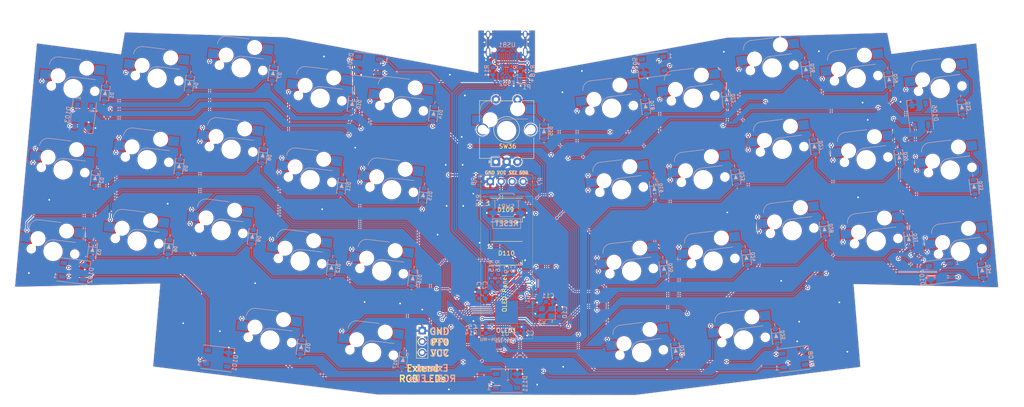
<source format=kicad_pcb>
(kicad_pcb (version 20221018) (generator pcbnew)
  (layers (0 "F.Cu" signal) (31 "B.Cu" signal) (34 "B.Paste" user) (35 "F.Paste" user) (36 "B.SilkS" user "B.Silkscreen") (37 "F.SilkS" user "F.Silkscreen") (38 "B.Mask" user) (39 "F.Mask" user) (44 "Edge.Cuts" user))
  (net 0 "")
  (net 1 "GND")
  (net 2 "Net-(D1-K)")
  (net 3 "col5")
  (net 4 "row0")
  (net 5 "row1")
  (net 6 "col3")
  (net 7 "Net-(D2-K)")
  (net 8 "row2")
  (net 9 "LED")
  (net 10 "col1")
  (net 11 "col0")
  (net 12 "col7")
  (net 13 "Net-(D3-K)")
  (net 14 "col2")
  (net 15 "row3")
  (net 16 "Net-(D4-K)")
  (net 17 "Net-(D5-K)")
  (net 18 "col6")
  (net 19 "col9")
  (net 20 "col4")
  (net 21 "col8")
  (net 22 "Net-(D6-K)")
  (net 23 "Net-(D7-K)")
  (net 24 "Net-(D8-K)")
  (net 25 "Net-(D9-K)")
  (net 26 "Net-(D10-K)")
  (net 27 "Net-(D11-K)")
  (net 28 "Net-(D12-K)")
  (net 29 "Net-(D13-K)")
  (net 30 "Net-(D14-K)")
  (net 31 "Net-(D15-K)")
  (net 32 "Net-(D16-K)")
  (net 33 "Net-(D17-K)")
  (net 34 "Net-(D18-K)")
  (net 35 "Net-(D19-K)")
  (net 36 "Net-(D20-K)")
  (net 37 "Net-(D21-K)")
  (net 38 "Net-(D22-K)")
  (net 39 "Net-(D23-K)")
  (net 40 "Net-(D24-K)")
  (net 41 "Net-(D25-K)")
  (net 42 "Net-(D26-K)")
  (net 43 "Net-(D27-K)")
  (net 44 "Net-(D28-K)")
  (net 45 "Net-(D29-K)")
  (net 46 "Net-(D30-K)")
  (net 47 "Net-(D31-K)")
  (net 48 "Net-(D32-K)")
  (net 49 "Net-(D33-K)")
  (net 50 "Net-(D34-K)")
  (net 51 "Net-(D35-K)")
  (net 52 "Net-(D101-DOUT)")
  (net 53 "Net-(D101-DIN)")
  (net 54 "Net-(D102-DOUT)")
  (net 55 "Net-(D103-DOUT)")
  (net 56 "Net-(D104-DOUT)")
  (net 57 "Net-(D105-DOUT)")
  (net 58 "Net-(D106-DOUT)")
  (net 59 "Net-(D107-DOUT)")
  (net 60 "SDA")
  (net 61 "SCK")
  (net 62 "EncA")
  (net 63 "EncB")
  (net 64 "Net-(D108-DOUT)")
  (net 65 "Net-(D109-DOUT)")
  (net 66 "Net-(D110-DOUT)")
  (net 67 "DP")
  (net 68 "DN")
  (net 69 "Net-(USB1-CC1)")
  (net 70 "Net-(USB1-CC2)")
  (net 73 "+5V")
  (net 74 "Net-(U1-AREF)")
  (net 75 "Net-(U1-UCAP)")
  (net 76 "XTAL1")
  (net 77 "XTAL2")
  (net 78 "RESET")
  (net 79 "Net-(P1-A)")
  (net 80 "Net-(U1-PE2_(H~{WB}))")
  (net 81 "D_N")
  (net 82 "D_P")
  (footprint "Connector_PinSocket_2.54mm:PinSocket_1x03_P2.54mm_Vertical" (layer "F.Cu") (at 118.47 106.64)
    (fp_text reference "J1" hide)
    (fp_text value "Conn_01x03_Female")
  )
  (footprint "Rotary_Encoder:RotaryEncoder_Alps_EC12E-Switch_Vertical_H20mm_CircularMountingHoles" (layer "F.Cu") (at 135.565 67.44 90)
    (fp_text reference "SW36")
    (fp_text value "Rotary_Encoder_Switch")
  )
  (footprint "LED_SMD:LED_WS2812B_PLCC4_5.0x5.0mm_P3.2mm" (layer "F.Cu") (at 138.065 78.64)
    (fp_text reference "D109")
    (fp_text value "WS2812B")
  )
  (footprint "LED_SMD:LED_WS2812B_PLCC4_5.0x5.0mm_P3.2mm" (layer "F.Cu") (at 138.065 88.67)
    (fp_text reference "D110")
    (fp_text value "WS2812B")
  )
  (footprint "Ahsan Libs:SSD1306-0.91-OLED-4pin-128x32" (layer "F.Cu") (at 132.075 108.5 90)
    (fp_text reference "OLED1")
    (fp_text value "Screw_Terminal_01x04")
  )
  (footprint "Ahsan Libs:C_0603_1608Metric" (layer "B.Cu") (at 144.11 99.35 -90)
    (fp_text reference "C1")
    (fp_text value "100nf")
  )
  (footprint "Ahsan Libs:C_0603_1608Metric" (layer "B.Cu") (at 141.29 107.23)
    (fp_text reference "C2")
    (fp_text value "100nf")
  )
  (footprint "Ahsan Libs:C_0603_1608Metric" (layer "B.Cu") (at 132.43 105.7 180)
    (fp_text reference "C5")
    (fp_text value "100nf")
  )
  (footprint "Ahsan Libs:C_0603_1608Metric" (layer "B.Cu") (at 133.13 98.41 -90)
    (fp_text reference "C7")
    (fp_text value "100nf")
  )
  (footprint "Ahsan Libs:C_0603_1608Metric" (layer "B.Cu") (at 139.64 94.46 90)
    (fp_text reference "C8")
    (fp_text value "4.7uf")
  )
  (footprint "Ahsan Libs:ATMEGA32U4-MURr" (layer "B.Cu") (at 138.065 102.33 -90)
    (fp_text reference "U1")
    (fp_text value "ATMEGA32U4-MU")
  )
  (footprint "Ahsan Libs:D_SOD-123" (layer "B.Cu") (at 44.94 51.55 -97)
    (fp_text reference "D1")
    (fp_text value "1N4148")
  )
  (footprint "Ahsan Libs:D_SOD-123" (layer "B.Cu") (at 42.63 71.3 -97)
    (fp_text reference "D2")
    (fp_text value "1N4148")
  )
  (footprint "Ahsan Libs:D_SOD-123" (layer "B.Cu") (at 42.011442 87.956419 -97)
    (fp_text reference "D3")
    (fp_text value "1N4148")
  )
  (footprint "Ahsan Libs:D_SOD-123" (layer "B.Cu") (at 64.49 49.26 -97)
    (fp_text reference "D4")
    (fp_text value "1N4148")
  )
  (footprint "Ahsan Libs:D_SOD-123" (layer "B.Cu") (at 62.1 68.51 -97)
    (fp_text reference "D5")
    (fp_text value "1N4148")
  )
  (footprint "Ahsan Libs:D_SOD-123" (layer "B.Cu") (at 59.692822 87.227328 -97)
    (fp_text reference "D6")
    (fp_text value "1N4148")
  )
  (footprint "Ahsan Libs:D_SOD-123" (layer "B.Cu") (at 83.891442 46.936419 -97)
    (fp_text reference "D7")
    (fp_text value "1N4148")
  )
  (footprint "Ahsan Libs:D_SOD-123" (layer "B.Cu") (at 81.5 66.02 -97)
    (fp_text reference "D8")
    (fp_text value "1N4148")
  )
  (footprint "Ahsan Libs:D_SOD-123" (layer "B.Cu") (at 79.091442 84.876419 -97)
    (fp_text reference "D9")
    (fp_text value "1N4148")
  )
  (footprint "Ahsan Libs:D_SOD-123" (layer "B.Cu") (at 102.252822 54.037328 -97)
    (fp_text reference "D10")
    (fp_text value "1N4148")
  )
  (footprint "Ahsan Libs:D_SOD-123" (layer "B.Cu") (at 99.81 73.09 -97)
    (fp_text reference "D11")
    (fp_text value "1N4148")
  )
  (footprint "Ahsan Libs:D_SOD-123" (layer "B.Cu") (at 97.43 92.07 -97)
    (fp_text reference "D12")
    (fp_text value "1N4148")
  )
  (footprint "Ahsan Libs:D_SOD-123" (layer "B.Cu") (at 90.42 110.49 -97)
    (fp_text reference "D13")
    (fp_text value "1N4148")
  )
  (footprint "Ahsan Libs:D_SOD-123" (layer "B.Cu") (at 121.121442 56.316419 -97)
    (fp_text reference "D14")
    (fp_text value "1N4148")
  )
  (footprint "Ahsan Libs:D_SOD-123" (layer "B.Cu") (at 118.7 75.26 -97)
    (fp_text reference "D15")
    (fp_text value "1N4148")
  )
  (footprint "Ahsan Libs:D_SOD-123" (layer "B.Cu") (at 116.29 94.56 -97)
    (fp_text reference "D16")
    (fp_text value "1N4148")
  )
  (footprint "Ahsan Libs:D_SOD-123" (layer "B.Cu") (at 114.02 113.49 -97)
    (fp_text reference "D17")
    (fp_text value "1N4148")
  )
  (footprint "Ahsan Libs:D_SOD-123" (layer "B.Cu") (at 170.3 54.61 -83)
    (fp_text reference "D18")
    (fp_text value "1N4148")
  )
  (footprint "Ahsan Libs:D_SOD-123" (layer "B.Cu") (at 172.329005 73.773731 -83)
    (fp_text reference "D19")
    (fp_text value "1N4148")
  )
  (footprint "Ahsan Libs:D_SOD-123" (layer "B.Cu") (at 174.58 92.3 -83)
    (fp_text reference "D20")
    (fp_text value "1N4148")
  )
  (footprint "Ahsan Libs:D_SOD-123" (layer "B.Cu") (at 177.28 111.35 -83)
    (fp_text reference "D21")
    (fp_text value "1N4148")
  )
  (footprint "Ahsan Libs:D_SOD-123" (layer "B.Cu") (at 189.08 52.98 -83)
    (fp_text reference "D22")
    (fp_text value "1N4148")
  )
  (footprint "Ahsan Libs:D_SOD-123" (layer "B.Cu") (at 191.219005 71.053731 -83)
    (fp_text reference "D23")
    (fp_text value "1N4148")
  )
  (footprint "Ahsan Libs:D_SOD-123" (layer "B.Cu") (at 193.677178 89.767328 -83)
    (fp_text reference "D24")
    (fp_text value "1N4148")
  )
  (footprint "Ahsan Libs:D_SOD-123" (layer "B.Cu") (at 200.57 107.93 -83)
    (fp_text reference "D25")
    (fp_text value "1N4148")
  )
  (footprint "Ahsan Libs:D_SOD-123" (layer "B.Cu") (at 207.46 45.98 -83)
    (fp_text reference "D26")
    (fp_text value "1N4148")
  )
  (footprint "Ahsan Libs:D_SOD-123" (layer "B.Cu") (at 209.439005 63.903731 -83)
    (fp_text reference "D27")
    (fp_text value "1N4148")
  )
  (footprint "Ahsan Libs:D_SOD-123" (layer "B.Cu") (at 211.78 83.15 -83)
    (fp_text reference "D28")
    (fp_text value "1N4148")
  )
  (footprint "Ahsan Libs:D_SOD-123" (layer "B.Cu") (at 226.76 48.35 -83)
    (fp_text reference "D29")
    (fp_text value "1N4148")
  )
  (footprint "Ahsan Libs:D_SOD-123" (layer "B.Cu") (at 229.109005 66.473731 -83)
    (fp_text reference "D30")
    (fp_text value "1N4148")
  )
  (footprint "Ahsan Libs:D_SOD-123" (layer "B.Cu") (at 231.349005 85.433731 -83)
    (fp_text reference "D31")
    (fp_text value "1N4148")
  )
  (footprint "Ahsan Libs:D_SOD-123" (layer "B.Cu") (at 243.66 54.82 -83)
    (fp_text reference "D32")
    (fp_text value "1N4148")
  )
  (footprint "Ahsan Libs:D_SOD-123" (layer "B.Cu") (at 246.479005 73.253731 -83)
    (fp_text reference "D33")
    (fp_text value "1N4148")
  )
  (footprint "Ahsan Libs:D_SOD-123" (layer "B.Cu") (at 248.349005 92.663731 -83)
    (fp_text reference "D34")
    (fp_text value "1N4148")
  )
  (footprint "Ahsan Libs:SW_Hotswap_Kailh_1.00u_rev" (layer "B.Cu") (at 37.505804 50.429023 173)
    (fp_text reference "SW2" hide)
    (fp_text value "SW_Push" hide)
  )
  (footprint "Ahsan Libs:SW_Hotswap_Kailh_1.00u_rev" (layer "B.Cu") (at 35.184193 69.337027 173)
    (fp_text reference "SW3" hide)
    (fp_text value "SW_Push" hide)
  )
  (footprint "Ahsan Libs:SW_Hotswap_Kailh_1.00u_rev" (layer "B.Cu") (at 32.862582 88.245032 173)
    (fp_text reference "SW4" hide)
    (fp_text value "SW_Push" hide)
  )
  (footprint "Ahsan Libs:SW_Hotswap_Kailh_1.00u_rev" (layer "B.Cu") (at 56.994211 48.023633 173)
    (fp_text reference "SW5" hide)
    (fp_text value "SW_Push" hide)
  )
  (footprint "Ahsan Libs:SW_Hotswap_Kailh_1.00u_rev" (layer "B.Cu") (at 54.6726 66.931637 173)
    (fp_text reference "SW6" hide)
    (fp_text value "SW_Push" hide)
  )
  (footprint "Ahsan Libs:SW_Hotswap_Kailh_1.00u_rev" (layer "B.Cu") (at 52.350989 85.839642 173)
    (fp_text reference "SW7" hide)
    (fp_text value "SW_Push" hide)
  )
  (footprint "Ahsan Libs:SW_Hotswap_Kailh_1.00u_rev" (layer "B.Cu") (at 74.161007 64.526247 173)
    (fp_text reference "SW9" hide)
    (fp_text value "SW_Push" hide)
  )
  (footprint "Ahsan Libs:SW_Hotswap_Kailh_1.00u_rev" (layer "B.Cu") (at 71.839396 83.434252 173)
    (fp_text reference "SW10" hide)
    (fp_text value "SW_Push" hide)
  )
  (footprint "Ahsan Libs:SW_Hotswap_Kailh_1.00u_rev" (layer "B.Cu") (at 94.810219 52.666855 173)
    (fp_text reference "SW11" hide)
    (fp_text value "SW_Push" hide)
  )
  (footprint "Ahsan Libs:SW_Hotswap_Kailh_1.00u_rev" (layer "B.Cu") (at 92.488608 71.574859 173)
    (fp_text reference "SW12" hide)
    (fp_text value "SW_Push" hide)
  )
  (footprint "Ahsan Libs:SW_Hotswap_Kailh_1.00u_rev" (layer "B.Cu") (at 90.166997 90.482864 173)
    (fp_text reference "SW13" hide)
    (fp_text value "SW_Push" hide)
  )
  (footprint "Ahsan Libs:SW_Hotswap_Kailh_1.00u_rev" (layer "B.Cu") (at 113.718223 54.988466 173)
    (fp_text reference "SW15" hide)
    (fp_text value "SW_Push" hide)
  )
  (footprint "Ahsan Libs:SW_Hotswap_Kailh_1.00u_rev" (layer "B.Cu") (at 111.396612 73.89647 173)
    (fp_text reference "SW16" hide)
    (fp_text value "SW_Push" hide)
  )
  (footprint "Ahsan Libs:SW_Hotswap_Kailh_1.00u_rev" (layer "B.Cu") (at 109.075002 92.804475 173)
    (fp_text reference "SW17" hide)
    (fp_text value "SW_Push" hide)
  )
  (footprint "Ahsan Libs:SW_Hotswap_Kailh_1.00u_rev" (layer "B.Cu") (at 106.753392 111.71248 173)
    (fp_text reference "SW18" hide)
    (fp_text value "SW_Push" hide)
  )
  (footprint "Ahsan Libs:SW_Hotswap_Kailh_1.00u_rev" (layer "B.Cu") (at 162.411777 54.988466 -173)
    (fp_text reference "SW19" hide)
    (fp_text value "SW_Push" hide)
  )
  (footprint "Ahsan Libs:SW_Hotswap_Kailh_1.00u_rev" (layer "B.Cu") (at 164.733388 73.89647 -173)
    (fp_text reference "SW20" hide)
    (fp_text value "SW_Push" hide)
  )
  (footprint "Ahsan Libs:SW_Hotswap_Kailh_1.00u_rev" (layer "B.Cu") (at 167.054998 92.804475 -173)
    (fp_text reference "SW21" hide)
    (fp_text value "SW_Push" hide)
  )
  (footprint "Ahsan Libs:SW_Hotswap_Kailh_1.00u_rev" (layer "B.Cu") (at 169.376608 111.71248 -173)
    (fp_text reference "SW22" hide)
    (fp_text value "SW_Push" hide)
  )
  (footprint "Ahsan Libs:SW_Hotswap_Kailh_1.00u_rev" (layer "B.Cu") (at 181.319781 52.666855 -173)
    (fp_text reference "SW23" hide)
    (fp_text value "SW_Push" hide)
  )
  (footprint "Ahsan Libs:SW_Hotswap_Kailh_1.00u_rev" (layer "B.Cu") (at 183.641392 71.574859 -173)
    (fp_text reference "SW24" hide)
    (fp_text value "SW_Push" hide)
  )
  (footprint "Ahsan Libs:SW_Hotswap_Kailh_1.00u_rev" (layer "B.Cu") (at 185.963003 90.482864 -173)
    (fp_text reference "SW25" hide)
    (fp_text value "SW_Push" hide)
  )
  (footprint "Ahsan Libs:SW_Hotswap_Kailh_1.00u_rev" (layer "B.Cu") (at 193.02369 108.803255 -173)
    (fp_text reference "SW26" hide)
    (fp_text value "SW_Push" hide)
  )
  (footprint "Ahsan Libs:SW_Hotswap_Kailh_1.00u_rev" (layer "B.Cu") (at 199.647382 45.618243 -173)
    (fp_text reference "SW27" hide)
    (fp_text value "SW_Push" hide)
  )
  (footprint "Ahsan Libs:SW_Hotswap_Kailh_1.00u_rev" (layer "B.Cu") (at 201.968993 64.526247 -173)
    (fp_text reference "SW28" hide)
    (fp_text value "SW_Push" hide)
  )
  (footprint "Ahsan Libs:SW_Hotswap_Kailh_1.00u_rev" (layer "B.Cu") (at 204.290604 83.434252 -173)
    (fp_text reference "SW29" hide)
    (fp_text value "SW_Push" hide)
  )
  (footprint "Ahsan Libs:SW_Hotswap_Kailh_1.00u_rev" (layer "B.Cu") (at 219.135789 48.023633 -173)
    (fp_text reference "SW30" hide)
    (fp_text value "SW_Push" hide)
  )
  (footprint "Ahsan Libs:SW_Hotswap_Kailh_1.00u_rev" (layer "B.Cu") (at 221.4574 66.931637 -173)
    (fp_text reference "SW31" hide)
    (fp_text value "SW_Push" hide)
  )
  (footprint "Ahsan Libs:SW_Hotswap_Kailh_1.00u_rev" (layer "B.Cu") (at 223.779011 85.839642 -173)
    (fp_text reference "SW32" hide)
    (fp_text value "SW_Push" hide)
  )
  (footprint "Ahsan Libs:SW_Hotswap_Kailh_1.00u_rev" (layer "B.Cu") (at 238.624196 50.429023 -173)
    (fp_text reference "SW33" hide)
    (fp_text value "SW_Push" hide)
  )
  (footprint "Ahsan Libs:SW_Hotswap_Kailh_1.00u_rev" (layer "B.Cu") (at 240.945807 69.337027 -173)
    (fp_text reference "SW34" hide)
    (fp_text value "SW_Push" hide)
  )
  (footprint "Ahsan Libs:SW_Hotswap_Kailh_1.00u_rev" (layer "B.Cu") (at 243.267418 88.245032 -173)
    (fp_text reference "SW35" hide)
    (fp_text value "SW_Push" hide)
  )
  (footprint "Ahsan Libs:SW_Hotswap_Kailh_1.00u_rev" (layer "B.Cu") (at 83.171971 108.803255 173)
    (fp_text reference "SW14" hide)
    (fp_text value "SW_Push" hide)
  )
  (footprint "Ahsan Libs:D_SOD-123" (layer "B.Cu") (at 146.73 60.4 -90)
    (fp_text reference "D35")
    (fp_text value "1N4148")
  )
  (footprint "Ahsan Libs:R_0603_1608Metric" (layer "B.Cu") (at 144.58 72.025 90)
    (fp_text reference "R7")
    (fp_text value "4.7k")
  )
  (footprint "Ahsan Libs:R_0603_1608Metric" (layer "B.Cu") (at 131.64 72.025 90)
    (fp_text reference "R8")
    (fp_text value "4.7k")
  )
  (footprint "Ahsan Libs:SW_Hotswap_Kailh_1.00u_rev" (layer "B.Cu") (at 76.482618 45.618243 173)
    (fp_text reference "SW8" hide)
    (fp_text value "SW_Push" hide)
  )
  (footprint "Ahsan Libs:SW_Hotswap_Kailh_1.00u_rev" (layer "B.Cu") (at 138.065 60.19 180)
    (fp_text reference "SW37" hide)
    (fp_text value "SW_Push" hide)
  )
  (footprint "LED_SMD:LED_WS2812B_PLCC4_5.0x5.0mm_P3.2mm" (layer "B.Cu") (at 71.02 113.09 -7)
    (fp_text reference "D101")
    (fp_text value "WS2812B")
  )
  (footprint "LED_SMD:LED_WS2812B_PLCC4_5.0x5.0mm_P3.2mm" (layer "B.Cu") (at 39.8 56.93 -97)
    (fp_text reference "D103")
    (fp_text value "WS2812B")
  )
  (footprint "LED_SMD:LED_WS2812B_PLCC4_5.0x5.0mm_P3.2mm" (layer "B.Cu") (at 105.91 44.94 173)
    (fp_text reference "D104")
    (fp_text value "WS2812B")
  )
  (footprint "LED_SMD:LED_WS2812B_PLCC4_5.0x5.0mm_P3.2mm" (layer "B.Cu") (at 172.08 44.94 -173)
    (fp_text reference "D105")
    (fp_text value "WS2812B")
  )
  (footprint "LED_SMD:LED_WS2812B_PLCC4_5.0x5.0mm_P3.2mm" (layer "B.Cu") (at 238.66 92.89 -173)
    (fp_text reference "D107")
    (fp_text value "WS2812B")
  )
  (footprint "LED_SMD:LED_WS2812B_PLCC4_5.0x5.0mm_P3.2mm" (layer "B.Cu") (at 204.64 113.25 7)
    (fp_text reference "D108")
    (fp_text value "WS2812B")
  )
  (footprint "LED_SMD:LED_WS2812B_PLCC4_5.0x5.0mm_P3.2mm" (layer "B.Cu") (at 138.065 118.29)
    (fp_text reference "D111")
    (fp_text value "WS2812B")
  )
  (footprint "LED_SMD:LED_WS2812B_PLCC4_5.0x5.0mm_P3.2mm" (layer "B.Cu") (at 37.62 92.81 -7)
    (fp_text reference "D102")
    (fp_text value "WS2812B")
  )
  (footprint "LED_SMD:LED_WS2812B_PLCC4_5.0x5.0mm_P3.2mm" (layer "B.Cu") (at 233.96 56.54 97)
    (fp_text reference "D106")
    (fp_text value "WS2812B")
  )
  (footprint "Ahsan Libs:Crystal_SMD_3225-4Pin_3.2x2.5mm" (layer "B.Cu") (at 147.33 102.4 180)
    (fp_text reference "Y2")
    (fp_text value "Crystal_GND23")
  )
  (footprint "Ahsan Libs:R_0603_1608Metric" (layer "B.Cu") (at 141.31 46.37 90)
    (fp_text reference "R12")
    (fp_text value "5.1K")
  )
  (footprint "Ahsan Libs:R_0603_1608Metric" (layer "B.Cu") (at 132.43 107.22 180)
    (fp_text reference "R14")
    (fp_text value "10k")
  )
  (footprint "Ahsan Libs:USB_C_Receptacle_HRO_TYPE-C-31-M-12" (layer "B.Cu") (at 138.065 38.85)
    (fp_text reference "USB1")
    (fp_text value "USB_C_Receptacle_USB2.0")
  )
  (footprint "Ahsan Libs:R_0603_1608Metric" (layer "B.Cu") (at 142.84 46.37 90)
    (fp_text reference "R18")
    (fp_text value "470")
  )
  (footprint "Ahsan Libs:C_0603_1608Metric" (layer "B.Cu") (at 147.955 99.91)
    (fp_text reference "C11")
    (fp_text value "22pf")
  )
  (footprint "Ahsan Libs:R_0603_1608Metric" (layer "B.Cu") (at 132.96 76.39 90)
    (fp_text reference "R17")
    (fp_text value "10k")
  )
  (footprint "Ahsan Libs:R_0603_1608Metric" (layer "B.Cu") (at 134.86 46.37 90)
    (fp_text reference "R11")
    (fp_text value "5.1K")
  )
  (footprint "Ahsan Libs:LED_0603_1608Metric" (layer "B.Cu") (at 142.08 48.64)
    (fp_text reference "P1")
    (fp_text value "LED")
  )
  (footprint "Ahsan Libs:R_0603_1608Metric" (layer "B.Cu") (at 136.14 94.46 90)
    (fp_text reference "R16")
    (fp_text value "22")
  )
  (footprint "Ahsan Libs:C_0603_1608Metric" (layer "B.Cu") (at 131.61 98.41 -90)
    (fp_text reference "C4")
    (fp_text value "100nf")
  )
  (footprint "Ahsan Libs:PRTR5V0U2X" (layer "B.Cu") (at 138.065 46.91 -90)
    (fp_text reference "ESD2")
    (fp_text value "PRTR5V0U2X" hide)
  )
  (footprint "Ahsan Libs:C_0603_1608Metric" (layer "B.Cu") (at 138.12 94.46 -90)
    (fp_text reference "C9")
    (fp_text value "1uf")
  )
  (footprint "Ahsan Libs:R_0603_1608Metric" (layer "B.Cu") (at 134.6 94.465 90)
    (fp_text reference "R15")
    (fp_text value "22")
  )
  (footprint "Ahsan Libs:K2-1187SQ-A4SW-06" (layer "B.Cu") (at 138.065 77.45)
    (fp_text reference "SWR1")
    (fp_text value "SW_Push")
  )
  (footprint "Ahsan Libs:C_0603_1608Metric" (layer "B.Cu") (at 150.22 102.59 90)
    (fp_text reference "C10")
    (fp_text value "22pf")
  )
  (gr_rect (start 134.79 80.68) (end 141.34 82.92) (stroke (width 0.12)) (fill none) (layer "B.SilkS"))
  (gr_line (start 167.93 121.73) (end 220.27 115.2) (stroke (width 0.05)) (layer "Edge.Cuts"))
  (gr_line (start 28.97 39.75) (end 23.86 96.64) (stroke (width 0.05)) (layer "Edge.Cuts"))
  (gr_line (start 226.46 37.31) (end 189.17 38.45) (stroke (width 0.05)) (layer "Edge.Cuts"))
  (gr_line (start 144.79 46.61) (end 144.79 36.75) (stroke (width 0.05)) (layer "Edge.Cuts"))
  (gr_line (start 144.79 46.61) (end 189.17 38.45) (stroke (width 0.05)) (layer "Edge.Cuts"))
  (gr_line (start 218.7 95.98) (end 252.26 96.74) (stroke (width 0.05)) (layer "Edge.Cuts"))
  (gr_line (start 57.56 95.85) (end 23.86 96.64) (stroke (width 0.05)) (layer "Edge.Cuts"))
  (gr_line (start 227.44 42.21) (end 226.46 37.31) (stroke (width 0.05)) (layer "Edge.Cuts"))
  (gr_line (start 49.38 37.2) (end 86.94 38.35) (stroke (width 0.05)) (layer "Edge.Cuts"))
  (gr_line (start 86.94 38.35) (end 131.32 46.6) (stroke (width 0.05)) (layer "Edge.Cuts"))
  (gr_line (start 131.32 46.6) (end 131.32 36.77) (stroke (width 0.05)) (layer "Edge.Cuts"))
  (gr_line (start 247.15 39.75) (end 227.44 42.21) (stroke (width 0.05)) (layer "Edge.Cuts"))
  (gr_line (start 55.89 115.11) (end 57.56 95.85) (stroke (width 0.05)) (layer "Edge.Cuts"))
  (gr_line (start 247.15 39.75) (end 252.26 96.74) (stroke (width 0.05)) (layer "Edge.Cuts"))
  (gr_line (start 167.93 121.73) (end 108.19 121.63) (stroke (width 0.05)) (layer "Edge.Cuts"))
  (gr_line (start 131.32 36.77) (end 144.79 36.75) (stroke (width 0.05)) (layer "Edge.Cuts"))
  (gr_line (start 28.97 39.75) (end 48.5 42.3) (stroke (width 0.05)) (layer "Edge.Cuts"))
  (gr_line (start 220.27 115.2) (end 218.7 95.98) (stroke (width 0.05)) (layer "Edge.Cuts"))
  (gr_line (start 48.5 42.3) (end 49.38 37.2) (stroke (width 0.05)) (layer "Edge.Cuts"))
  (gr_line (start 108.19 121.63) (end 55.89 115.11) (stroke (width 0.05)) (layer "Edge.Cuts"))
  (gr_text "RESET" (at 138.065 81.73) (layer "B.SilkS") (effects (font (size 1.2 1.2) (thickness 0.25) bold) (justify mirror)))
  (gr_text "Extend\nRGB LEDs" (at 120.85 116.57) (layer "B.SilkS") (effects (font (size 1.5 1.5) (thickness 0.3)) (justify mirror)))
  (gr_text "VCC" (at 122.38 111.88) (layer "B.SilkS") (effects (font (size 1.5 1.5) (thickness 0.3)) (justify mirror)))
  (gr_text "SDA" (at 141.96 69.96) (layer "B.SilkS") (effects (font (size 0.75 0.75)) (justify mirror)))
  (gr_text "VCC" (at 136.8 69.96) (layer "B.SilkS") (effects (font (size 0.75 0.75)) (justify mirror)))
  (gr_text "PF0" (at 122.344286 109.365) (layer "B.SilkS") (effects (font (size 1.5 1.5) (thickness 0.3)) (justify mirror)))
  (gr_text "GND" (at 122.522857 106.85) (layer "B.SilkS") (effects (font (size 1.5 1.5) (thickness 0.3)) (justify mirror)))
  (gr_text "GND" (at 134.1 69.96) (layer "B.SilkS") (effects (font (size 0.75 0.75)) (justify mirror)))
  (gr_text "SCL" (at 139.47 69.96) (layer "B.SilkS") (effects (font (size 0.75 0.75)) (justify mirror)))
  (gr_text "Extend\nRGB LEDs" (at 118.57 116.61) (layer "F.SilkS") (effects (font (size 1.5 1.5) (thickness 0.3))))
  (gr_text "VCC" (at 122.602857 111.87) (layer "F.SilkS") (effects (font (size 1.5 1.5) (thickness 0.3))))
  (gr_text "PF0" (at 122.638571 109.355) (layer "F.SilkS") (effects (font (size 1.5 1.5) (thickness 0.3))))
  (gr_text "GND" (at 122.46 106.84) (layer "F.SilkS") (effects (font (size 1.5 1.5) (thickness 0.3))))
  (segment (start 142.32 90.27) (end 142.34 90.29) (width 0.381) (layer "F.Cu") (net 1))
  (segment (start 128 77.68) (end 124.14 77.68) (width 0.381) (layer "F.Cu") (net 1))
  (segment (start 139.63 92.75) (end 139.12 92.75) (width 0.381) (layer "F.Cu") (net 1))
  (segment (start 145.14 100.11) (end 144.71 100.54) (width 0.381) (layer "F.Cu") (net 1))
  (segment (start 140.515 90.27) (end 139.5 90.27) (width 0.381) (layer "F.Cu") (net 1))
  (segment (start 144.71 100.54) (end 144.71 102.71) (width 0.381) (layer "F.Cu") (net 1))
  (segment (start 140.515 80.24) (end 142.06 80.24) (width 0.381) (layer "F.Cu") (net 1))
  (segment (start 139.12 92.75) (end 138.07 91.7) (width 0.381) (layer "F.Cu") (net 1))
  (segment (start 134.265 72) (end 133.17 72) (width 0.5) (layer "F.Cu") (net 1))
  (segment (start 133.17 72) (end 130.35 74.82) (width 0.5) (layer "F.Cu") (net 1))
  (segment (start 142.06 80.24) (end 142.12 80.3) (width 0.381) (layer "F.Cu") (net 1))
  (segment (start 118.47 106.64) (end 118.47 101.76) (width 0.5) (layer "F.Cu") (net 1))
  (segment (start 118.47 101.76) (end 118.48 101.75) (width 0.5) (layer "F.Cu") (net 1))
  (segment (start 139.5 90.27) (end 138.07 91.7) (width 0.381) (layer "F.Cu") (net 1))
  (segment (start 140.515 90.27) (end 142.32 90.27) (width 0.381) (layer "F.Cu") (net 1))
  (segment (start 127.85 68.14) (end 123.94 68.14) (width 0.381) (layer "F.Cu") (net 1))
  (segment (start 140.515 80.24) (end 140.515 81.475) (width 0.381) (layer "F.Cu") (net 1))
  (segment (start 140.515 81.475) (end 140.5 81.49) (width 0.381) (layer "F.Cu") (net 1))
  (via (at 130.63 107.24) (size 0.8) (drill 0.4) (layers "F.Cu" "B.Cu") (net 1))
  (via (at 131.63 96.68) (size 0.8) (drill 0.4) (layers "F.Cu" "B.Cu") (net 1))
  (via (at 142.74 79.29) (size 0.8) (drill 0.4) (layers "F.Cu" "B.Cu") (net 1))
  (via (at 95.71 42.98) (size 0.8) (drill 0.4) (layers "F.Cu" "B.Cu") (net 1))
  (via (at 205.91 104.56) (size 0.8) (drill 0.4) (layers "F.Cu" "B.Cu") (net 1))
  (via (at 141.54 105.76) (size 0.8) (drill 0.4) (layers "F.Cu" "B.Cu") (net 1))
  (via (at 31.99 76.26) (size 0.8) (drill 0.4) (layers "F.Cu" "B.Cu") (net 1))
  (via (at 127.85 68.14) (size 0.8) (drill 0.4) (layers "F.Cu" "B.Cu") (net 1))
  (via (at 140.53 115.69) (size 0.8) (drill 0.4) (layers "F.Cu" "B.Cu") (net 1))
  (via (at 141.73 116.71) (size 0.8) (drill 0.4) (layers "F.Cu" "B.Cu") (net 1))
  (via (at 133.46 79.3) (size 0.8) (drill 0.4) (layers "F.Cu" "B.Cu") (net 1))
  (via (at 132.91 39.68) (size 0.8) (drill 0.4) (layers "F.Cu" "B.Cu") (net 1))
  (via (at 131.79 86.24) (size 0.8) (drill 0.4) (layers "F.Cu" "B.Cu") (net 1))
  (via (at 143.06 39.57) (size 0.8) (drill 0.4) (layers "F.Cu" "B.Cu") (net 1))
  (via (at 188.44 41.89) (size 0.8) (drill 0.4) (layers "F.Cu" "B.Cu") (net 1))
  (via (at 102.96 64.15) (size 0.8) (drill 0.4) (layers "F.Cu" "B.Cu") (net 1))
  (via (at 130.35 74.82) (size 0.8) (drill 0.4) (layers "F.Cu" "B.Cu") (net 1))
  (via (at 127.64 61.65) (size 0.8) (drill 0.4) (layers "F.Cu" "B.Cu") (net 1))
  (via (at 133.22 43.8) (size 0.8) (drill 0.4) (layers "F.Cu" "B.Cu") (net 1))
  (via (at 142.82 107.77) (size 0.8) (drill 0.4) (layers "F.Cu" "B.Cu") (net 1))
  (via (at 130.36 104.4) (size 0.8) (drill 0.4) (layers "F.Cu" "B.Cu") (net 1))
  (via (at 40.24 92.46) (size 0.8) (drill 0.4) (layers "F.Cu" "B.Cu") (net 1))
  (via (at 41.1 58.24) (size 0.8) (drill 0.4) (layers "F.Cu" "B.Cu") (net 1))
  (via (at 42.69 59.6) (size 0.8) (drill 0.4) (layers "F.Cu" "B.Cu") (net 1))
  (via (at 131.64 108.13) (size 0.8) (drill 0.4) (layers "F.Cu" "B.Cu") (net 1))
  (via (at 149.65 100.67) (size 0.8) (drill 0.4) (layers "F.Cu" "B.Cu") (net 1))
  (via (at 139.72 49.85) (size 0.8) (drill 0.4) (layers "F.Cu" "B.Cu") (net 1))
  (via (at 219.57 75.69) (size 0.8) (drill 0.4) (layers "F.Cu" "B.Cu") (net 1))
  (via (at 210.48 41.78) (size 0.8) (drill 0.4) (layers "F.Cu" "B.Cu") (net 1))
  (via (at 104.32 47.24) (size 0.8) (drill 0.4) (layers "F.Cu" "B.Cu") (net 1))
  (via (at 217.09 111.53) (size 0.8) (drill 0.4) (layers "F.Cu" "B.Cu") (net 1))
  (via (at 118.48 101.75) (size 0.8) (drill 0.4) (layers "F.Cu" "B.Cu") (net 1))
  (via (at 221.8 57.69) (size 0.8) (drill 0.4) (layers "F.Cu" "B.Cu") (net 1))
  (via (at 105.12 99.99) (size 0.8) (drill 0.4) (layers "F.Cu" "B.Cu") (net 1))
  (via (at 123.94 68.14) (size 0.8) (drill 0.4) (layers "F.Cu" "B.Cu") (net 1))
  (via (at 141.29 49.79) (size 0.8) (drill 0.4) (layers "F.Cu" "B.Cu") (net 1))
  (via (at 124.89 47.2) (size 0.8) (drill 0.4) (layers "F.Cu" "B.Cu") (net 1))
  (via (at 142.34 90.29) (size 0.8) (drill 0.4) (layers "F.Cu" "B.Cu") (net 1))
  (via (at 133.79 47.2) (size 0.8) (drill 0.4) (layers "F.Cu" "B.Cu") (net 1))
  (via (at 189.24 79.19) (size 0.8) (drill 0.4) (layers "F.Cu" "B.Cu") (net 1))
  (via (at 155.51 46.34) (size 0.8) (drill 0.4) (layers "F.Cu" "B.Cu") (net 1))
  (via (at 113.36 100.33) (size 0.8) (drill 0.4) (layers "F.Cu" "B.Cu") (net 1))
  (via (at 144.71 102.71) (size 0.8) (drill 0.4) (layers "F.Cu" "B.Cu") (net 1))
  (via (at 63.06 104.93) (size 0.8) (drill 0.4) (layers "F.Cu" "B.Cu") (net 1))
  (via (at 138.07 91.7) (size 0.8) (drill 0.4) (layers "F.Cu" "B.Cu") (net 1))
  (via (at 95.27 78.45) (size 0.8) (drill 0.4) (layers "F.Cu" "B.Cu") (net 1))
  (via (at 220.61 53.68) (size 0.8) (drill 0.4) (layers "F.Cu" "B.Cu") (net 1))
  (via (at 142.12 80.3) (size 0.8) (drill 0.4) (layers "F.Cu" "B.Cu") (net 1))
  (via (at 201.74 95.08) (size 0.8) (drill 0.4) (layers "F.Cu" "B.Cu") (net 1))
  (via (at 145.14 100.11) (size 0.8) (drill 0.4) (layers "F.Cu" "B.Cu") (net 1))
  (via (at 128 77.68) (size 0.8) (drill 0.4) (layers "F.Cu" "B.Cu") (net 1))
  (via (at 151.01 51.27) (size 0.8) (drill 0.4) (layers "F.Cu" "B.Cu") (net 1))
  (via (at 124.14 77.68) (size 0.8) (drill 0.4) (layers "F.Cu" "B.Cu") (net 1))
  (via (at 140.5 81.49) (size 0.8) (drill 0.4) (layers "F.Cu" "B.Cu") (net 1))
  (via (at 205.45 109.14) (size 0.8) (drill 0.4) (layers "F.Cu" "B.Cu") (net 1))
  (via (at 229.41 53.5) (size 0.8) (drill 0.4) (layers "F.Cu" "B.Cu") (net 1))
  (via (at 170.73 48.09) (size 0.8) (drill 0.4) (layers "F.Cu" "B.Cu") (net 1))
  (via (at 140.03 46.72) (size 0.8) (drill 0.4) (layers "F.Cu" "B.Cu") (net 1))
  (via (at 73.62 110.54) (size 0.8) (drill 0.4) (layers "F.Cu" "B.Cu") (net 1))
  (via (at 151.18 115.02) (size 0.8) (drill 0.4) (layers "F.Cu" "B.Cu") (net 1))
  (via (at 139.63 92.75) (size 0.8) (drill 0.4) (layers "F.Cu" "B.Cu") (net 1))
  (via (at 27.26 93.27) (size 0.8) (drill 0.4) (layers "F.Cu" "B.Cu") (net 1))
  (via (at 150.96 101.1) (size 0.8) (drill 0.4) (layers "F.Cu" "B.Cu") (net 1))
  (via (at 71.56 106.77) (size 0.8) (drill 0.4) (layers "F.Cu" "B.Cu") (net 1))
  (via (at 128.37 52.04) (size 0.8) (drill 0.4) (layers "F.Cu" "B.Cu") (net 1))
  (via (at 122.06 84.34) (size 0.8) (drill 0.4) (layers "F.Cu" "B.Cu") (net 1))
  (via (at 59.45 77.17) (size 0.8) (drill 0.4) (layers "F.Cu" "B.Cu") (net 1))
  (via (at 215.23 100.07) (size 0.8) (drill 0.4) (layers "F.Cu" "B.Cu") (net 1))
  (via (at 145.16 119.17) (size 0.8) (drill 0.4) (layers "F.Cu" "B.Cu") (net 1))
  (via (at 148.73 98.9) (size 0.8) (drill 0.4) (layers "F.Cu" "B.Cu") (net 1))
  (via (at 79.74 95.63) (size 0.8) (drill 0.4) (layers "F.Cu" "B.Cu") (net 1))
  (via (at 130.74 97.635) (size 0.8) (drill 0.4) (layers "F.Cu" "B.Cu") (net 1))
  (via (at 124.67 120.28) (size 0.8) (drill 0.4) (layers "F.Cu" "B.Cu") (net 1))
  (via (at 74.94 111.8) (size 0.8) (drill 0.4) (layers "F.Cu" "B.Cu") (net 1))
  (segment (start 136.468804 92.33) (end 131.039402 86.900598) (width 0.381) (layer "B.Cu") (net 1))
  (segment (start 133.13 99.155) (end 131.61 97.635) (width 0.381) (layer "B.Cu") (net 1))
  (segment (start 137.565 98.93) (end 137.565 97.447012) (width 0.254) (layer "B.Cu") (net 1))
  (segment (start 142.905 101.33) (end 144.11 100.125) (width 0.254) (layer "B.Cu") (net 1))
  (segment (start 139.64 93.685) (end 138.12 93.685) (width 0.381) (layer "B.Cu") (net 1))
  (segment (start 127.773895 51.373895) (end 128.37 51.97) (width 0.381) (layer "B.Cu") (net 1))
  (segment (start 236.423253 94.776654) (end 216.693346 94.776654) (width 0.381) (layer "B.Cu") (net 1))
  (segment (start 42.646729 59.556729) (end 42.69 59.6) (width 0.381) (layer "B.Cu") (net 1))
  (segment (start 145.14 100.11) (end 145.125 100.125) (width 0.381) (layer "B.Cu") (net 1))
  (segment (start 134.66 42.895) (end 133.745 41.98) (width 0.381) (layer "B.Cu") (net 1))
  (segment (start 141.54 105.76) (end 140.6055 105.76) (width 0.381) (layer "B.Cu") (net 1))
  (segment (start 130.74 97.635) (end 131.61 97.635) (width 0.381) (layer "B.Cu") (net 1))
  (segment (start 137.565 98.93) (end 137.565 101.83) (width 0.254) (layer "B.Cu") (net 1))
  (segment (start 131.605 107.22) (end 131.605 108.095) (width 0.381) (layer "B.Cu") (net 1))
  (segment (start 140.5 81.49) (end 140.93 81.49) (width 0.381) (layer "B.Cu") (net 1))
  (segment (start 142.065 107.23) (end 142.065 106.285) (width 0.381) (layer "B.Cu") (net 1))
  (segment (start 206.876747 111.363346) (end 205.45 109.936599) (width 0.381) (layer "B.Cu") (net 1))
  (segment (start 137.44 92.33) (end 136.468804 92.33) (width 0.381) (layer "B.Cu") (net 1))
  (segment (start 138.31 79.3) (end 140.5 81.49) (width 0.381) (layer "B.Cu") (net 1))
  (segment (start 133.745 43.275) (end 133.22 43.8) (width 0.381) (layer "B.Cu") (net 1))
  (segment (start 141.31 47.195) (end 140.505 47.195) (width 0.381) (layer "B.Cu") (net 1))
  (segment (start 139.065 101.33) (end 138.065 102.33) (width 0.254) (layer "B.Cu") (net 1))
  (segment (start 140.565 104.83) (end 138.065 102.33) (width 0.254) (layer "B.Cu") (net 1))
  (segment (start 141.2925 48.64) (end 141.2925 47.2125) (width 0.381) (layer "B.Cu") (net 1))
  (segment (start 133.6 100.33) (end 133.13 99.86) (width 0.254) (layer "B.Cu") (net 1))
  (segment (start 134.665 104.33) (end 133.025 104.33) (width 0.254) (layer "B.Cu") (net 1))
  (segment (start 131.605 107.22) (end 130.65 107.22) (width 0.381) (layer "B.Cu") (net 1))
  (segment (start 148.73 99.91) (end 148.73 101.25) (width 0.381) (layer "B.Cu") (net 1))
  (segment (start 148.73 98.9) (end 148.73 99.91) (width 0.381) (layer "B.Cu") (net 1))
  (segment (start 148.695 101.815) (end 148.43 101.55) (width 0.381) (layer "B.Cu") (net 1))
  (segment (start 137.565 101.83) (end 138.065 102.33) (width 0.254) (layer "B.Cu") (net 1))
  (segment (start 126.9499 61.64) (end 126.9499 52.19789) (width 0.381) (layer "B.Cu") (net 1))
  (segment (start 134.265 72) (end 138.065 68.2) (width 0.5) (layer "B.Cu") (net 1))
  (segment (start 134.815 42.895) (end 134.66 42.895) (width 0.381) (layer "B.Cu") (net 1))
  (segment (start 133.745 37.8) (end 133.745 39.68) (width 0.381) (layer "B.Cu") (net 1))
  (segment (start 138.12 92.98) (end 137.455 92.315) (width 0.381) (layer "B.Cu") (net 1))
  (segment (start 137.455 92.315) (end 137.44 92.33) (width 0.381) (layer "B.Cu") (net 1))
  (segment (start 141.2925 49.7875) (end 141.29 49.79) (width 0.381) (layer "B.Cu") (net 1))
  (segment (start 138.065 68.2) (end 138.065 67.44) (width 0.5) (layer "B.Cu") (net 1))
  (segment (start 130.65 107.22) (end 130.63 107.24) (width 0.381) (layer "B.Cu") (net 1))
  (segment (start 127.63 61.64) (end 127.64 61.65) (width 0.381) (layer "B.Cu") (net 1))
  (segment (start 141.165 79.3) (end 141.165 79.345) (width 0.381) (layer "B.Cu") (net 1))
  (segment (start 140.505 47.195) (end 140.03 46.72) (width 0.381) (layer "B.Cu") (net 1))
  (segment (start 150.935 101.1) (end 150.22 101.815) (width 0.381) (layer "B.Cu") (net 1))
  (segment (start 134.965 79.3) (end 133.46 79.3) (width 0.381) (layer "B.Cu") (net 1))
  (segment (start 143.05 39.58) (end 143.06 39.57) (width 0.381) (layer "B.Cu") (net 1))
  (segment (start 126.9499 68.14) (end 127.85 68.14) (width 0.381) (layer "B.Cu") (net 1))
  (segment (start 126.9499 82.811096) (end 126.9499 77.66) (width 0.381) (layer "B.Cu") (net 1))
  (segment (start 74.939494 111.800506) (end 74.94 111.8) (width 0.381) (layer "B.Cu") (net 1))
  (segment (start 140.515 116.69) (end 140.515 115.705) (width 0.381) (layer "B.Cu") (net 1))
  (segment (start 141.31 47.195) (end 141.305 47.195) (width 0.381) (layer "B.Cu") (net 1))
  (segment (start 169.843253 46.826654) (end 170.73 47.713401) (width 0.381) (layer "B.Cu") (net 1))
  (segment (start 142.385 39.58) (end 143.05 39.58) (width 0.381) (layer "B.Cu") (net 1))
  (segment (start 133.13 99.185) (end 133.13 99.155) (width 0.381) (layer "B.Cu") (net 1))
  (segment (start 131.605 108.095) (end 131.64 108.13) (width 0.381) (layer "B.Cu") (net 1))
  (segment (start 133.46 79.3) (end 138.31 79.3) (width 0.381) (layer "B.Cu") (net 1))
  (segment (start 141.465 101.33) (end 139.065 101.33) (width 0.254) (layer "B.Cu") (net 1))
  (segment (start 126.9499 77.66) (end 126.9499 68.14) (width 0.381) (layer "B.Cu") (net 1))
  (segment (start 133.745 41.98) (end 133.745 43.275) (width 0.381) (layer "B.Cu") (net 1))
  (segment (start 73.646729 111.800506) (end 74.939494 111.800506) (width 0.381) (layer "B.Cu") (net 1))
  (segment (start 127.773895 51.373895) (end 128.28779 50.86) (width 0.381) (layer "B.Cu") (net 1))
  (segment (start 136.065 104.33) (end 138.065 102.33) (width 0.254) (layer "B.Cu") (net 1))
  (segment (start 131.129402 86.900598) (end 131.79 86.24) (width 0.381) (layer "B.Cu") (net 1))
  (segment (start 40.246729 91.520506) (end 40.246729 92.453271) (width 0.381) (layer "B.Cu") (net 1))
  (segment (start 133.745 39.68) (end 132.91 39.68) (width 0.381) (layer "B.Cu") (net 1))
  (segment (start 134.665 104.33) (end 136.065 104.33) (width 0.254) (layer "B.Cu") (net 1))
  (segment (start 134.665 100.33) (end 133.6 100.33) (width 0.254) (layer "B.Cu") (net 1))
  (segment (start 133.79 47.2) (end 133.795 47.195) (width 0.381) (layer "B.Cu") (net 1))
  (segment (start 134.665 100.33) (end 136.065 100.33) (width 0.254) (layer "B.Cu") (net 1))
  (segment (start 41.089494 58.250506) (end 41.1 58.24) (width 0.381) (layer "B.Cu") (net 1))
  (segment (start 115.61 100.33) (end 113.36 100.33) (width 0.5) (layer "B.Cu") (net 1))
  (segment (start 148.73 101.25) (end 148.43 101.55) (width 0.381) (layer "B.Cu") (net 1))
  (segment (start 141.165 79.3) (end 142.73 79.3) (width 0.381) (layer "B.Cu") (net 1))
  (segment (start 141.165 79.345) (end 142.12 80.3) (width 0.381) (layer "B.Cu") (net 1))
  (segment (start 131.605 107.22) (end 131.605 105.75) (width 0.381) (layer "B.Cu") (net 1))
  (segment (start 150.22 101.815) (end 148.695 101.815) (width 0.381) (layer "B.Cu") (net 1))
  (segment (start 215.23 96.24) (end 215.23 100.07) (width 0.381) (layer "B.Cu") (net 1))
  (segment (start 131.61 97.635) (end 131.61 96.7) (width 0.381) (layer "B.Cu") (net 1))
  (segment (start 139.065 46.16) (end 139.47 46.16) (width 0.381) (layer "B.Cu") (net 1))
  (segment (start 230.213253 54.303253) (end 229.41 53.5) (width 0.381) (layer "B.Cu") (net 1))
  (segment (start 139.64 93.685) (end 139.64 92.76) (width 0.381) (layer "B.Cu") (net 1))
  (segment (start 127.98 77.66) (end 128 77.68) (width 0.381) (layer "B.Cu") (net 1))
  (segment (start 146.23 103.25) (end 145.25 103.25) (width 0.381) (layer "B.Cu") (net 1))
  (segment (start 133.795 47.195) (end 134.86 47.195) (width 0.381) (layer "B.Cu") (net 1))
  (segment (start 142.82 107.77) (end 142.605 107.77) (width 0.381) (layer "B.Cu") (net 1))
  (segment (start 138.56779 49.85) (end 139.72 49.85) (width 0.381) (layer "B.Cu") (net 1))
  (segment (start 139.73 49.84) (end 139.72 49.85) (width 0.381) (layer "B.Cu") (net 1))
  (segment (start 139.64 92.76) (end 139.63 92.75) (width 0.381) (layer "B.Cu") (net 1))
  (segment (start 205.45 109.936599) (end 205.45 109.14) (width 0.381) (layer "B.Cu") (net 1))
  (segment (start 139.73 48.77) (end 139.73 49.84) (width 0.381) (layer "B.Cu") (net 1))
  (segment (start 140.93 81.49) (end 142.12 80.3) (width 0.381) (layer "B.Cu") (net 1))
  (segment (start 141.2925 47.2125) (end 141.31 47.195) (width 0.381) (layer "B.Cu") (net 1))
  (segment (start 137.1 94.705) (end 138.12 93.685) (width 0.254) (layer "B.Cu") (net 1))
  (segment (start 145.125 100.125) (end 144.11 100.125) (width 0.381) (layer "B.Cu") (net 1))
  (segment (start 137.55779 50.86) (end 138.56779 49.85) (width 0.381) (layer "B.Cu") (net 1))
  (segment (start 130.36 104.405) (end 130.36 104.4) (width 0.381) (layer "B.Cu") (net 1))
  (segment (start 142.065 106.285) (end 141.54 105.76) (width 0.381) (layer "B.Cu") (net 1))
  (segment (start 232.073346 54.303253) (end 230.213253 54.303253) (width 0.381) (layer "B.Cu") (net 1))
  (segment (start 141.315 42.895) (end 141.47 42.895) (width 0.381) (layer "B.Cu") (net 1))
  (segment (start 170.73 47.713401) (end 170.73 48.09) (width 0.381) (layer "B.Cu") (net 1))
  (segment (start 148.1005 101.55) (end 146.4005 103.25) (width 0.381) (layer "B.Cu") (net 1))
  (segment (start 73.646729 110.566729) (end 73.62 110.54) (width 0.381) (layer "B.Cu") (net 1))
  (segment (start 142.73 79.3) (end 142.74 79.29) (width 0.381) (layer "B.Cu") (net 1))
  (segment (start 137.455 92.315) (end 138.07 91.7) (width 0.381) (layer "B.Cu") (net 1))
  (segment (start 140.6055 105.76) (end 140.6055 105.73) (width 0.381) (layer "B.Cu") (net 1))
  (segment (start 103.309494 46.229494) (end 104.32 47.24) (width 0.381) (layer "B.Cu") (net 1))
  (segment (start 128.28779 50.86) (end 137.55779 50.86) (width 0.381) (layer "B.Cu") (net 1))
  (segment (start 137.1 96.982012) (end 137.1 94.705) (width 0.254) (layer "B.Cu") (net 1))
  (segment (start 131.655 105.7) (end 130.36 104.405) (width 0.381) (layer "B.Cu") (net 1))
  (segment (start 148.43 101.55) (end 148.1005 101.55) (width 0.381) (layer "B.Cu") (net 1))
  (segment (start 136.065 100.33) (end 138.065 102.33) (width 0.254) (layer "B.Cu") (net 1))
  (segment (start 142.605 107.77) (end 142.065 107.23) (width 0.381) (layer "B.Cu") (net 1))
  (segment (start 41.089494 59.556729) (end 41.089494 58.250506) (width 0.381) (layer "B.Cu") (net 1))
  (segment (start 41.089494 59.556729) (end 42.646729 59.556729) (width 0.381) (layer "B.Cu") (net 1))
  (segment (start 150.96 101.1) (end 150.935 101.1) (width 0.381) (layer "B.Cu") (net 1))
  (segment (start 141.2925 48.64) (end 141.2925 49.7875) (width 0.381) (layer "B.Cu") (net 1))
  (segment (start 40.246729 92.453271) (end 40.24 92.46) (width 0.381) (layer "B.Cu") (net 1))
  (segment (start 126.9499 77.66) (end 127.98 77.66) (width 0.381) (layer "B.Cu") (net 1))
  (segment (start 141.465 101.33) (end 142.905 101.33) (width 0.254) (layer "B.Cu") (net 1))
  (segment (start 141.305 47.195) (end 139.73 48.77) (width 0.381) (layer "B.Cu") (net 1))
  (segment (start 131.039402 86.900598) (end 126.9499 82.811096) (width 0.381) (layer "B.Cu") (net 1))
  (segment (start 141.71 116.69) (end 141.73 116.71) (width 0.381) (layer "B.Cu") (net 1))
  (segment (start 126.9499 68.14) (end 126.9499 61.64) (width 0.381) (layer "B.Cu") (net 1))
  (segment (start 145.25 103.25) (end 144.71 102.71) (width 0.381) (layer "B.Cu") (net 1))
  (segment (start 139.47 46.16) (end 140.03 46.72) (width 0.381) (layer "B.Cu") (net 1))
  (segment (start 126.9499 61.64) (end 127.63 61.64) (width 0.381) (layer "B.Cu") (net 1))
  (segment (start 126.9499 52.19789) (end 127.773895 51.373895) (width 0.381) (layer "B.Cu") (net 1))
  (segment (start 216.693346 94.776654) (end 215.23 96.24) (width 0.381) (layer "B.Cu") (net 1))
  (segment (start 131.605 105.75) (end 131.655 105.7) (width 0.381) (layer "B.Cu") (net 1))
  (segment (start 137.565 97.447012) (end 137.1 96.982012) (width 0.254) (layer "B.Cu") (net 1))
  (segment (start 148.43 101.55) (end 148.77 101.55) (width 0.381) (layer "B.Cu") (net 1))
  (segment (start 103.283271 46.229494) (end 103.309494 46.229494) (width 0.381) (layer "B.Cu") (net 1))
  (segment (start 131.61 96.7) (end 131.63 96.68) (width 0.381) (layer "B.Cu") (net 1))
  (segment (start 133.13 99.86) (end 133.13 99.185) (width 0.254) (layer "B.Cu") (net 1))
  (segment (start 142.385 41.98) (end 142.385 39.58) (width 0.381) (layer "B.Cu") (net 1))
  (segment (start 138.12 93.685) (end 138.12 92.98) (width 0.381) (layer "B.Cu") (net 1))
  (segment (start 142.385 39.58) (end 142.385 37.8) (width 0.381) (layer "B.Cu") (net 1))
  (segment (start 131.039402 86.900598) (end 131.129402 86.900598) (width 0.381) (layer "B.Cu") (net 1))
  (segment (start 140.565 105.73) (end 140.565 104.83) (width 0.254) (layer "B.Cu") (net 1))
  (segment (start 133.745 37.8) (end 142.385 37.8) (width 0.381) (layer "B.Cu") (net 1))
  (segment (start 140.515 115.705) (end 140.53 115.69) (width 0.381) (layer "B.Cu") (net 1))
  (segment (start 146.4005 103.25) (end 146.23 103.25) (width 0.381) (layer "B.Cu") (net 1))
  (segment (start 73.646729 111.800506) (end 73.646729 110.566729) (width 0.381) (layer "B.Cu") (net 1))
  (segment (start 118.48 101.75) (end 117.03 101.75) (width 0.5) (layer "B.Cu") (net 1))
  (segment (start 148.77 101.55) (end 149.65 100.67) (width 0.381) (layer "B.Cu") (net 1))
  (segment (start 133.025 104.33) (end 131.655 105.7) (width 0.254) (layer "B.Cu") (net 1))
  (segment (start 140.515 116.69) (end 141.71 116.69) (width 0.381) (layer "B.Cu") (net 1))
  (segment (start 117.03 101.75) (end 115.61 100.33) (width 0.5) (layer "B.Cu") (net 1))
  (segment (start 133.745 39.68) (end 133.745 41.98) (width 0.381) (layer "B.Cu") (net 1))
  (segment (start 128.37 51.97) (end 128.37 52.04) (width 0.381) (layer "B.Cu") (net 1))
  (segment (start 141.47 42.895) (end 142.385 41.98) (width 0.381) (layer "B.Cu") (net 1))
  (segment (start 43.697918 46.357918) (end 45.147178 47.807178) (width 0.254) (layer "B.Cu") (net 2))
  (segment (start 45.147178 47.807178) (end 45.147178 49.862672) (width 0.254) (layer "B.Cu") (net 2))
  (segment (start 43.697918 46.15429) (end 43.697918 46.357918) (width 0.254) (layer "B.Cu") (net 2))
  (segment (start 159.03 91.25) (end 159.34 91.56) (width 0.254) (layer "F.Cu") (net 3))
  (segment (start 156.93 74.03) (end 156.93 83.36) (width 0.254) (layer "F.Cu") (net 3))
  (segment (start 154.41 64.88) (end 154.41 55.65) (width 0.254) (layer "F.Cu") (net 3))
  (segment (start 156.93 70.61) (end 156.93 74.03) (width 0.254) (layer "F.Cu") (net 3))
  (segment (start 161.4 97.03) (end 161.4 108.66) (width 0.254) (layer "F.Cu") (net 3))
  (segment (start 159.34 91.56) (end 159.34 92.82) (width 0.254) (layer "F.Cu") (net 3))
  (segment (start 159.34 94.97) (end 161.4 97.03) (width 0.254) (layer "F.Cu") (net 3))
  (segment (start 156.93 67.4) (end 154.41 64.88) (width 0.254) (layer "F.Cu") (net 3))
  (segment (start 159.34 92.82) (end 159.34 94.97) (width 0.254) (layer "F.Cu") (net 3))
  (segment (start 159.03 89.74) (end 159.03 91.25) (width 0.254) (layer "F.Cu") (net 3))
  (segment (start 156.93 70.61) (end 156.93 67.4) (width 0.254) (layer "F.Cu") (net 3))
  (segment (start 156.93 83.36) (end 159.03 85.46) (width 0.254) (layer "F.Cu") (net 3))
  (segment (start 159.03 85.46) (end 159.03 89.74) (width 0.254) (layer "F.Cu") (net 3))
  (via (at 156.93 74.03) (size 0.8) (drill 0.4) (layers "F.Cu" "B.Cu") (net 3))
  (via (at 159.34 92.82) (size 0.8) (drill 0.4) (layers "F.Cu" "B.Cu") (net 3))
  (via (at 156.93 70.61) (size 0.8) (drill 0.4) (layers "F.Cu" "B.Cu") (net 3))
  (via (at 154.41 55.65) (size 0.8) (drill 0.4) (layers "F.Cu" "B.Cu") (net 3))
  (via (at 159.03 89.74) (size 0.8) (drill 0.4) (layers "F.Cu" "B.Cu") (net 3))
  (via (at 161.4 108.66) (size 0.8) (drill 0.4) (layers "F.Cu" "B.Cu") (net 3))
  (segment (start 139.177948 110.57) (end 160.02 110.57) (width 0.254) (layer "B.Cu") (net 3))
  (segment (start 155.222534 54.837466) (end 154.41 55.65) (width 0.254) (layer "B.Cu") (net 3))
  (segment (start 138.065 105.73) (end 138.065 109.457052) (width 0.254) (layer "B.Cu") (net 3))
  (segment (start 156.93 72.884645) (end 156.93 74.03) (width 0.254) (layer "B.Cu") (net 3))
  (segment (start 156.93 71.656355) (end 157.544145 72.2705) (width 0.254) (layer "B.Cu") (net 3))
  (segment (start 159.03 89.74) (end 159.03 90.34275) (width 0.254) (layer "B.Cu") (net 3))
  (segment (start 161.4 108.66) (end 161.4 109.299145) (width 0.254) (layer "B.Cu") (net 3))
  (segment (start 159.34 92.82) (end 159.34 91.70426) (width 0.254) (layer "B.Cu") (net 3))
  (segment (start 161.4 109.299145) (end 162.187365 110.08651) (width 0.254) (layer "B.Cu") (net 3))
  (segment (start 155.222534 53.362496) (end 155.222534 54.837466) (width 0.254) (layer "B.Cu") (net 3))
  (segment (start 157.544145 72.2705) (end 156.93 72.884645) (width 0.254) (layer "B.Cu") (net 3))
  (segment (start 159.03 90.34275) (end 159.865755 91.178505) (width 0.254) (layer "B.Cu") (net 3))
  (segment (start 159.34 91.70426) (end 159.865755 91.178505) (width 0.254) (layer "B.Cu") (net 3))
  (segment (start 160.50349 110.08651) (end 162.187365 110.08651) (width 0.254) (layer "B.Cu") (net 3))
  (segment (start 138.065 109.457052) (end 139.177948 110.57) (width 0.254) (layer "B.Cu") (net 3))
  (segment (start 160.02 110.57) (end 160.50349 110.08651) (width 0.254) (layer "B.Cu") (net 3))
  (segment (start 156.93 70.61) (end 156.93 71.656355) (width 0.254) (layer "B.Cu") (net 3))
  (segment (start 151.61 70.19) (end 151.61 78.58) (width 0.254) (layer "F.Cu") (net 4))
  (segment (start 151.61 78.58) (end 147.574 82.616) (width 0.254) (layer "F.Cu") (net 4))
  (segment (start 147.574 82.616) (end 147.574 97.518052) (width 0.254) (layer "F.Cu") (net 4))
  (segment (start 148.37 65.8) (end 148.37 66.95) (width 0.254) (layer "F.Cu") (net 4))
  (segment (start 123.13 59.17) (end 120.91 59.17) (width 0.254) (layer "F.Cu") (net 4))
  (segment (start 148.37 66.95) (end 151.61 70.19) (width 0.254) (layer "F.Cu") (net 4))
  (segment (start 147.574 97.518052) (end 146.162052 98.93) (width 0.254) (layer "F.Cu") (net 4))
  (segment (start 129.54 63.8) (end 127.76 63.8) (width 0.254) (layer "F.Cu") (net 4))
  (segment (start 127.76 63.8) (end 123.13 59.17) (width 0.254) (layer "F.Cu") (net 4))
  (segment (start 146.162052 98.93) (end 141.4 98.93) (width 0.254) (layer "F.Cu") (net 4))
  (via (at 148.37 65.8) (size 0.8) (drill 0.4) (layers "F.Cu" "B.Cu") (net 4))
  (via (at 129.54 63.8) (size 0.8) (drill 0.4) (layers "F.Cu" "B.Cu") (net 4))
  (via (at 141.4 98.93) (size 0.8) (drill 0.4) (layers "F.Cu" "B.Cu") (net 4))
  (via (at 120.91 59.17) (size 0.8) (drill 0.4) (layers "F.Cu" "B.Cu") (net 4))
  (segment (start 187.657178 56.297328) (end 189.287178 54.667328) (width 0.254) (layer "B.Cu") (net 4))
  (segment (start 211.55985 51.56) (end 225.444506 51.56) (width 0.254) (layer "B.Cu") (net 4))
  (segment (start 189.287178 54.667328) (end 192.784506 51.17) (width 0.254) (layer "B.Cu") (net 4))
  (segment (start 102.045644 55.724656) (end 104.014656 55.724656) (width 0.254) (layer "B.Cu") (net 4))
  (segment (start 107.02 58.73) (end 119.27 58.73) (width 0.254) (layer "B.Cu") (net 4))
  (segment (start 207.667178 47.667328) (end 211.55985 51.56) (width 0.254) (layer "B.Cu") (net 4))
  (segment (start 140.565 98.93) (end 141.4 98.93) (width 0.254) (layer "B.Cu") (net 4))
  (segment (start 61.992822 53.237328) (end 64.282822 50.947328) (width 0.254) (layer "B.Cu") (net 4))
  (segment (start 99.82 56.46) (end 100.56 55.72) (width 0.254) (layer "B.Cu") (net 4))
  (segment (start 79.422672 50.947328) (end 81.746253 48.623747) (width 0.254) (layer "B.Cu") (net 4))
  (segment (start 226.967178 53.707178) (end 229.767328 56.507328) (width 0.254) (layer "B.Cu") (net 4))
  (segment (start 192.784506 51.17) (end 201.86 51.17) (width 0.254) (layer "B.Cu") (net 4))
  (segment (start 119.996253 58.003747) (end 120.914264 58.003747) (width 0.254) (layer "B.Cu") (net 4))
  (segment (start 201.86 51.17) (end 205.362672 47.667328) (width 0.254) (layer "B.Cu") (net 4))
  (segment (start 100.56 55.72) (end 102.040988 55.72) (width 0.254) (layer "B.Cu") (net 4))
  (segment (start 83.684264 50.664264) (end 89.48 56.46) (width 0.254) (layer "B.Cu") (net 4))
  (segment (start 229.767328 56.507328) (end 243.867178 56.507328) (width 0.254) (layer "B.Cu") (net 4))
  (segment (start 64.282822 50.947328) (end 79.422672 50.947328) (width 0.254) (layer "B.Cu") (net 4))
  (segment (start 170.507178 56.297328) (end 187.657178 56.297328) (width 0.254) (layer "B.Cu") (net 4))
  (segment (start 205.362672 47.667328) (end 207.667178 47.667328) (width 0.254) (layer "B.Cu") (net 4))
  (segment (start 164.284506 62.52) (end 170.507178 56.297328) (width 0.254) (layer "B.Cu") (net 4))
  (segment (start 89.48 56.46) (end 99.82 56.46) (width 0.254) (layer "B.Cu") (net 4))
  (segment (start 225.444506 51.56) (end 226.967178 50.037328) (width 0.254) (layer "B.Cu") (net 4))
  (segment (start 104.014656 55.724656) (end 107.02 58.73) (width 0.254) (layer "B.Cu") (net 4))
  (segment (start 102.040988 55.72) (end 102.045644 55.724656) (width 0.254) (layer "B.Cu") (net 4))
  (segment (start 146.37 63.8) (end 148.37 65.8) (width 0.254) (layer "B.Cu") (net 4))
  (segment (start 83.684264 48.623747) (end 83.684264 50.664264) (width 0.254) (layer "B.Cu") (net 4))
  (segment (start 129.54 63.8) (end 146.37 63.8) (width 0.254) (layer "B.Cu") (net 4))
  (segment (start 120.914264 58.003747) (end 120.914264 59.165736) (width 0.254) (layer "B.Cu") (net 4))
  (segment (start 81.746253 48.623747) (end 83.684264 48.623747) (width 0.254) (layer "B.Cu") (net 4))
  (segment (start 226.967178 50.037328) (end 226.967178 53.707178) (width 0.254) (layer "B.Cu") (net 4))
  (segment (start 151.65 62.52) (end 164.284506 62.52) (width 0.254) (layer "B.Cu") (net 4))
  (segment (start 120.914264 59.165736) (end 120.91 59.17) (width 0.254) (layer "B.Cu") (net 4))
  (segment (start 148.37 65.8) (end 151.65 62.52) (width 0.254) (layer "B.Cu") (net 4))
  (segment (start 44.732822 53.237328) (end 61.992822 53.237328) (width 0.254) (layer "B.Cu") (net 4))
  (segment (start 119.27 58.73) (end 119.996253 58.003747) (width 0.254) (layer "B.Cu") (net 4))
  (segment (start 135.62 109.02) (end 134.76 109.88) (width 0.254) (layer "F.Cu") (net 5))
  (segment (start 115.05 101.52) (end 117.57 99) (width 0.254) (layer "F.Cu") (net 5))
  (segment (start 122.96 114.69) (end 116.23 114.69) (width 0.254) (layer "F.Cu") (net 5))
  (segment (start 116.23 114.69) (end 115.05 113.51) (width 0.254) (layer "F.Cu") (net 5))
  (segment (start 127.77 109.88) (end 122.96 114.69) (width 0.254) (layer "F.Cu") (net 5))
  (segment (start 134.76 109.88) (end 127.77 109.88) (width 0.254) (layer "F.Cu") (net 5))
  (segment (start 118.492822 79.597178) (end 118.492822 78.427178) (width 0.254) (layer "F.Cu") (net 5))
  (segment (start 115.05 113.51) (end 115.05 101.52) (width 0.254) (layer "F.Cu") (net 5))
  (segment (start 117.57 99) (end 117.57 80.52) (width 0.254) (layer "F.Cu") (net 5))
  (segment (start 139.59 109.02) (end 135.62 109.02) (width 0.254) (layer "F.Cu") (net 5))
  (segment (start 117.57 80.52) (end 118.492822 79.597178) (width 0.254) (layer "F.Cu") (net 5))
  (via (at 118.492822 78.427178) (size 0.8) (drill 0.4) (layers "F.Cu" "B.Cu") (net 5))
  (via (at 139.59 109.02) (size 0.8) (drill 0.4) (layers "F.Cu" "B.Cu") (net 5))
  (segment (start 157.06 108.06) (end 157.06 83.42) (width 0.254) (layer "B.Cu") (net 5))
  (segment (start 225.447242 72.03) (end 229.316183 68.161059) (width 0.254) (layer "B.Cu") (net 5))
  (segment (start 79.952672 67.707328) (end 81.292822 67.707328) (width 0.254) (layer "B.Cu") (net 5))
  (segment (start 139.565 108.995) (end 139.565 105.73) (width 0.254) (layer "B.Cu") (net 5))
  (segment (start 102.445494 77.62) (end 117.82015 77.62) (width 0.254) (layer "B.Cu") (net 5))
  (segment (start 209.646183 65.591059) (end 209.646183 68.816183) (width 0.254) (layer "B.Cu") (net 5))
  (segment (start 45.662672 72.987328) (end 47.63 71.02) (width 0.254) (layer "B.Cu") (net 5))
  (segment (start 187.547242 76.62) (end 191.426183 72.741059) (width 0.254) (layer "B.Cu") (net 5))
  (segment (start 47.63 71.02) (end 61.07015 71.02) (width 0.254) (layer "B.Cu") (net 5))
  (segment (start 117.82015 77.62) (end 118.492822 76.947328) (width 0.254) (layer "B.Cu") (net 5))
  (segment (start 212.86 72.03) (end 225.447242 72.03) (width 0.254) (layer "B.Cu") (net 5))
  (segment (start 61.07015 71.02) (end 61.892822 70.197328) (width 0.254) (layer "B.Cu") (net 5))
  (segment (start 81.292822 69.982822) (end 86.91 75.6) (width 0.254) (layer "B.Cu") (net 5))
  (segment (start 139.59 109.02) (end 139.565 108.995) (width 0.254) (layer "B.Cu") (net 5))
  (segment (start 191.426183 72.741059) (end 202.496183 72.741059) (width 0.254) (layer "B.Cu") (net 5))
  (segment (start 77.462672 70.197328) (end 79.952672 67.707328) (width 0.254) (layer "B.Cu") (net 5))
  (segment (start 172.39 75.607242) (end 172.536183 75.461059) (width 0.254) (layer "B.Cu") (net 5))
  (segment (start 155.575948 109.662) (end 157.118974 108.118974) (width 0.254) (layer "B.Cu") (net 5))
  (segment (start 229.316183 71.456183) (end 229.316183 68.161059) (width 0.254) (layer "B.Cu") (net 5))
  (segment (start 99.602822 74.777328) (end 102.445494 77.62) (width 0.254) (layer "B.Cu") (net 5))
  (segment (start 42.422822 72.987328) (end 45.662672 72.987328) (width 0.254) (layer "B.Cu") (net 5))
  (segment (start 157.06 83.42) (end 162.17 78.31) (width 0.254) (layer "B.Cu") (net 5))
  (segment (start 202.496183 72.741059) (end 209.646183 65.591059) (width 0.254) (layer "B.Cu") (net 5))
  (segment (start 86.91 75.6) (end 98.78015 75.6) (width 0.254) (layer "B.Cu") (net 5))
  (segment (start 172.39 76.18) (end 172.39 75.607242) (width 0.254) (layer "B.Cu") (net 5))
  (segment (start 209.646183 68.816183) (end 212.86 72.03) (width 0.254) (layer "B.Cu") (net 5))
  (segment (start 157.118974 108.118974) (end 157.06 108.06) (width 0.254) (layer "B.Cu") (net 5))
  (segment (start 162.17 78.31) (end 170.26 78.31) (width 0.254) (layer "B.Cu") (net 5))
  (segment (start 61.892822 70.197328) (end 77.462672 70.197328) (width 0.254) (layer "B.Cu") (net 5))
  (segment (start 172.536183 75.461059) (end 173.695124 76.62) (width 0.254) (layer "B.Cu") (net 5))
  (segment (start 140.232 109.662) (end 155.575948 109.662) (width 0.254) (layer "B.Cu") (net 5))
  (segment (start 232.801059 74.941059) (end 229.316183 71.456183) (width 0.254) (layer "B.Cu") (net 5))
  (segment (start 139.59 109.02) (end 140.232 109.662) (width 0.254) (layer "B.Cu") (net 5))
  (segment (start 173.695124 76.62) (end 187.547242 76.62) (width 0.254) (layer "B.Cu") (net 5))
  (segment (start 81.292822 67.707328) (end 81.292822 69.982822) (width 0.254) (layer "B.Cu") (net 5))
  (segment (start 170.26 78.31) (end 172.39 76.18) (width 0.254) (layer "B.Cu") (net 5))
  (segment (start 118.492822 76.947328) (end 118.492822 78.427178) (width 0.254) (layer "B.Cu") (net 5))
  (segment (start 98.78015 75.6) (end 99.602822 74.777328) (width 0.254) (layer "B.Cu") (net 5))
  (segment (start 246.686183 74.941059) (end 232.801059 74.941059) (width 0.254) (layer "B.Cu") (net 5))
  (segment (start 144.49 97.05) (end 143.7 97.05) (width 0.254) (layer "F.Cu") (net 6))
  (segment (start 85.28 68.04) (end 85.28 69.81) (width 0.254) (layer "F.Cu") (net 6))
  (segment (start 83.53 83.14) (end 83.53 85.43) (width 0.254) (layer "F.Cu") (net 6))
  (segment (start 128.305896 102.73) (end 129.689896 101.346) (width 0.254) (layer "F.Cu") (net 6))
  (segment (start 85.28 81.39) (end 83.53 83.14) (width 0.254) (layer "F.Cu") (net 6))
  (segment (start 85.28 69.81) (end 85.28 81.39) (width 0.254) (layer "F.Cu") (net 6))
  (segment (start 129.689896 101.346) (end 134.451948 101.346) (width 0.254) (layer "F.Cu") (net 6))
  (segment (start 143.7 97.05) (end 143.27 96.62) (width 0.254) (layer "F.Cu") (net 6))
  (segment (start 134.451948 101.346) (end 141.973948 93.824) (width 0.254) (layer "F.Cu") (net 6))
  (segment (start 122.57 102.7) (end 122.6 102.73) (width 0.254) (layer "F.Cu") (net 6))
  (segment (start 85.92 63.96) (end 85.92 66.52) (width 0.254) (layer "F.Cu") (net 6))
  (segment (start 145.09 94.87) (end 145.09 96.45) (width 0.254) (layer "F.Cu") (net 6))
  (segment (start 85.92 66.52) (end 85.92 67.4) (width 0.254) (layer "F.Cu") (net 6))
  (segment (start 85.92 67.4) (end 85.28 68.04) (width 0.254) (layer "F.Cu") (net 6))
  (segment (start 87.48 62.4) (end 85.92 63.96) (width 0.254) (layer "F.Cu") (net 6))
  (segment (start 122.6 102.73) (end 128.305896 102.73) (width 0.254) (layer "F.Cu") (net 6))
  (segment (start 145.09 96.45) (end 144.49 97.05) (width 0.254) (layer "F.Cu") (net 6))
  (segment (start 87.48 51.18) (end 87.48 62.4) (width 0.254) (layer "F.Cu") (net 6))
  (segment (start 141.973948 93.824) (end 144.044 93.824) (width 0.254) (layer "F.Cu") (net 6))
  (segment (start 144.044 93.824) (end 145.09 94.87) (width 0.254) (layer "F.Cu") (net 6))
  (via (at 83.53 85.43) (size 0.8) (drill 0.4) (layers "F.Cu" "B.Cu") (net 6))
  (via (at 143.27 96.62) (size 0.8) (drill 0.4) (layers "F.Cu" "B.Cu") (net 6))
  (via (at 85.92 66.52) (size 0.8) (drill 0.4) (layers "F.Cu" "B.Cu") (net 6))
  (via (at 122.57 102.7) (size 0.8) (drill 0.4) (layers "F.Cu" "B.Cu") (net 6))
  (via (at 85.28 69.81) (size 0.8) (drill 0.4) (layers "F.Cu" "B.Cu") (net 6))
  (via (at 87.48 51.18) (size 0.8) (drill 0.4) (layers "F.Cu" "B.Cu") (net 6))
  (segment (start 85.28 69.81) (end 85.28 68.884226) (width 0.254) (layer "B.Cu") (net 6))
  (segment (start 141.866104 97.108) (end 140.472 97.108) (width 0.254) (layer "B.Cu") (net 6))
  (segment (start 88.227885 50.432115) (end 87.48 51.18) (width 0.254) (layer "B.Cu") (net 6))
  (segment (start 140.065 97.515) (end 140.065 98.93) (width 0.254) (layer "B.Cu") (net 6))
  (segment (start 142.354104 96.62) (end 141.866104 97.108) (width 0.254) (layer "B.Cu") (net 6))
  (segment (start 83.584663 87.165957) (end 83.53 87.111294) (width 0.254) (layer "B.Cu") (net 6))
  (segment (start 140.472 97.108) (end 140.065 97.515) (width 0.254) (layer "B.Cu") (net 6))
  (segment (start 122.57 102.7) (end 123.34 101.93) (width 0.254) (layer "B.Cu") (net 6))
  (segment (start 83.53 87.111294) (end 83.53 85.43) (width 0.254) (layer "B.Cu") (net 6))
  (segment (start 143.27 96.62) (end 142.354104 96.62) (width 0.254) (layer "B.Cu") (net 6))
  (segment (start 88.138619 82.612001) (end 83.584663 87.165957) (width 0.254) (layer "B.Cu") (net 6))
  (segment (start 85.92 68.244226) (end 85.906274 68.257952) (width 0.254) (layer "B.Cu") (net 6))
  (segment (start 88.227885 49.349948) (end 88.227885 50.432115) (width 0.254) (layer "B.Cu") (net 6))
  (segment (start 85.28 68.884226) (end 85.906274 68.257952) (width 0.254) (layer "B.Cu") (net 6))
  (segment (start 123.34 101.93) (end 123.34 91.806156) (width 0.254) (layer "B.Cu") (net 6))
  (segment (start 123.34 91.806156) (end 114.145845 82.612001) (width 0.254) (layer "B.Cu") (net 6))
  (segment (start 85.92 66.52) (end 85.92 68.244226) (width 0.254) (layer "B.Cu") (net 6))
  (segment (start 114.145845 82.612001) (end 88.138619 82.612001) (width 0.254) (layer "B.Cu") (net 6))
  (segment (start 41.376307 65.266307) (end 42.837178 66.727178) (width 0.254) (layer "B.Cu") (net 7))
  (segment (start 42.837178 66.727178) (end 42.837178 69.612672) (width 0.254) (layer "B.Cu") (net 7))
  (segment (start 41.376307 65.062294) (end 41.376307 65.266307) (width 0.254) (layer "B.Cu") (net 7))
  (segment (start 144.91 91.76) (end 143.3 93.37) (width 0.254) (layer "F.Cu") (net 8))
  (segment (start 149.52 91.76) (end 149.52 93.28) (width 0.254) (layer "F.Cu") (net 8))
  (segment (start 128.98 98.92) (end 126.58 98.92) (width 0.254) (layer "F.Cu") (net 8))
  (segment (start 158.98 97.53) (end 159.05 97.6) (width 0.254) (layer "F.Cu") (net 8))
  (segment (start 141.785895 93.37) (end 134.263895 100.892) (width 0.254) (layer "F.Cu") (net 8))
  (segment (start 121.8 96.88) (end 124.51 96.88) (width 0.254) (layer "F.Cu") (net 8))
  (segment (start 124.51 96.88) (end 126.565 98.935) (width 0.254) (layer "F.Cu") (net 8))
  (segment (start 134.263895 100.892) (end 130.952 100.892) (width 0.254) (layer "F.Cu") (net 8))
  (segment (start 143.3 93.37) (end 141.785895 93.37) (width 0.254) (layer "F.Cu") (net 8))
  (segment (start 126.58 98.92) (end 126.565 98.935) (width 0.254) (layer "F.Cu") (net 8))
  (segment (start 149.52 93.28) (end 153.77 97.53) (width 0.254) (layer "F.Cu") (net 8))
  (segment (start 153.77 97.53) (end 158.98 97.53) (width 0.254) (layer "F.Cu") (net 8))
  (segment (start 130.952 100.892) (end 128.98 98.92) (width 0.254) (layer "F.Cu") (net 8))
  (via (at 144.91 91.76) (size 0.8) (drill 0.4) (layers "F.Cu" "B.Cu") (net 8))
  (via (at 159.05 97.6) (size 0.8) (drill 0.4) (layers "F.Cu" "B.Cu") (net 8))
  (via (at 126.565 98.935) (size 0.8) (drill 0.4) (layers "F.Cu" "B.Cu") (net 8))
  (via (at 149.52 91.76) (size 0.8) (drill 0.4) (layers "F.Cu" "B.Cu") (net 8))
  (via (at 121.8 96.88) (size 0.8) (drill 0.4) (layers "F.Cu" "B.Cu") (net 8))
  (segment (start 174.787178 93.987328) (end 175.66985 94.87) (width 0.254) (layer "B.Cu") (net 8))
  (segment (start 144.91 91.76) (end 149.52 91.76) (width 0.254) (layer "B.Cu") (net 8))
  (segment (start 172.534506 96.24) (end 160.41 96.24) (width 0.254) (layer "B.Cu") (net 8))
  (segment (start 121.8 96.88) (end 121.167328 96.247328) (width 0.254) (layer "B.Cu") (net 8))
  (segment (start 96.052672 93.757328) (end 97.222822 93.757328) (width 0.254) (layer "B.Cu") (net 8))
  (segment (start 114.952672 96.247328) (end 116.082822 96.247328) (width 0.254) (layer "B.Cu") (net 8))
  (segment (start 103.17 96.54) (end 114.66 96.54) (width 0.254) (layer "B.Cu") (net 8))
  (segment (start 128.57 101.83) (end 134.665 101.83) (width 0.254) (layer "B.Cu") (net 8))
  (segment (start 114.66 96.54) (end 114.952672 96.247328) (width 0.254) (layer "B.Cu") (net 8))
  (segment (start 100.387328 93.757328) (end 103.17 96.54) (width 0.254) (layer "B.Cu") (net 8))
  (segment (start 211.987178 84.837328) (end 211.987178 87.337178) (width 0.254) (layer "B.Cu") (net 8))
  (segment (start 245.761059 94.351059) (end 244.14 92.73) (width 0.254) (layer "B.Cu") (net 8))
  (segment (start 121.167328 96.247328) (end 116.082822 96.247328) (width 0.254) (layer "B.Cu") (net 8))
  (segment (start 225.63 89.96) (end 227.51 88.08) (width 0.254) (layer "B.Cu") (net 8))
  (segment (start 193.884356 91.454656) (end 205.36985 91.454656) (width 0.254) (layer "B.Cu") (net 8))
  (segment (start 57.945344 88.914656) (end 59.485644 88.914656) (width 0.254) (layer "B.Cu") (net 8))
  (segment (start 211.987178 87.337178) (end 214.61 89.96) (width 0.254) (layer "B.Cu") (net 8))
  (segment (start 77.456253 86.563747) (end 78.884264 86.563747) (width 0.254) (layer "B.Cu") (net 8))
  (segment (start 238.43 92.73) (end 237.94 93.22) (width 0.254) (layer "B.Cu") (net 8))
  (segment (start 83.59 94.19) (end 95.62 94.19) (width 0.254) (layer "B.Cu") (net 8))
  (segment (start 228.89 93.22) (end 225.63 89.96) (width 0.254) (layer "B.Cu") (net 8))
  (segment (start 227.51 88.08) (end 230.597242 88.08) (width 0.254) (layer "B.Cu") (net 8))
  (segment (start 175.66985 94.87) (end 190.469012 94.87) (width 0.254) (layer "B.Cu") (net 8))
  (segment (start 126.565 99.825) (end 128.57 101.83) (width 0.254) (layer "B.Cu") (net 8))
  (segment (start 230.597242 88.08) (end 231.556183 87.121059) (width 0.254) (layer "B.Cu") (net 8))
  (segment (start 59.485644 88.914656) (end 75.105344 88.914656) (width 0.254) (layer "B.Cu") (net 8))
  (segment (start 78.884264 86.563747) (end 78.884264 89.484264) (width 0.254) (layer "B.Cu") (net 8))
  (segment (start 205.36985 91.454656) (end 211.987178 84.837328) (width 0.254) (layer "B.Cu") (net 8))
  (segment (start 78.884264 89.484264) (end 83.59 94.19) (width 0.254) (layer "B.Cu") (net 8))
  (segment (start 41.804264 89.643747) (end 57.216253 89.643747) (width 0.254) (layer "B.Cu") (net 8))
  (segment (start 75.105344 88.914656) (end 77.456253 86.563747) (width 0.254) (layer "B.Cu") (net 8))
  (segment (start 160.41 96.24) (end 159.05 97.6) (width 0.254) (layer "B.Cu") (net 8))
  (segment (start 126.565 98.935) (end 126.565 99.825) (width 0.254) (layer "B.Cu") (net 8))
  (segment (start 57.216253 89.643747) (end 57.945344 88.914656) (width 0.254) (layer "B.Cu") (net 8))
  (segment (start 248.556183 94.351059) (end 245.761059 94.351059) (width 0.254) (layer "B.Cu") (net 8))
  (segment (start 97.222822 93.757328) (end 100.387328 93.757328) (width 0.254) (layer "B.Cu") (net 8))
  (segment (start 244.14 92.73) (end 238.43 92.73) (width 0.254) (layer "B.Cu") (net 8))
  (segment (start 214.61 89.96) (end 225.63 89.96) (width 0.254) (layer "B.Cu") (net 8))
  (segment (start 190.469012 94.87) (end 193.884356 91.454656) (width 0.254) (layer "B.Cu") (net 8))
  (segment (start 95.62 94.19) (end 96.052672 93.757328) (width 0.254) (layer "B.Cu") (net 8))
  (segment (start 174.787178 93.987328) (end 172.534506 96.24) (width 0.254) (layer "B.Cu") (net 8))
  (segment (start 237.94 93.22) (end 228.89 93.22) (width 0.254) (layer "B.Cu") (net 8))
  (segment (start 128.117844 102.276) (end 125.626 102.276) (width 0.254) (layer "F.Cu") (net 9))
  (segment (start 128.84 101.553844) (end 128.117844 102.276) (width 0.254) (layer "F.Cu") (net 9))
  (segment (start 125.626 102.276) (end 125.085 101.735) (width 0.254) (layer "F.Cu") (net 9))
  (segment (start 128.84 100.48) (end 128.84 101.553844) (width 0.254) (layer "F.Cu") (net 9))
  (via (at 128.84 100.48) (size 0.8) (drill 0.4) (layers "F.Cu" "B.Cu") (net 9))
  (via (at 125.085 101.735) (size 0.8) (drill 0.4) (layers "F.Cu" "B.Cu") (net 9))
  (segment (start 136.81 114.36) (end 138.48 116.03) (width 0.254) (layer "B.Cu") (net 9))
  (segment (start 133.04 114.36) (end 136.81 114.36) (width 0.254) (layer "B.Cu") (net 9))
  (segment (start 138.48 117.855) (end 140.515 119.89) (width 0.254) (layer "B.Cu") (net 9))
  (segment (start 129.05 105.7) (end 129.05 110.37) (width 0.254) (layer "B.Cu") (net 9))
  (segment (start 138.48 116.03) (end 138.48 117.855) (width 0.254) (layer "B.Cu") (net 9))
  (segment (start 129.69 101.33) (end 134.665 101.33) (width 0.254) (layer "B.Cu") (net 9))
  (segment (start 125.085 101.735) (end 129.05 105.7) (width 0.254) (layer "B.Cu") (net 9))
  (segment (start 129.05 110.37) (end 133.04 114.36) (width 0.254) (layer "B.Cu") (net 9))
  (segment (start 128.84 100.48) (end 129.69 101.33) (width 0.254) (layer "B.Cu") (net 9))
  (segment (start 48.18 48.24) (end 48.18 61.77) (width 0.254) (layer "F.Cu") (net 10))
  (segment (start 47.43 78.24) (end 46.17 79.5) (width 0.254) (layer "F.Cu") (net 10))
  (segment (start 48.18 62.83) (end 47.43 63.58) (width 0.254) (layer "F.Cu") (net 10))
  (segment (start 46.17 79.5) (end 46.17 80.86) (width 0.254) (layer "F.Cu") (net 10))
  (segment (start 47.43 65.28) (end 47.43 78.24) (width 0.254) (layer "F.Cu") (net 10))
  (segment (start 48.18 61.77) (end 48.18 62.83) (width 0.254) (layer "F.Cu") (net 10))
  (segment (start 47.43 63.58) (end 47.43 65.28) (width 0.254) (layer "F.Cu") (net 10))
  (segment (start 49.73 46.69) (end 48.18 48.24) (width 0.254) (layer "F.Cu") (net 10))
  (via (at 46.17 80.86) (size 0.8) (drill 0.4) (layers "F.Cu" "B.Cu") (net 10))
  (via (at 47.43 65.28) (size 0.8) (drill 0.4) (layers "F.Cu" "B.Cu") (net 10))
  (via (at 48.18 61.77) (size 0.8) (drill 0.4) (layers "F.Cu" "B.Cu") (net 10))
  (via (at 49.73 46.69) (size 0.8) (drill 0.4) (layers "F.Cu" "B.Cu") (net 10))
  (segment (start 46.17 82.12139) (end 45.768655 82.522735) (width 0.254) (layer "B.Cu") (net 10))
  (segment (start 124.248 98.792104) (end 124.248 91.430052) (width 0.254) (layer "B.Cu") (net 10))
  (segment (start 48.18 61.77) (end 48.18 63.524996) (width 0.254) (layer "B.Cu") (net 10))
  (segment (start 48.18 63.524996) (end 48.090266 63.61473) (width 0.254) (layer "B.Cu") (net 10))
  (segment (start 46.17 80.86) (end 46.17 82.12139) (width 0.254) (layer "B.Cu") (net 10))
  (segment (start 47.43 65.28) (end 47.43 64.274996) (width 0.254) (layer "B.Cu") (net 10))
  (segment (start 46.17 76.862052) (end 46.17 80.86) (width 0.254) (layer "B.Cu") (net 10))
  (segment (start 88.221948 81.704) (end 80.831947 74.314) (width 0.254) (layer "B.Cu") (net 10))
  (segment (start 114.521948 81.704) (end 88.221948 81.704) (width 0.254) (layer "B.Cu") (net 10))
  (segment (start 48.718052 74.314) (end 46.17 76.862052) (width 0.254) (layer "B.Cu") (net 10))
  (segment (start 128.285896 102.83) (end 124.248 98.792104) (width 0.254) (layer "B.Cu") (net 10))
  (segment (start 80.831947 74.314) (end 48.718052 74.314) (width 0.254) (layer "B.Cu") (net 10))
  (segment (start 50.411877 44.706726) (end 50.411877 46.008123) (width 0.254) (layer "B.Cu") (net 10))
  (segment (start 47.43 64.274996) (end 48.090266 63.61473) (width 0.254) (layer "B.Cu") (net 10))
  (segment (start 134.665 102.83) (end 128.285896 102.83) (width 0.254) (layer "B.Cu") (net 10))
  (segment (start 124.248 91.430052) (end 114.521948 81.704) (width 0.254) (layer "B.Cu") (net 10))
  (segment (start 50.411877 46.008123) (end 49.73 46.69) (width 0.254) (layer "B.Cu") (net 10))
  (segment (start 30.28 48.67) (end 30.28 62.83) (width 0.254) (layer "F.Cu") (net 11))
  (segment (start 28.2 67.6) (end 28.2 80.01) (width 0.254) (layer "F.Cu") (net 11))
  (segment (start 28.2 66.21) (end 28.2 67.6) (width 0.254) (layer "F.Cu") (net 11))
  (segment (start 28.78 64.33) (end 28.78 65.63) (width 0.254) (layer "F.Cu") (net 11))
  (segment (start 28.78 65.63) (end 28.2 66.21) (width 0.254) (layer "F.Cu") (net 11))
  (segment (start 28.2 80.01) (end 26.81 81.4) (width 0.254) (layer "F.Cu") (net 11))
  (segment (start 30.28 62.83) (end 28.78 64.33) (width 0.254) (layer "F.Cu") (net 11))
  (segment (start 26.81 81.4) (end 26.81 83.31) (width 0.254) (layer "F.Cu") (net 11))
  (via (at 28.78 64.33) (size 0.8) (drill 0.4) (layers "F.Cu" "B.Cu") (net 11))
  (via (at 30.28 48.67) (size 0.8) (drill 0.4) (layers "F.Cu" "B.Cu") (net 11))
  (via (at 28.2 67.6) (size 0.8) (drill 0.4) (layers "F.Cu" "B.Cu") (net 11))
  (via (at 26.81 83.31) (size 0.8) (drill 0.4) (layers "F.Cu" "B.Cu") (net 11))
  (segment (start 28.2 67.6) (end 28.2 66.421979) (width 0.254) (layer "B.Cu") (net 11))
  (segment (start 28.78 65.841979) (end 28.601859 66.02012) (width 0.254) (layer "B.Cu") (net 11))
  (segment (start 81.02 73.86) (end 48.53 73.86) (width 0.254) (layer "B.Cu") (net 11))
  (segment (start 48.53 73.86) (end 42.47 79.92) (width 0.254) (layer "B.Cu") (net 11))
  (segment (start 28.78 64.33) (end 28.78 65.841979) (width 0.254) (layer "B.Cu") (net 11))
  (segment (start 134.665 102.33) (end 128.427948 102.33) (width 0.254) (layer "B.Cu") (net 11))
  (segment (start 26.81 84.398373) (end 26.280248 84.928125) (width 0.254) (layer "B.Cu") (net 11))
  (segment (start 26.81 83.31) (end 26.81 84.398373) (width 0.254) (layer "B.Cu") (net 11))
  (segment (start 30.28 47.755586) (end 30.28 48.67) (width 0.254) (layer "B.Cu") (net 11))
  (segment (start 114.71 81.25) (end 88.41 81.25) (width 0.254) (layer "B.Cu") (net 11))
  (segment (start 26.74 81.45) (end 26.74 83.24) (width 0.254) (layer "B.Cu") (net 11))
  (segment (start 128.427948 102.33) (end 124.702 98.604052) (width 0.254) (layer "B.Cu") (net 11))
  (segment (start 124.702 98.604052) (end 124.702 91.242) (width 0.254) (layer "B.Cu") (net 11))
  (segment (start 28.2 66.421979) (end 28.601859 66.02012) (width 0.254) (layer "B.Cu") (net 11))
  (segment (start 26.74 83.24) (end 26.81 83.31) (width 0.254) (layer "B.Cu") (net 11))
  (segment (start 124.702 91.242) (end 114.71 81.25) (width 0.254) (layer "B.Cu") (net 11))
  (segment (start 28.27 79.92) (end 26.74 81.45) (width 0.254) (layer "B.Cu") (net 11))
  (segment (start 42.47 79.92) (end 28.27 79.92) (width 0.254) (layer "B.Cu") (net 11))
  (segment (start 88.41 81.25) (end 81.02 73.86) (width 0.254) (layer "B.Cu") (net 11))
  (segment (start 30.92347 47.112116) (end 30.28 47.755586) (width 0.254) (layer "B.Cu") (net 11))
  (segment (start 196.65 83.57) (end 196.65 91.47) (width 0.254) (layer "F.Cu") (net 12))
  (segment (start 194.09 61.29) (end 194.09 64.67) (width 0.254) (layer "F.Cu") (net 12))
  (segment (start 194.1 58.92) (end 194.1 61.28) (width 0.254) (layer "F.Cu") (net 12))
  (segment (start 191.93 45.96) (end 191.93 56.75) (width 0.254) (layer "F.Cu") (net 12))
  (segment (start 196.26 77.22) (end 196.26 80.26) (width 0.254) (layer "F.Cu") (net 12))
  (segment (start 194.09 64.67) (end 194.09 75.05) (width 0.254) (layer "F.Cu") (net 12))
  (segment (start 191.93 56.75) (end 194.1 58.92) (width 0.254) (layer "F.Cu") (net 12))
  (segment (start 196.26 83.18) (end 196.65 83.57) (width 0.254) (layer "F.Cu") (net 12))
  (segment (start 185.39 102.73) (end 185.39 105.53) (width 0.254) (layer "F.Cu") (net 12))
  (segment (start 194.09 75.05) (end 196.26 77.22) (width 0.254) (layer "F.Cu") (net 12))
  (segment (start 194.1 61.28) (end 194.09 61.29) (width 0.254) (layer "F.Cu") (net 12))
  (segment (start 196.65 91.47) (end 185.39 102.73) (width 0.254) (layer "F.Cu") (net 12))
  (segment (start 196.26 80.26) (end 196.26 83.18) (width 0.254) (layer "F.Cu") (net 12))
  (via (at 191.93 45.96) (size 0.8) (drill 0.4) (layers "F.Cu" "B.Cu") (net 12))
  (via (at 196.65 83.57) (size 0.8) (drill 0.4) (layers "F.Cu" "B.Cu") (net 12))
  (via (at 194.1 61.28) (size 0.8) (drill 0.4) (layers "F.Cu" "B.Cu") (net 12))
  (via (at 196.26 80.26) (size 0.8) (drill 0.4) (layers "F.Cu" "B.Cu") (net 12))
  (via (at 194.09 64.67) (size 0.8) (drill 0.4) (layers "F.Cu" "B.Cu") (net 12))
  (via (at 185.39 105.53) (size 0.8) (drill 0.4) (layers "F.Cu" "B.Cu") (net 12))
  (segment (start 157.27 116.1) (end 182.93 116.1) (width 0.254) (layer "B.Cu") (net 12))
  (segment (start 196.65 83.57) (end 196.65 82.259643) (width 0.254) (layer "B.Cu") (net 12))
  (segment (start 192.458139 45.431861) (end 191.93 45.96) (width 0.254) (layer "B.Cu") (net 12))
  (segment (start 196.65 82.259643) (end 197.101361 81.808282) (width 0.254) (layer "B.Cu") (net 12))
  (segment (start 194.1 61.28) (end 194.1 62.220527) (width 0.254) (layer "B.Cu") (net 12))
  (segment (start 194.09 64.67) (end 194.09 63.590027) (width 0.254) (layer "B.Cu") (net 12))
  (segment (start 137.48 112.57) (end 153.74 112.57) (width 0.254) (layer "B.Cu") (net 12))
  (segment (start 136.065 105.73) (end 136.065 111.155) (width 0.254) (layer "B.Cu") (net 12))
  (segment (start 196.26 80.26) (end 196.26 80.966921) (width 0.254) (layer "B.Cu") (net 12))
  (segment (start 196.26 80.966921) (end 197.101361 81.808282) (width 0.254) (layer "B.Cu") (net 12))
  (segment (start 192.458139 43.992273) (end 192.458139 45.431861) (width 0.254) (layer "B.Cu") (net 12))
  (segment (start 153.74 112.57) (end 157.27 116.1) (width 0.254) (layer "B.Cu") (net 12))
  (segment (start 136.065 111.155) (end 137.48 112.57) (width 0.254) (layer "B.Cu") (net 12))
  (segment (start 194.09 63.590027) (end 194.77975 62.900277) (width 0.254) (layer "B.Cu") (net 12))
  (segment (start 185.39 105.53) (end 185.39 106.732838) (width 0.254) (layer "B.Cu") (net 12))
  (segment (start 185.39 106.732838) (end 185.834447 107.177285) (width 0.254) (layer "B.Cu") (net 12))
  (segment (start 194.1 62.220527) (end 194.77975 62.900277) (width 0.254) (layer "B.Cu") (net 12))
  (segment (start 185.834447 113.195553) (end 185.834447 107.177285) (width 0.254) (layer "B.Cu") (net 12))
  (segment (start 182.93 116.1) (end 185.834447 113.195553) (width 0.254) (layer "B.Cu") (net 12))
  (segment (start 41.353488 86.269091) (end 39.054696 83.970299) (width 0.254) (layer "B.Cu") (net 13))
  (segment (start 42.21862 86.269091) (end 41.353488 86.269091) (width 0.254) (layer "B.Cu") (net 13))
  (segment (start 66.93 61.13) (end 66.93 62.7) (width 0.254) (layer "F.Cu") (net 14))
  (segment (start 66.93 62.7) (end 66.93 75.08) (width 0.254) (layer "F.Cu") (net 14))
  (segment (start 64.68 81.8) (end 64.68 88.27) (width 0.254) (layer "F.Cu") (net 14))
  (segment (start 128.493948 103.184) (end 124.016 103.184) (width 0.254) (layer "F.Cu") (net 14))
  (segment (start 64.67 79.9) (end 64.67 81.79) (width 0.254) (layer "F.Cu") (net 14))
  (segment (start 65.01 79.56) (end 64.67 79.9) (width 0.254) (layer "F.Cu") (net 14))
  (segment (start 129.877948 101.8) (end 128.493948 103.184) (width 0.254) (layer "F.Cu") (net 14))
  (segment (start 65.01 78.49) (end 65.01 79.56) (width 0.254) (layer "F.Cu") (net 14))
  (segment (start 142.384 95.176) (end 141.264002 95.176) (width 0.254) (layer "F.Cu") (net 14))
  (segment (start 69.18 44.11) (end 69.18 55.66) (width 0.254) (layer "F.Cu") (net 14))
  (segment (start 67.52 59.45) (end 67.52 60.54) (width 0.254) (layer "F.Cu") (net 14))
  (segment (start 64.67 81.79) (end 64.68 81.8) (width 0.254) (layer "F.Cu") (net 14))
  (segment (start 67.52 57.32) (end 67.52 59.45) (width 0.254) (layer "F.Cu") (net 14))
  (segment (start 69.18 55.66) (end 67.52 57.32) (width 0.254) (layer "F.Cu") (net 14))
  (segment (start 142.795 94.765) (end 142.384 95.176) (width 0.254) (layer "F.Cu") (net 14))
  (segment (start 124.016 103.184) (end 123.15 104.05) (width 0.254) (layer "F.Cu") (net 14))
  (segment (start 141.264002 95.176) (end 134.640001 101.8) (width 0.254) (layer "F.Cu") (net 14))
  (segment (start 76.67 100.26) (end 76.67 103.8) (width 0.254) (layer "F.Cu") (net 14))
  (segment (start 67.52 60.54) (end 66.93 61.13) (width 0.254) (layer "F.Cu") (net 14))
  (segment (start 66.93 75.08) (end 65.01 77) (width 0.254) (layer "F.Cu") (net 14))
  (segment (start 134.640001 101.8) (end 129.877948 101.8) (width 0.254) (layer "F.Cu") (net 14))
  (segment (start 64.68 88.27) (end 76.67 100.26) (width 0.254) (layer "F.Cu") (net 14))
  (segment (start 65.01 77) (end 65.01 78.49) (width 0.254) (layer "F.Cu") (net 14))
  (via (at 76.67 103.8) (size 0.8) (drill 0.4) (layers "F.Cu" "B.Cu") (net 14))
  (via (at 65.01 78.49) (size 0.8) (drill 0.4) (layers "F.Cu" "B.Cu") (net 14))
  (via (at 123.15 104.05) (size 0.8) (drill 0.4) (layers "F.Cu" "B.Cu") (net 14))
  (via (at 66.93 62.7) (size 0.8) (drill 0.4) (layers "F.Cu" "B.Cu") (net 14))
  (via (at 142.795 94.765) (size 0.8) (drill 0.4) (layers "F.Cu" "B.Cu") (net 14))
  (via (at 69.18 44.11) (size 0.8) (drill 0.4) (layers "F.Cu" "B.Cu") (net 14))
  (via (at 67.52 59.45) (size 0.8) (drill 0.4) (layers "F.Cu" "B.Cu") (net 14))
  (via (at 64.68 81.8) (size 0.8) (drill 0.4) (layers "F.Cu" "B.Cu") (net 14))
  (segment (start 123.15 104.05) (end 123.794 103.406) (width 0.254) (layer "B.Cu") (net 14))
  (segment (start 64.68 80.694407) (end 65.257062 80.117345) (width 0.254) (layer "B.Cu") (net 14))
  (segment (start 70.606407 74.768) (end 65.257062 80.117345) (width 0.254) (layer "B.Cu") (net 14))
  (segment (start 64.68 81.8) (end 64.68 80.694407) (width 0.254) (layer "B.Cu") (net 14))
  (segment (start 76.67 103.8) (end 76.67 105.405985) (width 0.254) (layer "B.Cu") (net 14))
  (segment (start 67.52 59.45) (end 67.52 61.150667) (width 0.254) (layer "B.Cu") (net 14))
  (segment (start 123.794 103.406) (end 123.794 91.618104) (width 0.254) (layer "B.Cu") (net 14))
  (segment (start 139.065 97.082948) (end 139.065 98.93) (width 0.254) (layer "B.Cu") (net 14))
  (segment (start 67.52 61.150667) (end 67.578673 61.20934) (width 0.254) (layer "B.Cu") (net 14))
  (segment (start 65.01 79.870283) (end 65.257062 80.117345) (width 0.254) (layer "B.Cu") (net 14))
  (segment (start 69.900284 42.301336) (end 69.18 43.02162) (width 0.254) (layer "B.Cu") (net 14))
  (segment (start 66.93 61.858013) (end 67.578673 61.20934) (width 0.254) (layer "B.Cu") (net 14))
  (segment (start 123.794 91.618104) (end 114.333896 82.158) (width 0.254) (layer "B.Cu") (net 14))
  (segment (start 88.033896 82.158001) (end 80.643894 74.768) (width 0.254) (layer "B.Cu") (net 14))
  (segment (start 66.93 62.7) (end 66.93 61.858013) (width 0.254) (layer "B.Cu") (net 14))
  (segment (start 69.18 43.02162) (end 69.18 44.11) (width 0.254) (layer "B.Cu") (net 14))
  (segment (start 65.01 78.49) (end 65.01 79.870283) (width 0.254) (layer "B.Cu") (net 14))
  (segment (start 80.643894 74.768) (end 70.606407 74.768) (width 0.254) (layer "B.Cu") (net 14))
  (segment (start 139.947948 96.2) (end 139.065 97.082948) (width 0.254) (layer "B.Cu") (net 14))
  (segment (start 141.36 96.2) (end 139.947948 96.2) (width 0.254) (layer "B.Cu") (net 14))
  (segment (start 114.333896 82.158) (end 88.033896 82.158001) (width 0.254) (layer "B.Cu") (net 14))
  (segment (start 142.795 94.765) (end 141.36 96.2) (width 0.254) (layer "B.Cu") (net 14))
  (segment (start 180.32 113.84) (end 178.71 112.23) (width 0.254) (layer "F.Cu") (net 15))
  (segment (start 166.69 60.48) (end 172.43 66.22) (width 0.254) (layer "F.Cu") (net 15))
  (segment (start 127.98 113.9) (end 132.14 113.9) (width 0.254) (layer "F.Cu") (net 15))
  (segment (start 189.07 113.84) (end 180.32 113.84) (width 0.254) (layer "F.Cu") (net 15))
  (segment (start 172.43 66.22) (end 172.43 86.15) (width 0.254) (layer "F.Cu") (net 15))
  (segment (start 134.86 111.18) (end 137.42 111.18) (width 0.254) (layer "F.Cu") (net 15))
  (segment (start 175.42 103.47) (end 178.71 106.76) (width 0.254) (layer "F.Cu") (net 15))
  (segment (start 162.03 60.48) (end 166.69 60.48) (width 0.254) (layer "F.Cu") (net 15))
  (segment (start 178.71 106.76) (end 178.71 112.23) (width 0.254) (layer "F.Cu") (net 15))
  (segment (start 132.14 113.9) (end 134.86 111.18) (width 0.254) (layer "F.Cu") (net 15))
  (segment (start 175.42 89.14) (end 175.42 103.47) (width 0.254) (layer "F.Cu") (net 15))
  (segment (start 172.43 86.15) (end 175.42 89.14) (width 0.254) (layer "F.Cu") (net 15))
  (via (at 127.98 113.9) (size 0.8) (drill 0.4) (layers "F.Cu" "B.Cu") (net 15))
  (via (at 137.42 111.18) (size 0.8) (drill 0.4) (layers "F.Cu" "B.Cu") (net 15))
  (via (at 162.03 60.48) (size 0.8) (drill 0.4) (layers "F.Cu" "B.Cu") (net 15))
  (via (at 189.07 113.84) (size 0.8) (drill 0.4) (layers "F.Cu" "B.Cu") (net 15))
  (via (at 178.71 112.23) (size 0.8) (drill 0.4) (layers "F.Cu" "B.Cu") (net 15))
  (segment (start 136.565 110.325) (end 136.565 105.73) (width 0.254) (layer "B.Cu") (net 15))
  (segment (start 90.212822 112.177328) (end 95.637328 112.177328) (width 0.254) (layer "B.Cu") (net 15))
  (segment (start 199.474506 110.92) (end 200.777178 109.617328) (width 0.254) (layer "B.Cu") (net 15))
  (segment (start 153.928052 112.116) (end 157.458052 115.646) (width 0.254) (layer "B.Cu") (net 15))
  (segment (start 148.35 60.48) (end 162.03 60.48) (width 0.254) (layer "B.Cu") (net 15))
  (segment (start 177.487178 113.052822) (end 177.487178 113.037328) (width 0.254) (layer "B.Cu") (net 15))
  (segment (start 194.73 113.84) (end 197.65 110.92) (width 0.254) (layer "B.Cu") (net 15))
  (segment (start 157.458052 115.646) (end 174.894 115.646) (width 0.254) (layer "B.Cu") (net 15))
  (segment (start 137.42 111.18) (end 136.565 110.325) (width 0.254) (layer "B.Cu") (net 15))
  (segment (start 95.637328 112.177328) (end 99.08 115.62) (width 0.254) (layer "B.Cu") (net 15))
  (segment (start 127.98 113.9) (end 127.04 113.9) (width 0.254) (layer "B.Cu") (net 15))
  (segment (start 177.487178 113.037328) (end 177.902672 113.037328) (width 0.254) (layer "B.Cu") (net 15))
  (segment (start 112.08 115.62) (end 112.522672 115.177328) (width 0.254) (layer "B.Cu") (net 15))
  (segment (start 189.07 113.84) (end 194.73 113.84) (width 0.254) (layer "B.Cu") (net 15))
  (segment (start 99.08 115.62) (end 112.08 115.62) (width 0.254) (layer "B.Cu") (net 15))
  (segment (start 138.356 112.116) (end 153.928052 112.116) (width 0.254) (layer "B.Cu") (net 15))
  (segment (start 197.65 110.92) (end 199.474506 110.92) (width 0.254) (layer "B.Cu") (net 15))
  (segment (start 146.73 62.1) (end 148.35 60.48) (width 0.254) (layer "B.Cu") (net 15))
  (segment (start 127.04 113.9) (end 125.762672 115.177328) (width 0.254) (layer "B.Cu") (net 15))
  (segment (start 112.522672 115.177328) (end 113.812822 115.177328) (width 0.254) (layer "B.Cu") (net 15))
  (segment (start 174.894 115.646) (end 177.487178 113.052822) (width 0.254) (layer "B.Cu") (net 15))
  (segment (start 177.902672 113.037328) (end 178.71 112.23) (width 0.254) (layer "B.Cu") (net 15))
  (segment (start 137.42 111.18) (end 138.356 112.116) (width 0.254) (layer "B.Cu") (net 15))
  (segment (start 125.762672 115.177328) (end 113.812822 115.177328) (width 0.254) (layer "B.Cu") (net 15))
  (segment (start 63.186325 43.7489) (end 63.186325 43.946325) (width 0.254) (layer "B.Cu") (net 16))
  (segment (start 64.697178 45.457178) (end 64.697178 47.572672) (width 0.254) (layer "B.Cu") (net 16))
  (segment (start 63.186325 43.946325) (end 64.697178 45.457178) (width 0.254) (layer "B.Cu") (net 16))
  (segment (start 60.864714 62.656904) (end 60.864714 62.834714) (width 0.254) (layer "B.Cu") (net 17))
  (segment (start 62.307178 64.277178) (end 62.307178 66.822672) (width 0.254) (layer "B.Cu") (net 17))
  (segment (start 60.864714 62.834714) (end 62.307178 64.277178) (width 0.254) (layer "B.Cu") (net 17))
  (segment (start 176 81.64) (end 176 71.65) (width 0.254) (layer "F.Cu") (net 18))
  (segment (start 178.06 87.23) (end 178.06 99.47) (width 0.254) (layer "F.Cu") (net 18))
  (segment (start 178.06 87.23) (end 178.06 83.7) (width 0.254) (layer "F.Cu") (net 18))
  (segment (start 178.06 99.47) (end 179.99 101.4) (width 0.254) (layer "F.Cu") (net 18))
  (segment (start 178.06 83.7) (end 176 81.64) (width 0.254) (layer "F.Cu") (net 18))
  (segment (start 179.99 101.4) (end 179.99 102.67) (width 0.254) (layer "F.Cu") (net 18))
  (segment (start 176 71.65) (end 176 70.54) (width 0.254) (layer "F.Cu") (net 18))
  (segment (start 176 70.54) (end 175.73 70.27) (width 0.254) (layer "F.Cu") (net 18))
  (segment (start 173.56 52.94) (end 173.56 63.14) (width 0.254) (layer "F.Cu") (net 18))
  (segment (start 173.56 63.14) (end 175.73 65.31) (width 0.254) (layer "F.Cu") (net 18))
  (segment (start 175.73 65.31) (end 175.73 68.46) (width 0.254) (layer "F.Cu") (net 18))
  (segment (start 175.73 70.27) (end 175.73 68.46) (width 0.254) (layer "F.Cu") (net 18))
  (via (at 175.73 68.46) (size 0.8) (drill 0.4) (layers "F.Cu" "B.Cu") (net 18))
  (via (at 173.56 52.94) (size 0.8) (drill 0.4) (layers "F.Cu" "B.Cu") (net 18))
  (via (at 176 71.65) (size 0.8) (drill 0.4) (layers "F.Cu" "B.Cu") (net 18))
  (via (at 178.06 87.23) (size 0.8) (drill 0.4) (layers "F.Cu" "B.Cu") (net 18))
  (via (at 179.99 102.67) (size 0.8) (drill 0.4) (layers "F.Cu" "B.Cu") (net 18))
  (segment (start 176 71.65) (end 176 70.401038) (width 0.254) (layer "B.Cu") (net 18))
  (segment (start 175.73 69.22674) (end 176.452149 69.948889) (width 0.254) (layer "B.Cu") (net 18))
  (segment (start 164.72 101.16) (end 178.48 101.16) (width 0.254) (layer "B.Cu") (net 18))
  (segment (start 174.130538 52.369462) (end 173.56 52.94) (width 0.254) (layer "B.Cu") (net 18))
  (segment (start 174.130538 51.040885) (end 174.130538 52.369462) (width 0.254) (layer "B.Cu") (net 18))
  (segment (start 178.48 101.16) (end 179.99 102.67) (width 0.254) (layer "B.Cu") (net 18))
  (segment (start 178.06 87.23) (end 178.06 88.143134) (width 0.254) (layer "B.Cu") (net 18))
  (segment (start 175.73 68.46) (end 175.73 69.22674) (width 0.254) (layer "B.Cu") (net 18))
  (segment (start 178.06 88.143134) (end 178.77376 88.856894) (width 0.254) (layer "B.Cu") (net 18))
  (segment (start 155.764 110.116) (end 164.72 101.16) (width 0.254) (layer "B.Cu") (net 18))
  (segment (start 138.565 105.73) (end 138.565 109.315) (width 0.254) (layer "B.Cu") (net 18))
  (segment (start 176 70.401038) (end 176.452149 69.948889) (width 0.254) (layer "B.Cu") (net 18))
  (segment (start 138.565 109.315) (end 139.366 110.116) (width 0.254) (layer "B.Cu") (net 18))
  (segment (start 139.366 110.116) (end 155.764 110.116) (width 0.254) (layer "B.Cu") (net 18))
  (segment (start 212.18 93.34) (end 214.09 91.43) (width 0.254) (layer "F.Cu") (net 19))
  (segment (start 232.88 67.85) (end 233.15 68.12) (width 0.254) (layer "F.Cu") (net 19))
  (segment (start 158.4 100.76) (end 155.41 100.76) (width 0.254) (layer "F.Cu") (net 19))
  (segment (start 155.41 100.76) (end 150.92 105.25) (width 0.254) (layer "F.Cu") (net 19))
  (segment (start 214.09 91.43) (end 231.6 91.43) (width 0.254) (layer "F.Cu") (net 19))
  (segment (start 233.14 75.54) (end 235.14 77.54) (width 0.254) (layer "F.Cu") (net 19))
  (segment (start 235.59 88.34) (end 235.59 87.09) (width 0.254) (layer "F.Cu") (net 19))
  (segment (start 235.14 86.64) (end 235.14 85.1) (width 0.254) (layer "F.Cu") (net 19))
  (segment (start 231.6 91.43) (end 234.69 88.34) (width 0.254) (layer "F.Cu") (net 19))
  (segment (start 230.63 50.66) (end 230.63 57.18) (width 0.254) (layer "F.Cu") (net 19))
  (segment (start 232.88 66.21) (end 232.88 67.85) (width 0.254) (layer "F.Cu") (net 19))
  (segment (start 233.15 68.12) (end 233.15 69.4) (width 0.254) (layer "F.Cu") (net 19))
  (segment (start 150.92 105.25) (end 143.83 105.25) (width 0.254) (layer "F.Cu") (net 19))
  (segment (start 233.15 69.4) (end 233.14 69.41) (width 0.254) (layer "F.Cu") (net 19))
  (segment (start 159.01 100.15) (end 158.4 100.76) (width 0.254) (layer "F.Cu") (net 19))
  (segment (start 233.14 69.41) (end 233.14 75.54) (width 0.254) (layer "F.Cu") (net 19))
  (segment (start 230.63 57.18) (end 232.88 59.43) (width 0.254) (layer "F.Cu") (net 19))
  (segment (start 235.59 87.09) (end 235.14 86.64) (width 0.254) (layer "F.Cu") (net 19))
  (segment (start 235.14 77.54) (end 235.14 85.1) (width 0.254) (layer "F.Cu") (net 19))
  (segment (start 143.83 105.25) (end 142.41 103.83) (width 0.254) (layer "F.Cu") (net 19))
  (segment (start 142.41 103.83) (end 132.44 103.83) (width 0.254) (layer "F.Cu") (net 19))
  (segment (start 234.69 88.34) (end 235.59 88.34) (width 0.254) (layer "F.Cu") (net 19))
  (segment (start 232.88 59.43) (end 232.88 66.21) (width 0.254) (layer "F.Cu") (net 19))
  (via (at 230.63 50.66) (size 0.8) (drill 0.4) (layers "F.Cu" "B.Cu") (net 19))
  (via (at 232.88 66.21) (size 0.8) (drill 0.4) (layers "F.Cu" "B.Cu") (net 19))
  (via (at 212.18 93.34) (size 0.8) (drill 0.4) (layers "F.Cu" "B.Cu") (net 19))
  (via (at 235.14 85.1) (size 0.8) (drill 0.4) (layers "F.Cu" "B.Cu") (net 19))
  (via (at 132.44 103.83) (size 0.8) (drill 0.4) (layers "F.Cu" "B.Cu") (net 19))
  (via (at 159.01 100.15) (size 0.8) (drill 0.4) (layers "F.Cu" "B.Cu") (net 19))
  (via (at 233.14 69.41) (size 0.8) (drill 0.4) (layers "F.Cu" "B.Cu") (net 19))
  (via (at 235.59 88.34) (size 0.8) (drill 0.4) (layers "F.Cu" "B.Cu") (net 19))
  (segment (start 134.665 103.83) (end 132.44 103.83) (width 0.254) (layer "B.Cu") (net 19))
  (segment (start 235.14 85.680887) (end 236.078175 86.619062) (width 0.254) (layer "B.Cu") (net 19))
  (segment (start 209.12 93.34) (end 212.18 93.34) (width 0.254) (layer "B.Cu") (net 19))
  (segment (start 159.55 100.69) (end 161.447948 100.69) (width 0.254) (layer "B.Cu") (net 19))
  (segment (start 235.14 85.1) (end 235.14 85.680887) (width 0.254) (layer "B.Cu") (net 19))
  (segment (start 232.88 66.21) (end 232.88 66.834493) (width 0.254) (layer "B.Cu") (net 19))
  (segment (start 231.434953 48.803053) (end 230.63 49.608006) (width 0.254) (layer "B.Cu") (net 19))
  (segment (start 233.14 69.41) (end 233.14 68.327621) (width 0.254) (layer "B.Cu") (net 19))
  (segment (start 235.59 88.34) (end 235.59 87.107237) (width 0.254) (layer "B.Cu") (net 19))
  (segment (start 235.59 87.107237) (end 236.078175 86.619062) (width 0.254) (layer "B.Cu") (net 19))
  (segment (start 232.88 66.834493) (end 233.756564 67.711057) (width 0.254) (layer "B.Cu") (net 19))
  (segment (start 164.121948 98.016) (end 204.444 98.016) (width 0.254) (layer "B.Cu") (net 19))
  (segment (start 230.63 49.608006) (end 230.63 50.66) (width 0.254) (layer "B.Cu") (net 19))
  (segment (start 233.14 68.327621) (end 233.756564 67.711057) (width 0.254) (layer "B.Cu") (net 19))
  (segment (start 204.444 98.016) (end 209.12 93.34) (width 0.254) (layer "B.Cu") (net 19))
  (segment (start 159.01 100.15) (end 159.55 100.69) (width 0.254) (layer "B.Cu") (net 19))
  (segment (start 161.447948 100.69) (end 164.121948 98.016) (width 0.254) (layer "B.Cu") (net 19))
  (segment (start 141.452054 95.63) (end 143.88 95.63) (width 0.254) (layer "F.Cu") (net 20))
  (segment (start 101.46 91.04) (end 101.46 103.48) (width 0.254) (layer "F.Cu") (net 20))
  (segment (start 102.14 87.71) (end 102.14 90.36) (width 0.254) (layer "F.Cu") (net 20))
  (segment (start 126.272 103.638) (end 128.682 103.638) (width 0.254) (layer "F.Cu") (net 20))
  (segment (start 102.14 90.36) (end 101.46 91.04) (width 0.254) (layer "F.Cu") (net 20))
  (segment (start 106.36 65.1) (end 104.68 66.78) (width 0.254) (layer "F.Cu") (net 20))
  (segment (start 104.68 66.78) (end 104.68 68.93) (width 0.254) (layer "F.Cu") (net 20))
  (segment (start 125.13 104.78) (end 126.272 103.638) (width 0.254) (layer "F.Cu") (net 20))
  (segment (start 104.01 83.51) (end 102.14 85.38) (width 0.254) (layer "F.Cu") (net 20))
  (segment (start 104.01 70.63) (end 104.01 72.12) (width 0.254) (layer "F.Cu") (net 20))
  (segment (start 102.14 85.38) (end 102.14 87.71) (width 0.254) (layer "F.Cu") (net 20))
  (segment (start 104.68 68.93) (end 104.68 69.96) (width 0.254) (layer "F.Cu") (net 20))
  (segment (start 99.82 105.12) (end 99.82 106.73) (width 0.254) (layer "F.Cu") (net 20))
  (segment (start 106.36 53.36) (end 106.36 65.1) (width 0.254) (layer "F.Cu") (net 20))
  (segment (start 128.682 103.638) (end 130.066 102.254) (width 0.254) (layer "F.Cu") (net 20))
  (segment (start 104.68 69.96) (end 104.01 70.63) (width 0.254) (layer "F.Cu") (net 20))
  (segment (start 130.066 102.254) (end 134.828054 102.254) (width 0.254) (layer "F.Cu") (net 20))
  (segment (start 134.828054 102.254) (end 141.452054 95.63) (width 0.254) (layer "F.Cu") (net 20))
  (segment (start 143.88 95.63) (end 143.95 95.56) (width 0.254) (layer "F.Cu") (net 20))
  (segment (start 125.13 105.75) (end 125.13 104.78) (width 0.254) (layer "F.Cu") (net 20))
  (segment (start 104.01 72.12) (end 104.01 83.51) (width 0.254) (layer "F.Cu") (net 20))
  (segment (start 101.46 103.48) (end 99.82 105.12) (width 0.254) (layer "F.Cu") (net 20))
  (via (at 101.46 91.04) (size 0.8) (drill 0.4) (layers "F.Cu" "B.Cu") (net 20))
  (via (at 143.95 95.56) (size 0.8) (drill 0.4) (layers "F.Cu" "B.Cu") (net 20))
  (via (at 104.01 72.12) (size 0.8) (drill 0.4) (layers "F.Cu" "B.Cu") (net 20))
  (via (at 125.13 105.75) (size 0.8) (drill 0.4) (layers "F.Cu" "B.Cu") (net 20))
  (via (at 104.68 68.93) (size 0.8) (drill 0.4) (layers "F.Cu" "B.Cu") (net 20))
  (via (at 102.14 87.71) (size 0.8) (drill 0.4) (layers "F.Cu" "B.Cu") (net 20))
  (via (at 99.82 106.73) (size 0.8) (drill 0.4) (layers "F.Cu" "B.Cu") (net 20))
  (via (at 106.36 53.36) (size 0.8) (drill 0.4) (layers "F.Cu" "B.Cu") (net 20))
  (segment (start 99.82 106.73) (end 99.82 108.044515) (width 0.254) (layer "B.Cu") (net 20))
  (segment (start 101.63 91.04) (end 102.492668 90.177332) (width 0.254) (layer "B.Cu") (net 20))
  (segment (start 140.136 96.654) (end 139.565 97.225) (width 0.254) (layer "B.Cu") (net 20))
  (segment (start 139.565 97.225) (end 139.565 98.93) (width 0.254) (layer "B.Cu") (net 20))
  (segment (start 143.893 95.617) (end 142.715052 95.617) (width 0.254) (layer "B.Cu") (net 20))
  (segment (start 104.68 70.445285) (end 104.814278 70.579563) (width 0.254) (layer "B.Cu") (net 20))
  (segment (start 104.68 68.93) (end 104.68 70.445285) (width 0.254) (layer "B.Cu") (net 20))
  (segment (start 122.83 106.89) (end 119.18 103.24) (width 0.254) (layer "B.Cu") (net 20))
  (segment (start 104.01 71.383841) (end 104.814278 70.579563) (width 0.254) (layer "B.Cu") (net 20))
  (segment (start 143.95 95.56) (end 143.893 95.617) (width 0.254) (layer "B.Cu") (net 20))
  (segment (start 106.36 52.447448) (end 106.36 53.36) (width 0.254) (layer "B.Cu") (net 20))
  (segment (start 142.715052 95.617) (end 141.678052 96.654) (width 0.254) (layer "B.Cu") (net 20))
  (segment (start 104.01 72.12) (end 104.01 71.383841) (width 0.254) (layer "B.Cu") (net 20))
  (segment (start 102.14 89.1349) (end 102.492668 89.487568) (width 0.254) (layer "B.Cu") (net 20))
  (segment (start 101.46 91.04) (end 101.63 91.04) (width 0.254) (layer "B.Cu") (net 20))
  (segment (start 102.492668 90.177332) (end 102.492668 89.487568) (width 0.254) (layer "B.Cu") (net 20))
  (segment (start 141.678052 96.654) (end 140.136 96.654) (width 0.254) (layer "B.Cu") (net 20))
  (segment (start 119.18 103.24) (end 105.326631 103.24) (width 0.254) (layer "B.Cu") (net 20))
  (segment (start 125.13 105.75) (end 123.99 106.89) (width 0.254) (layer "B.Cu") (net 20))
  (segment (start 123.99 106.89) (end 122.83 106.89) (width 0.254) (layer "B.Cu") (net 20))
  (segment (start 102.14 87.71) (end 102.14 89.1349) (width 0.254) (layer "B.Cu") (net 20))
  (segment (start 107.135889 51.671559) (end 106.36 52.447448) (width 0.254) (layer "B.Cu") (net 20))
  (segment (start 105.326631 103.24) (end 100.171058 108.395573) (width 0.254) (layer "B.Cu") (net 20))
  (segment (start 99.82 108.044515) (end 100.171058 108.395573) (width 0.254) (layer "B.Cu") (net 20))
  (segment (start 216.11 77.62) (end 213.74 75.25) (width 0.254) (layer "F.Cu") (net 21))
  (segment (start 216.09 86.84) (end 207.87 95.06) (width 0.254) (layer "F.Cu") (net 21))
  (segment (start 216.1 86.05) (end 216.09 86.06) (width 0.254) (layer "F.Cu") (net 21))
  (segment (start 213.35 65.91) (end 213.74 66.3) (width 0.254) (layer "F.Cu") (net 21))
  (segment (start 216.09 86.06) (end 216.09 86.84) (width 0.254) (layer "F.Cu") (net 21))
  (segment (start 213.74 66.3) (end 213.74 67.06) (width 0.254) (layer "F.Cu") (net 21))
  (segment (start 137.505 51) (end 135.565 52.94) (width 0.254) (layer "F.Cu") (net 21))
  (segment (start 210.08 54.29) (end 198.95 54.29) (width 0.254) (layer "F.Cu") (net 21))
  (segment (start 145.59 51) (end 137.505 51) (width 0.254) (layer "F.Cu") (net 21))
  (segment (start 155.598052 101.214) (end 152.4 104.412052) (width 0.254) (layer "F.Cu") (net 21))
  (segment (start 213.35 63.58) (end 213.35 55.18) (width 0.254) (layer "F.Cu") (net 21))
  (segment (start 207.87 95.06) (end 207.87 96.63) (width 0.254) (layer "F.Cu") (net 21))
  (segment (start 213.35 55.18) (end 211.27 53.1) (width 0.254) (layer "F.Cu") (net 21))
  (segment (start 213.74 75.25) (end 213.74 67.06) (width 0.254) (layer "F.Cu") (net 21))
  (segment (start 152.4 104.412052) (end 152.4 105.62) (width 0.254) (layer "F.Cu") (net 21))
  (segment (start 216.1 82.63) (end 216.1 86.05) (width 0.254) (layer "F.Cu") (net 21))
  (segment (start 159.005 101.825) (end 158.394 101.214) (width 0.254) (layer "F.Cu") (net 21))
  (segment (start 211.27 53.1) (end 211.27 48.15) (width 0.254) (layer "F.Cu") (net 21))
  (segment (start 216.11 82.62) (end 216.11 77.62) (width 0.254) (layer "F.Cu") (net 21))
  (segment (start 213.35 63.58) (end 213.35 65.91) (width 0.254) (layer "F.Cu") (net 21))
  (segment (start 150.26 55.67) (end 145.59 51) (width 0.254) (layer "F.Cu") (net 21))
  (segment (start 152.34 65.5) (end 150.26 63.42) (width 0.254) (layer "F.Cu") (net 21))
  (segment (start 211.27 53.1) (end 210.08 54.29) (width 0.254) (layer "F.Cu") (net 21))
  (segment (start 150.26 63.42) (end 150.26 55.67) (width 0.254) (layer "F.Cu") (net 21))
  (segment (start 216.11 82.62) (end 216.1 82.63) (width 0.254) (layer "F.Cu") (net 21))
  (segment (start 158.394 101.214) (end 155.598052 101.214) (width 0.254) (layer "F.Cu") (net 21))
  (segment (start 152.34 66.6) (end 152.34 65.5) (width 0.254) (layer "F.Cu") (net 21))
  (segment (start 198.95 54.29) (end 198.1 53.44) (width 0.254) (layer "F.Cu") (net 21))
  (via (at 159.005 101.825) (size 0.8) (drill 0.4) (layers "F.Cu" "B.Cu") (net 21))
  (via (at 213.35 63.58) (size 0.8) (drill 0.4) (layers "F.Cu" "B.Cu") (net 21))
  (via (at 216.09 86.06) (size 0.8) (drill 0.4) (layers "F.Cu" "B.Cu") (net 21))
  (via (at 207.87 96.63) (size 0.8) (drill 0.4) (layers "F.Cu" "B.Cu") (net 21))
  (via (at 152.4 105.62) (size 0.8) (drill 0.4) (layers "F.Cu" "B.Cu") (net 21))
  (via (at 211.27 48.15) (size 0.8) (drill 0.4) (layers "F.Cu" "B.Cu") (net 21))
  (via (at 198.1 53.44) (size 0.8) (drill 0.4) (layers "F.Cu" "B.Cu") (net 21))
  (via (at 152.34 66.6) (size 0.8) (drill 0.4) (layers "F.Cu" "B.Cu") (net 21))
  (via (at 213.74 67.06) (size 0.8) (drill 0.4) (layers "F.Cu" "B.Cu") (net 21))
  (via (at 216.11 82.62) (size 0.8) (drill 0.4) (layers "F.Cu" "B.Cu") (net 21))
  (segment (start 190.12 57.64) (end 194.32 53.44) (width 0.254) (layer "B.Cu") (net 21))
  (segment (start 216.09 84.71344) (end 216.09 86.06) (width 0.254) (layer "B.Cu") (net 21))
  (segment (start 155.48 66.62) (end 157.72 64.38) (width 0.254) (layer "B.Cu") (net 21))
  (segment (start 169.18 64.38) (end 175.92 57.64) (width 0.254) (layer "B.Cu") (net 21))
  (segment (start 216.589768 84.213672) (end 216.09 84.71344) (width 0.254) (layer "B.Cu") (net 21))
  (segment (start 204.632053 98.47) (end 206.472053 96.63) (width 0.254) (layer "B.Cu") (net 21))
  (segment (start 194.32 53.44) (end 198.1 53.44) (width 0.254) (layer "B.Cu") (net 21))
  (segment (start 152.34 66.6) (end 152.36 66.62) (width 0.254) (layer "B.Cu") (net 21))
  (segment (start 211.946546 46.397663) (end 211.27 47.074209) (width 0.254) (layer "B.Cu") (net 21))
  (segment (start 213.35 64.38751) (end 214.268157 65.305667) (width 0.254) (layer "B.Cu") (net 21))
  (segment (start 151.488 106.532) (end 145.166104 106.532) (width 0.254) (layer "B.Cu") (net 21))
  (segment (start 152.4 105.62) (end 151.488 106.532) (width 0.254) (layer "B.Cu") (net 21))
  (segment (start 206.472053 96.63) (end 207.87 96.63) (width 0.254) (layer "B.Cu") (net 21))
  (segment (start 216.11 83.733904) (end 216.589768 84.213672) (width 0.254) (layer "B.Cu") (net 21))
  (segment (start 159.686 101.144) (end 161.636001 101.144) (width 0.254) (layer "B.Cu") (net 21))
  (segment (start 161.636001 101.144) (end 164.31 98.47) (width 0.254) (layer "B.Cu") (net 21))
  (segment (start 142.464104 103.83) (end 141.465 103.83) (width 0.254) (layer "B.Cu") (net 21))
  (segment (start 145.166104 106.532) (end 142.464104 103.83) (width 0.254) (layer "B.Cu") (net 21))
  (segment (start 213.74 65.833824) (end 214.268157 65.305667) (width 0.254) (layer "B.Cu") (net 21))
  (segment (start 152.36 66.62) (end 155.48 66.62) (width 0.254) (layer "B.Cu") (net 21))
  (segment (start 131.1275 57.3775) (end 135.565 52.94) (width 0.254) (layer "B.Cu") (net 21))
  (segment (start 216.11 82.62) (end 216.11 83.733904) (width 0.254) (layer "B.Cu") (net 21))
  (segment (start 175.92 57.64) (end 190.12 57.64) (width 0.254) (layer "B.Cu") (net 21))
  (segment (start 213.35 63.58) (end 213.35 64.38751) (width 0.254) (layer "B.Cu") (net 21))
  (segment (start 213.74 67.06) (end 213.74 65.833824) (width 0.254) (layer "B.Cu") (net 21))
  (segment (start 211.27 47.074209) (end 211.27 48.15) (width 0.254) (layer "B.Cu") (net 21))
  (segment (start 131.1275 57.700001) (end 131.1275 57.3775) (width 0.254) (layer "B.Cu") (net 21))
  (segment (start 157.72 64.38) (end 169.18 64.38) (width 0.254) (layer "B.Cu") (net 21))
  (segment (start 164.31 98.47) (end 204.632053 98.47) (width 0.254) (layer "B.Cu") (net 21))
  (segment (start 159.005 101.825) (end 159.686 101.144) (width 0.254) (layer "B.Cu") (net 21))
  (segment (start 58.543103 81.564909) (end 58.543103 81.843103) (width 0.254) (layer "B.Cu") (net 22))
  (segment (start 58.543103 81.843103) (end 59.9 83.2) (width 0.254) (layer "B.Cu") (net 22))
  (segment (start 59.9 83.2) (end 59.9 85.54) (width 0.254) (layer "B.Cu") (net 22))
  (segment (start 84.09862 42.94862) (end 84.09862 45.249091) (width 0.254) (layer "B.Cu") (net 23))
  (segment (start 82.674732 41.524732) (end 84.09862 42.94862) (width 0.254) (layer "B.Cu") (net 23))
  (segment (start 82.674732 41.34351) (end 82.674732 41.524732) (width 0.254) (layer "B.Cu") (net 23))
  (segment (start 80.353121 60.251514) (end 80.353121 60.433121) (width 0.254) (layer "B.Cu") (net 24))
  (segment (start 80.353121 60.433121) (end 81.707178 61.787178) (width 0.254) (layer "B.Cu") (net 24))
  (segment (start 81.707178 61.787178) (end 81.707178 64.332672) (width 0.254) (layer "B.Cu") (net 24))
  (segment (start 78.03151 79.33151) (end 79.29862 80.59862) (width 0.254) (layer "B.Cu") (net 25))
  (segment (start 79.29862 80.59862) (end 79.29862 83.189091) (width 0.254) (layer "B.Cu") (net 25))
  (segment (start 78.03151 79.159519) (end 78.03151 79.33151) (width 0.254) (layer "B.Cu") (net 25))
  (segment (start 101.002333 48.392122) (end 101.002333 48.542333) (width 0.254) (layer "B.Cu") (net 26))
  (segment (start 101.002333 48.542333) (end 102.46 50) (width 0.254) (layer "B.Cu") (net 26))
  (segment (start 102.46 50) (end 102.46 52.35) (width 0.254) (layer "B.Cu") (net 26))
  (segment (start 98.680722 67.300126) (end 98.680722 67.470722) (width 0.254) (layer "B.Cu") (net 27))
  (segment (start 99.8 68.59) (end 99.8 71.185494) (width 0.254) (layer "B.Cu") (net 27))
  (segment (start 99.8 71.185494) (end 100.017178 71.402672) (width 0.254) (layer "B.Cu") (net 27))
  (segment (start 98.680722 67.470722) (end 99.8 68.59) (width 0.254) (layer "B.Cu") (net 27))
  (segment (start 96.359111 86.349111) (end 97.637178 87.627178) (width 0.254) (layer "B.Cu") (net 28))
  (segment (start 96.359111 86.208131) (end 96.359111 86.349111) (width 0.254) (layer "B.Cu") (net 28))
  (segment (start 97.637178 87.627178) (end 97.637178 90.382672) (width 0.254) (layer "B.Cu") (net 28))
  (segment (start 90.627178 105.987178) (end 90.627178 108.802672) (width 0.254) (layer "B.Cu") (net 29))
  (segment (start 89.364085 104.528522) (end 89.364085 104.724085) (width 0.254) (layer "B.Cu") (net 29))
  (segment (start 89.364085 104.724085) (end 90.627178 105.987178) (width 0.254) (layer "B.Cu") (net 29))
  (segment (start 121.32862 52.29862) (end 121.32862 54.629091) (width 0.254) (layer "B.Cu") (net 30))
  (segment (start 119.910337 50.713733) (end 119.910337 50.880337) (width 0.254) (layer "B.Cu") (net 30))
  (segment (start 119.910337 50.880337) (end 121.32862 52.29862) (width 0.254) (layer "B.Cu") (net 30))
  (segment (start 118.907178 71.107178) (end 118.907178 73.572672) (width 0.254) (layer "B.Cu") (net 31))
  (segment (start 117.588726 69.621737) (end 117.588726 69.788726) (width 0.254) (layer "B.Cu") (net 31))
  (segment (start 117.588726 69.788726) (end 118.907178 71.107178) (width 0.254) (layer "B.Cu") (net 31))
  (segment (start 115.267116 88.529742) (end 115.267116 88.697116) (width 0.254) (layer "B.Cu") (net 32))
  (segment (start 116.497178 89.927178) (end 116.497178 92.872672) (width 0.254) (layer "B.Cu") (net 32))
  (segment (start 115.267116 88.697116) (end 116.497178 89.927178) (width 0.254) (layer "B.Cu") (net 32))
  (segment (start 114.227178 108.927178) (end 114.227178 111.802672) (width 0.254) (layer "B.Cu") (net 33))
  (segment (start 112.945506 107.437747) (end 112.945506 107.645506) (width 0.254) (layer "B.Cu") (net 33))
  (segment (start 112.945506 107.645506) (end 114.227178 108.927178) (width 0.254) (layer "B.Cu") (net 33))
  (segment (start 170.092822 52.922672) (end 170.092822 52.049718) (width 0.254) (layer "B.Cu") (net 34))
  (segment (start 170.092822 52.049718) (end 167.385807 49.342703) (width 0.254) (layer "B.Cu") (net 34))
  (segment (start 172.121827 70.351827) (end 172.121827 72.086403) (width 0.254) (layer "B.Cu") (net 35))
  (segment (start 169.707418 68.250707) (end 170.020707 68.250707) (width 0.254) (layer "B.Cu") (net 35))
  (segment (start 170.020707 68.250707) (end 172.121827 70.351827) (width 0.254) (layer "B.Cu") (net 35))
  (segment (start 174.372822 89.502506) (end 172.029028 87.158712) (width 0.254) (layer "B.Cu") (net 36))
  (segment (start 174.372822 90.612672) (end 174.372822 89.502506) (width 0.254) (layer "B.Cu") (net 36))
  (segment (start 177.072822 109.662672) (end 177.072822 108.788901) (width 0.254) (layer "B.Cu") (net 37))
  (segment (start 177.072822 108.788901) (end 174.350638 106.066717) (width 0.254) (layer "B.Cu") (net 37))
  (segment (start 186.293811 47.021092) (end 186.541092 47.021092) (width 0.254) (layer "B.Cu") (net 38))
  (segment (start 188.872822 49.352822) (end 188.872822 51.292672) (width 0.254) (layer "B.Cu") (net 38))
  (segment (start 186.541092 47.021092) (end 188.872822 49.352822) (width 0.254) (layer "B.Cu") (net 38))
  (segment (start 188.615422 65.929096) (end 188.939096 65.929096) (width 0.254) (layer "B.Cu") (net 39))
  (segment (start 188.939096 65.929096) (end 191.011827 68.001827) (width 0.254) (layer "B.Cu") (net 39))
  (segment (start 191.011827 68.001827) (end 191.011827 69.366403) (width 0.254) (layer "B.Cu") (net 39))
  (segment (start 191.407101 84.837101) (end 193.47 86.9) (width 0.254) (layer "B.Cu") (net 40))
  (segment (start 190.937033 84.837101) (end 191.407101 84.837101) (width 0.254) (layer "B.Cu") (net 40))
  (segment (start 193.47 86.9) (end 193.47 88.08) (width 0.254) (layer "B.Cu") (net 40))
  (segment (start 200.362822 105.522594) (end 197.99772 103.157492) (width 0.254) (layer "B.Cu") (net 41))
  (segment (start 200.362822 106.242672) (end 200.362822 105.522594) (width 0.254) (layer "B.Cu") (net 41))
  (segment (start 207.252822 44.292672) (end 207.252822 42.272822) (width 0.254) (layer "B.Cu") (net 42))
  (segment (start 204.95248 39.97248) (end 204.621412 39.97248) (width 0.254) (layer "B.Cu") (net 42))
  (segment (start 207.252822 42.272822) (end 204.95248 39.97248) (width 0.254) (layer "B.Cu") (net 42))
  (segment (start 206.943023 58.880484) (end 207.300484 58.880484) (width 0.254) (layer "B.Cu") (net 43))
  (segment (start 207.300484 58.880484) (end 209.231827 60.811827) (width 0.254) (layer "B.Cu") (net 43))
  (segment (start 209.231827 60.811827) (end 209.231827 62.216403) (width 0.254) (layer "B.Cu") (net 43))
  (segment (start 209.578489 77.788489) (end 211.572822 79.782822) (width 0.254) (layer "B.Cu") (net 44))
  (segment (start 211.572822 79.782822) (end 211.572822 81.462672) (width 0.254) (layer "B.Cu") (net 44))
  (segment (start 209.264634 77.788489) (end 209.578489 77.788489) (width 0.254) (layer "B.Cu") (net 44))
  (segment (start 226.552822 44.572822) (end 224.35787 42.37787) (width 0.254) (layer "B.Cu") (net 45))
  (segment (start 224.35787 42.37787) (end 224.109819 42.37787) (width 0.254) (layer "B.Cu") (net 45))
  (segment (start 226.552822 46.662672) (end 226.552822 44.572822) (width 0.254) (layer "B.Cu") (net 45))
  (segment (start 228.901827 63.371827) (end 228.901827 64.786403) (width 0.254) (layer "B.Cu") (net 46))
  (segment (start 226.43143 61.285874) (end 226.815874 61.285874) (width 0.254) (layer "B.Cu") (net 46))
  (segment (start 226.815874 61.285874) (end 228.901827 63.371827) (width 0.254) (layer "B.Cu") (net 46))
  (segment (start 228.753041 80.193879) (end 229.073879 80.193879) (width 0.254) (layer "B.Cu") (net 47))
  (segment (start 229.073879 80.193879) (end 231.141827 82.261827) (width 0.254) (layer "B.Cu") (net 47))
  (segment (start 231.141827 82.261827) (end 231.141827 83.746403) (width 0.254) (layer "B.Cu") (net 47))
  (segment (start 243.598226 46.418226) (end 243.598226 44.78326) (width 0.254) (layer "B.Cu") (net 48))
  (segment (start 245.72 51.58) (end 245.72 48.54) (width 0.254) (layer "B.Cu") (net 48))
  (segment (start 245.72 48.54) (end 243.598226 46.418226) (width 0.254) (layer "B.Cu") (net 48))
  (segment (start 244.167328 53.132672) (end 245.72 51.58) (width 0.254) (layer "B.Cu") (net 48))
  (segment (start 243.452822 53.132672) (end 244.167328 53.132672) (width 0.254) (layer "B.Cu") (net 48))
  (segment (start 246.271827 71.566403) (end 246.703597 71.566403) (width 0.254) (layer "B.Cu") (net 49))
  (segment (start 246.703597 71.566403) (end 247.99 70.28) (width 0.254) (layer "B.Cu") (net 49))
  (segment (start 247.99 68.16) (end 245.919837 66.089837) (width 0.254) (layer "B.Cu") (net 49))
  (segment (start 247.99 70.28) (end 247.99 68.16) (width 0.254) (layer "B.Cu") (net 49))
  (segment (start 245.919837 66.089837) (end 245.919837 63.691264) (width 0.254) (layer "B.Cu") (net 49))
  (segment (start 249.88 89.23823) (end 249.88 85.83) (width 0.254) (layer "B.Cu") (net 50))
  (segment (start 249.88 85.83) (end 248.241448 84.191448) (width 0.254) (layer "B.Cu") (net 50))
  (segment (start 248.241448 84.191448) (end 248.241448 82.599269) (width 0.254) (layer "B.Cu") (net 50))
  (segment (start 248.141827 90.976403) (end 249.88 89.23823) (width 0.254) (layer "B.Cu") (net 50))
  (segment (start 146.73 58.232501) (end 143.69 55.192501) (width 0.254) (layer "B.Cu") (net 51))
  (segment (start 141.437499 52.94) (end 140.565 52.94) (width 0.254) (layer "B.Cu") (net 51))
  (segment (start 146.73 58.7) (end 146.73 58.232501) (width 0.254) (layer "B.Cu") (net 51))
  (segment (start 143.69 55.192501) (end 141.437499 52.94) (width 0.254) (layer "B.Cu") (net 51))
  (segment (start 68.783253 111.203346) (end 68.783253 99.223253) (width 0.254) (layer "B.Cu") (net 52))
  (segment (start 42.36 93.86) (end 41.523346 94.696654) (width 0.254) (layer "B.Cu") (net 52))
  (segment (start 63.42 93.86) (end 42.36 93.86) (width 0.254) (layer "B.Cu") (net 52))
  (segment (start 68.783253 99.223253) (end 63.42 93.86) (width 0.254) (layer "B.Cu") (net 52))
  (segment (start 41.523346 94.696654) (end 39.856747 94.696654) (width 0.254) (layer "B.Cu") (net 52))
  (segment (start 131.62 116.69) (end 130.42 117.89) (width 0.254) (layer "B.Cu") (net 53))
  (segment (start 96.37 117.89) (end 93.456654 114.976654) (width 0.254) (layer "B.Cu") (net 53))
  (segment (start 93.456654 114.976654) (end 73.256747 114.976654) (width 0.254) (layer "B.Cu") (net 53))
  (segment (start 135.615 116.69) (end 131.62 116.69) (width 0.254) (layer "B.Cu") (net 53))
  (segment (start 130.42 117.89) (end 96.37 117.89) (width 0.254) (layer "B.Cu") (net 53))
  (segment (start 38.34 92) (end 40.09 90.25) (width 0.254) (layer "F.Cu") (net 54))
  (segment (start 39.13 59.07) (end 36.76 59.07) (width 0.254) (layer "F.Cu") (net 54))
  (segment (start 43.54 63.48) (end 39.13 59.07) (width 0.254) (layer "F.Cu") (net 54))
  (segment (start 36.49 92) (end 38.34 92) (width 0.254) (layer "F.Cu") (net 54))
  (segment (start 40.09 77.21) (end 43.54 73.76) (width 0.254) (layer "F.Cu") (net 54))
  (segment (start 40.09 90.25) (end 40.09 77.21) (width 0.254) (layer "F.Cu") (net 54))
  (segment (start 43.54 73.76) (end 43.54 63.48) (width 0.254) (layer "F.Cu") (net 54))
  (via (at 36.49 92) (size 0.8) (drill 0.4) (layers "F.Cu" "B.Cu") (net 54))
  (via (at 36.76 59.07) (size 0.8) (drill 0.4) (layers "F.Cu" "B.Cu") (net 54))
  (segment (start 35.383253 90.923346) (end 35.413346 90.923346) (width 0.254) (layer "B.Cu") (net 54))
  (segment (start 37.816599 59.07) (end 37.913346 59.166747) (width 0.254) (layer "B.Cu") (net 54))
  (segment (start 35.413346 90.923346) (end 36.49 92) (width 0.254) (layer "B.Cu") (net 54))
  (segment (start 36.76 59.07) (end 37.816599 59.07) (width 0.254) (layer "B.Cu") (net 54))
  (segment (start 101.52 61.18) (end 101.52 58.16) (width 0.254) (layer "F.Cu") (net 55))
  (segment (start 101.52 58.16) (end 102.56 57.12) (width 0.254) (layer "F.Cu") (net 55))
  (segment (start 102.56 57.12) (end 102.56 44.72) (width 0.254) (layer "F.Cu") (net 55))
  (segment (start 102.56 44.72) (end 101.61 43.77) (width 0.254) (layer "F.Cu") (net 55))
  (via (at 101.52 61.18) (size 0.8) (drill 0.4) (layers "F.Cu" "B.Cu") (net 55))
  (via (at 101.61 43.77) (size 0.8) (drill 0.4) (layers "F.Cu" "B.Cu") (net 55))
  (segment (start 86.08 59.8) (end 81.53 55.25) (width 0.254) (layer "B.Cu") (net 55))
  (segment (start 67.83 55.25) (end 65.84 57.24) (width 0.254) (layer "B.Cu") (net 55))
  (segment (start 44.233401 57.24) (end 41.686654 54.693253) (width 0.254) (layer "B.Cu") (net 55))
  (segment (start 101.52 61.18) (end 100.14 59.8) (width 0.254) (layer "B.Cu") (net 55))
  (segment (start 103.673253 43.053346) (end 102.326654 43.053346) (width 0.254) (layer "B.Cu") (net 55))
  (segment (start 81.53 55.25) (end 67.83 55.25) (width 0.254) (layer "B.Cu") (net 55))
  (segment (start 100.14 59.8) (end 86.08 59.8) (width 0.254) (layer "B.Cu") (net 55))
  (segment (start 65.84 57.24) (end 44.233401 57.24) (width 0.254) (layer "B.Cu") (net 55))
  (segment (start 102.326654 43.053346) (end 101.61 43.77) (width 0.254) (layer "B.Cu") (net 55))
  (segment (start 122.1 48.78) (end 120.080947 46.760947) (width 0.254) (layer "F.Cu") (net 56))
  (segment (start 167.54 46.28) (end 166.81 45.55) (width 0.254) (layer "F.Cu") (net 56))
  (segment (start 109.839053 46.760947) (end 109.77 46.83) (width 0.254) (layer "F.Cu") (net 56))
  (segment (start 158.84 48.78) (end 122.1 48.78) (width 0.254) (layer "F.Cu") (net 56))
  (segment (start 120.080947 46.760947) (end 109.839053 46.760947) (width 0.254) (layer "F.Cu") (net 56))
  (segment (start 166.81 45.55) (end 162.07 45.55) (width 0.254) (layer "F.Cu") (net 56))
  (segment (start 162.07 45.55) (end 158.84 48.78) (width 0.254) (layer "F.Cu") (net 56))
  (via (at 167.54 46.28) (size 0.8) (drill 0.4) (layers "F.Cu" "B.Cu") (net 56))
  (via (at 109.77 46.83) (size 0.8) (drill 0.4) (layers "F.Cu" "B.Cu") (net 56))
  (segment (start 167.54 45.563777) (end 169.453271 43.650506) (width 0.254) (layer "B.Cu") (net 56))
  (segment (start 108.146747 46.826654) (end 109.766654 46.826654) (width 0.254) (layer "B.Cu") (net 56))
  (segment (start 109.766654 46.826654) (end 109.77 46.83) (width 0.254) (layer "B.Cu") (net 56))
  (segment (start 167.54 46.28) (end 167.54 45.563777) (width 0.254) (layer "B.Cu") (net 56))
  (segment (start 227.97 52.94) (end 226.08 54.83) (width 0.254) (layer "F.Cu") (net 57))
  (segment (start 226.08 54.83) (end 224.24 54.83) (width 0.254) (layer "F.Cu") (net 57))
  (segment (start 175.85 45.09) (end 177.16 43.78) (width 0.254) (layer "F.Cu") (net 57))
  (segment (start 189.26 58) (end 188.25 59.01) (width 0.254) (layer "F.Cu") (net 57))
  (segment (start 185.66 43.78) (end 189.26 47.38) (width 0.254) (layer "F.Cu") (net 57))
  (segment (start 177.16 43.78) (end 185.66 43.78) (width 0.254) (layer "F.Cu") (net 57))
  (segment (start 189.26 47.38) (end 189.26 58) (width 0.254) (layer "F.Cu") (net 57))
  (via (at 188.25 59.01) (size 0.8) (drill 0.4) (layers "F.Cu" "B.Cu") (net 57))
  (via (at 227.97 52.94) (size 0.8) (drill 0.4) (layers "F.Cu" "B.Cu") (net 57))
  (via (at 175.85 45.09) (size 0.8) (drill 0.4) (layers "F.Cu" "B.Cu") (net 57))
  (via (at 224.24 54.83) (size 0.8) (drill 0.4) (layers "F.Cu" "B.Cu") (net 57))
  (segment (start 227.97 52.94) (end 227.97 54.067948) (width 0.254) (layer "B.Cu") (net 57))
  (segment (start 191.47 59.01) (end 194.84 55.64) (width 0.254) (layer "B.Cu") (net 57))
  (segment (start 229.95538 56.053328) (end 234.23 56.053328) (width 0.254) (layer "B.Cu") (net 57))
  (segment (start 174.710506 46.229494) (end 175.85 45.09) (width 0.254) (layer "B.Cu") (net 57))
  (segment (start 234.23 56.053328) (end 235.249494 55.033834) (width 0.254) (layer "B.Cu") (net 57))
  (segment (start 174.706729 46.229494) (end 174.710506 46.229494) (width 0.254) (layer "B.Cu") (net 57))
  (segment (start 235.249494 55.033834) (end 235.249494 53.913271) (width 0.254) (layer "B.Cu") (net 57))
  (segment (start 227.97 54.067948) (end 229.95538 56.053328) (width 0.254) (layer "B.Cu") (net 57))
  (segment (start 223.43 55.64) (end 224.24 54.83) (width 0.254) (layer "B.Cu") (net 57))
  (segment (start 194.84 55.64) (end 223.43 55.64) (width 0.254) (layer "B.Cu") (net 57))
  (segment (start 188.25 59.01) (end 191.47 59.01) (width 0.254) (layer "B.Cu") (net 57))
  (segment (start 228.94 88.97) (end 231.22 86.69) (width 0.254) (layer "F.Cu") (net 58))
  (segment (start 228.94 89.88) (end 228.94 88.97) (width 0.254) (layer "F.Cu") (net 58))
  (segment (start 231.22 86.69) (end 231.22 80.4) (width 0.254) (layer "F.Cu") (net 58))
  (segment (start 229.18 64.92) (end 227.79 63.53) (width 0.254) (layer "F.Cu") (net 58))
  (segment (start 229.18 78.36) (end 229.18 64.92) (width 0.254) (layer "F.Cu") (net 58))
  (segment (start 227.79 63.53) (end 227.79 57.39) (width 0.254) (layer "F.Cu") (net 58))
  (segment (start 231.22 80.4) (end 229.18 78.36) (width 0.254) (layer "F.Cu") (net 58))
  (via (at 228.94 89.88) (size 0.8) (drill 0.4) (layers "F.Cu" "B.Cu") (net 58))
  (via (at 227.79 57.39) (size 0.8) (drill 0.4) (layers "F.Cu" "B.Cu") (net 58))
  (segment (start 228.94 89.88) (end 230.41 89.88) (width 0.254) (layer "B.Cu") (net 58))
  (segment (start 232.130506 91.600506) (end 236.033271 91.600506) (width 0.254) (layer "B.Cu") (net 58))
  (segment (start 232.670506 59.166729) (end 229.566729 59.166729) (width 0.254) (layer "B.Cu") (net 58))
  (segment (start 230.41 89.88) (end 232.130506 91.600506) (width 0.254) (layer "B.Cu") (net 58))
  (segment (start 229.566729 59.166729) (end 227.79 57.39) (width 0.254) (layer "B.Cu") (net 58))
  (segment (start 242.87 94.16) (end 217.58 94.16) (width 0.254) (layer "F.Cu") (net 59))
  (segment (start 213.02 98.72) (end 213.02 110.12) (width 0.254) (layer "F.Cu") (net 59))
  (segment (start 213.02 110.12) (end 208.78 114.36) (width 0.254) (layer "F.Cu") (net 59))
  (segment (start 217.58 94.16) (end 213.02 98.72) (width 0.254) (layer "F.Cu") (net 59))
  (via (at 242.87 94.16) (size 0.8) (drill 0.4) (layers "F.Cu" "B.Cu") (net 59))
  (via (at 208.78 114.36) (size 0.8) (drill 0.4) (layers "F.Cu" "B.Cu") (net 59))
  (segment (start 242.850506 94.179494) (end 242.87 94.16) (width 0.254) (layer "B.Cu") (net 59))
  (segment (start 208.78 114.36) (end 207.446223 114.36) (width 0.254) (layer "B.Cu") (net 59))
  (segment (start 241.286729 94.179494) (end 242.850506 94.179494) (width 0.254) (layer "B.Cu") (net 59))
  (segment (start 207.446223 114.36) (end 207.266729 114.539494) (width 0.254) (layer "B.Cu") (net 59))
  (segment (start 143.73 72) (end 144.58 72.85) (width 0.254) (layer "B.Cu") (net 60))
  (segment (start 145.354156 106.078) (end 150.332 106.078) (width 0.254) (layer "B.Cu") (net 60))
  (segment (start 150.332 106.078) (end 153.282 103.128) (width 0.254) (layer "B.Cu") (net 60))
  (segment (start 153.282 83.339948) (end 141.942052 72) (width 0.254) (layer "B.Cu") (net 60))
  (segment (start 141.465 103.33) (end 142.606156 103.33) (width 0.254) (layer "B.Cu") (net 60))
  (segment (start 141.942052 72) (end 141.885 72) (width 0.254) (layer "B.Cu") (net 60))
  (segment (start 153.282 103.128) (end 153.282 83.339948) (width 0.254) (layer "B.Cu") (net 60))
  (segment (start 142.606156 103.33) (end 145.354156 106.078) (width 0.254) (layer "B.Cu") (net 60))
  (segment (start 141.885 72) (end 143.73 72) (width 0.254) (layer "B.Cu") (net 60))
  (segment (start 150.143948 105.624) (end 152.828 102.939948) (width 0.254) (layer "B.Cu") (net 61))
  (segment (start 139.345 72) (end 137.705 73.64) (width 0.254) (layer "B.Cu") (net 61))
  (segment (start 137.705 73.64) (end 132.43 73.64) (width 0.254) (layer "B.Cu") (net 61))
  (segment (start 145.542208 105.624) (end 150.143948 105.624) (width 0.254) (layer "B.Cu") (net 61))
  (segment (start 141.465 102.83) (end 142.748208 102.83) (width 0.254) (layer "B.Cu") (net 61))
  (segment (start 141.185 73.84) (end 139.345 72) (width 0.254) (layer "B.Cu") (net 61))
  (segment (start 143.14 73.84) (end 141.185 73.84) (width 0.254) (layer "B.Cu") (net 61))
  (segment (start 132.43 73.64) (end 131.64 72.85) (width 0.254) (layer "B.Cu") (net 61))
  (segment (start 152.828 83.528) (end 143.14 73.84) (width 0.254) (layer "B.Cu") (net 61))
  (segment (start 142.748208 102.83) (end 145.542208 105.624) (width 0.254) (layer "B.Cu") (net 61))
  (segment (start 152.828 102.939948) (end 152.828 83.528) (width 0.254) (layer "B.Cu") (net 61))
  (segment (start 146.874 68.104) (end 144.51 65.74) (width 0.254) (layer "B.Cu") (net 62))
  (segment (start 144.79 107.44) (end 152.94 107.44) (width 0.254) (layer "B.Cu") (net 62))
  (segment (start 152.94 107.44) (end 154.19 106.19) (width 0.254) (layer "B.Cu") (net 62))
  (segment (start 144.51 65.74) (end 137.265 65.74) (width 0.254) (layer "B.Cu") (net 62))
  (segment (start 142.18 104.83) (end 144.79 107.44) (width 0.254) (layer "B.Cu") (net 62))
  (segment (start 141.465 104.83) (end 142.18 104.83) (width 0.254) (layer "B.Cu") (net 62))
  (segment (start 154.19 106.19) (end 154.19 82.963844) (width 0.254) (layer "B.Cu") (net 62))
  (segment (start 146.874 75.647844) (end 146.874 68.104) (width 0.254) (layer "B.Cu") (net 62))
  (segment (start 154.19 82.963844) (end 146.874 75.647844) (width 0.254) (layer "B.Cu") (net 62))
  (segment (start 137.265 65.74) (end 135.565 67.44) (width 0.254) (layer "B.Cu") (net 62))
  (segment (start 152.751948 106.986) (end 153.736 106.001948) (width 0.254) (layer "B.Cu") (net 63))
  (segment (start 144.978052 106.986) (end 152.751948 106.986) (width 0.254) (layer "B.Cu") (net 63))
  (segment (start 141.465 104.33) (end 142.322052 104.33) (width 0.254) (layer "B.Cu") (net 63))
  (segment (start 144.321948 66.194) (end 141.811 66.194) (width 0.254) (layer "B.Cu") (net 63))
  (segment (start 142.322052 104.33) (end 144.978052 106.986) (width 0.254) (layer "B.Cu") (net 63))
  (segment (start 146.42 75.835896) (end 146.42 68.292052) (width 0.254) (layer "B.Cu") (net 63))
  (segment (start 146.42 68.292052) (end 144.321948 66.194) (width 0.254) (layer "B.Cu") (net 63))
  (segment (start 141.811 66.194) (end 140.565 67.44) (width 0.254) (layer "B.Cu") (net 63))
  (segment (start 153.736 83.151896) (end 146.42 75.835896) (width 0.254) (layer "B.Cu") (net 63))
  (segment (start 153.736 106.001948) (end 153.736 83.151896) (width 0.254) (layer "B.Cu") (net 63))
  (segment (start 145.94 75.04) (end 143.94 77.04) (width 0.254) (layer "F.Cu") (net 64))
  (segment (start 195.74 115.9) (end 199.52 112.12) (width 0.254) (layer "F.Cu") (net 64))
  (segment (start 158.69 115.9) (end 195.74 115.9) (width 0.254) (layer "F.Cu") (net 64))
  (segment (start 143.94 77.04) (end 140.515 77.04) (width 0.254) (layer "F.Cu") (net 64))
  (segment (start 154.69 107.49) (end 154.69 111.9) (width 0.254) (layer "F.Cu") (net 64))
  (segment (start 199.52 112.12) (end 200.57 112.12) (width 0.254) (layer "F.Cu") (net 64))
  (segment (start 148.35 75.04) (end 145.94 75.04) (width 0.254) (layer "F.Cu") (net 64))
  (segment (start 154.69 111.9) (end 158.69 115.9) (width 0.254) (layer "F.Cu") (net 64))
  (via (at 154.69 107.49) (size 0.8) (drill 0.4) (layers "F.Cu" "B.Cu") (net 64))
  (via (at 200.57 112.12) (size 0.8) (drill 0.4) (layers "F.Cu" "B.Cu") (net 64))
  (via (at 148.35 75.04) (size 0.8) (drill 0.4) (layers "F.Cu" "B.Cu") (net 64))
  (segment (start 200.57 112.12) (end 201.853777 112.12) (width 0.254) (layer "B.Cu") (net 64))
  (segment (start 201.853777 112.12) (end 202.013271 111.960506) (width 0.254) (layer "B.Cu") (net 64))
  (segment (start 154.69 82.821792) (end 154.69 107.49) (width 0.254) (layer "B.Cu") (net 64))
  (segment (start 148.35 76.481792) (end 154.69 82.821792) (width 0.254) (layer "B.Cu") (net 64))
  (segment (start 148.35 75.04) (end 148.35 76.481792) (width 0.254) (layer "B.Cu") (net 64))
  (segment (start 135.615 81.065) (end 135.615 80.24) (width 0.254) (layer "F.Cu") (net 65))
  (segment (start 140.515 85.965) (end 135.615 81.065) (width 0.254) (layer "F.Cu") (net 65))
  (segment (start 140.515 87.07) (end 140.515 85.965) (width 0.254) (layer "F.Cu") (net 65))
  (segment (start 118.47 109.18) (end 119.75 109.18) (width 0.254) (layer "F.Cu") (net 66))
  (segment (start 119.75 109.18) (end 120.38 108.55) (width 0.254) (layer "F.Cu") (net 66))
  (segment (start 120.38 93.53) (end 123.64 90.27) (width 0.254) (layer "F.Cu") (net 66))
  (segment (start 123.64 90.27) (end 135.615 90.27) (width 0.254) (layer "F.Cu") (net 66))
  (segment (start 120.38 108.55) (end 120.38 93.53) (width 0.254) (layer "F.Cu") (net 66))
  (segment (start 138.3047 45.2453) (end 138.815 44.735) (width 0.2794) (layer "B.Cu") (net 67))
  (segment (start 138.54 41.73) (end 138.07 41.73) (width 0.2794) (layer "B.Cu") (net 67))
  (segment (start 137.338174 50.3298) (end 138.3047 49.363274) (width 0.2794) (layer "B.Cu") (net 67))
  (segment (start 135.6122 92.223212) (end 126.4197 83.030712) (width 0.2794) (layer "B.Cu") (net 67))
  (segment (start 126.4197 51.978274) (end 128.068174 50.3298) (width 0.2794) (layer "B.Cu") (net 67))
  (segment (start 135.6122 93.1072) (end 135.6122 92.223212) (width 0.2794) (layer "B.Cu") (net 67))
  (segment (start 138.3047 48.6203) (end 139.065 47.86) (width 0.2794) (layer "B.Cu") (net 67))
  (segment (start 128.068174 50.3298) (end 137.338174 50.3298) (width 0.2794) (layer "B.Cu") (net 67))
  (segment (start 138.815 44.735) (end 138.815 42.895) (width 0.2794) (layer "B.Cu") (net 67))
  (segment (start 136.14 93.635) (end 135.6122 93.1072) (width 0.2794) (layer "B.Cu") (net 67))
  (segment (start 138.3047 49.363274) (end 138.3047 48.6203) (width 0.2794) (layer "B.Cu") (net 67))
  (segment (start 137.815 41.985) (end 137.815 42.895) (width 0.2794) (layer "B.Cu") (net 67))
  (segment (start 138.07 41.73) (end 137.815 41.985) (width 0.2794) (layer "B.Cu") (net 67))
  (segment (start 139.015 47.81) (end 138.3047 47.0997) (width 0.2794) (layer "B.Cu") (net 67))
  (segment (start 138.815 42.005) (end 138.54 41.73) (width 0.2794) (layer "B.Cu") (net 67))
  (segment (start 138.815 42.895) (end 138.815 42.005) (width 0.2794) (layer "B.Cu") (net 67))
  (segment (start 126.4197 83.030712) (end 126.4197 51.978274) (width 0.2794) (layer "B.Cu") (net 67))
  (segment (start 138.3047 47.0997) (end 138.3047 45.2453) (width 0.2794) (layer "B.Cu") (net 67))
  (segment (start 137.1396 49.8504) (end 137.8253 49.1647) (width 0.2794) (layer "B.Cu") (net 68))
  (segment (start 137.315 44.536426) (end 137.8253 45.046726) (width 0.2794) (layer "B.Cu") (net 68))
  (segment (start 135.1328 92.421788) (end 125.9403 83.229288) (width 0.2794) (layer "B.Cu") (net 68))
  (segment (start 138.315 44.557026) (end 138.315 42.895) (width 0.2794) (layer "B.Cu") (net 68))
  (segment (start 137.8253 49.1647) (end 137.8253 48.6203) (width 0.2794) (layer "B.Cu") (net 68))
  (segment (start 137.315 42.895) (end 137.315 44.536426) (width 0.2794) (layer "B.Cu") (net 68))
  (segment (start 137.8253 48.6203) (end 137.065 47.86) (width 0.2794) (layer "B.Cu") (net 68))
  (segment (start 134.6 93.64) (end 135.1328 93.1072) (width 0.2794) (layer "B.Cu") (net 68))
  (segment (start 125.9403 51.7797) (end 127.8696 49.8504) (width 0.2794) (layer "B.Cu") (net 68))
  (segment (start 137.8253 47.0997) (end 137.8253 45.046726) (width 0.2794) (layer "B.Cu") (net 68))
  (segment (start 137.065 47.86) (end 137.8253 47.0997) (width 0.2794) (layer "B.Cu") (net 68))
  (segment (start 125.9403 83.229288) (end 125.9403 51.7797) (width 0.2794) (layer "B.Cu") (net 68))
  (segment (start 127.8696 49.8504) (end 137.1396 49.8504) (width 0.2794) (layer "B.Cu") (net 68))
  (segment (start 137.8253 45.046726) (end 138.315 44.557026) (width 0.2794) (layer "B.Cu") (net 68))
  (segment (start 135.1328 93.1072) (end 135.1328 92.421788) (width 0.2794) (layer "B.Cu") (net 68))
  (segment (start 136.815 42.895) (end 136.815 43.924) (width 0.254) (layer "B.Cu") (net 69))
  (segment (start 136.815 43.924) (end 135.194 45.545) (width 0.254) (layer "B.Cu") (net 69))
  (segment (start 135.194 45.545) (end 134.86 45.545) (width 0.254) (layer "B.Cu") (net 69))
  (segment (start 140.375 45.545) (end 141.31 45.545) (width 0.254) (layer "B.Cu") (net 70))
  (segment (start 139.815 42.895) (end 139.815 44.985) (width 0.254) (layer "B.Cu") (net 70))
  (segment (start 139.815 44.985) (end 140.375 45.545) (width 0.254) (layer "B.Cu") (net 70))
  (segment (start 104.24 53.56) (end 104.24 59.65) (width 0.381) (layer "F.Cu") (net 73))
  (segment (start 118.47 111.72) (end 123.08 111.72) (width 0.381) (layer "F.Cu") (net 73))
  (segment (start 230.54 62.2) (end 231.19 62.85) (width 0.381) (layer "F.Cu") (net 73))
  (segment (start 234.75 90.28) (end 233.6 91.43) (width 0.381) (layer "F.Cu") (net 73))
  (segment (start 42.46 91.64) (end 42.46 93.01) (width 0.381) (layer "F.Cu") (net 73))
  (segment (start 231.88 89.08) (end 231.86 89.08) (width 0.381) (layer "F.Cu") (net 73))
  (segment (start 141.15 108.29) (end 138.61 105.75) (width 0.381) (layer "F.Cu") (net 73))
  (segment (start 136.805 75.85) (end 135.615 77.04) (width 0.381) (layer "F.Cu") (net 73))
  (segment (start 43.48 55.35) (end 45.41 57.28) (width 0.381) (layer "F.Cu") (net 73))
  (segment (start 161.855644 45.0325) (end 158.625644 48.2625) (width 0.381) (layer "F.Cu") (net 73))
  (segment (start 42.46 77.84) (end 42.46 91.64) (width 0.381) (layer "F.Cu") (net 73))
  (segment (start 141.17 111.69) (end 138.13 114.73) (width 0.381) (layer "F.Cu") (net 73))
  (segment (start 45.41 57.28) (end 45.41 74.89) (width 0.381) (layer "F.Cu") (net 73))
  (segment (start 141.15 108.33) (end 141.17 108.35) (width 0.381) (layer "F.Cu") (net 73))
  (segment (start 134.38 87.07) (end 135.615 87.07) (width 0.381) (layer "F.Cu") (net 73))
  (segment (start 233.6 91.43) (end 233.6 92.73) (width 0.381) (layer "F.Cu") (net 73))
  (segment (start 209.68 99.31) (end 216.26 92.73) (width 0.381) (layer "F.Cu") (net 73))
  (segment (start 237.98 92.73) (end 239.45 91.26) (width 0.381) (layer "F.Cu") (net 73))
  (segment (start 42.46 93.01) (end 41.48 93.99) (width 0.381) (layer "F.Cu") (net 73))
  (segment (start 104.24 59.65) (end 104.29 59.7) (width 0.381) (layer "F.Cu") (net 73))
  (segment (start 67.01 113.32) (end 67.02 113.33) (width 0.381) (layer "F.Cu") (net 73))
  (segment (start 204.15 114.13) (end 209.68 108.6) (width 0.381) (layer "F.Cu") (net 73))
  (segment (start 42.46 91.64) (end 60.91 91.64) (width 0.381) (layer "F.Cu") (net 73))
  (segment (start 67.02 113.33) (end 67.03 113.32) (width 0.381) (layer "F.Cu") (net 73))
  (segment (start 140.82 44.27) (end 141.02 44.47) (width 0.381) (layer "F.Cu") (net 73))
  (segment (start 133.9 77.04) (end 133.67 77.27) (width 0.381) (layer "F.Cu") (net 73))
  (segment (start 141.17 108.35) (end 141.17 111.69) (width 0.381) (layer "F.Cu") (net 73))
  (segment (start 141.04 92.7) (end 141.04 93.384038) (width 0.381) (layer "F.Cu") (net 73))
  (segment (start 109.4 44.57) (end 104.24 49.73) (width 0.381) (layer "F.Cu") (net 73))
  (segment (start 131.97 77.27) (end 131.94 77.24) (width 0.381) (layer "F.Cu") (net 73))
  (segment (start 136.805 72) (end 136.805 75.85) (width 0.381) (layer "F.Cu") (net 73))
  (segment (start 130.91 70.49) (end 124.58 70.49) (width 0.381) (layer "F.Cu") (net 73))
  (segment (start 135.615 77.04) (end 133.9 77.04) (width 0.381) (layer "F.Cu") (net 73))
  (segment (start 60.91 91.64) (end 67.01 97.74) (width 0.381) (layer "F.Cu") (net 73))
  (segment (start 158.625644 48.2625) (end 143.7425 48.2625) (width 0.381) (layer "F.Cu") (net 73))
  (segment (start 37.48 55.35) (end 43.48 55.35) (width 0.381) (layer "F.Cu") (net 73))
  (segment (start 46.16 56.53) (end 45.41 57.28) (width 0.381) (layer "F.Cu") (net 73))
  (segment (start 123.08 111.72) (end 129.05 105.75) (width 0.381) (layer "F.Cu") (net 73))
  (segment (start 216.26 92.73) (end 233.6 92.73) (width 0.381) (layer "F.Cu") (net 73))
  (segment (start 233.33 78.86) (end 233.33 87.63) (width 0.381) (layer "F.Cu") (net 73))
  (segment (start 104.24 49.73) (end 104.24 53.56) (width 0.381) (layer "F.Cu") (net 73))
  (segment (start 135.295 70.49) (end 136.805 72) (width 0.381) (layer "F.Cu") (net 73))
  (segment (start 142.83 47.35) (end 142.83 44.47) (width 0.381) (layer "F.Cu") (net 73))
  (segment (start 136.32 45.32) (end 135.27 44.27) (width 0.381) (layer "F.Cu") (net 73))
  (segment (start 143.7425 48.2625) (end 142.83 47.35) (width 0.381) (layer "F.Cu") (net 73))
  (segment (start 130.91 70.49) (end 135.295 70.49) (width 0.381) (layer "F.Cu") (net 73))
  (segment (start 141.09 92.65) (end 141.04 92.7) (width 0.381) (layer "F.Cu") (net 73))
  (segment (start 136.489038 97.935) (end 134.665 97.935) (width 0.381) (layer "F.Cu") (net 73))
  (segment (start 138.13 114.73) (end 138.13 117.9) (width 0.381) (layer "F.Cu") (net 73))
  (segment (start 141.04 93.384038) (end 136.489038 97.935) (width 0.381) (layer "F.Cu") (net 73))
  (segment (start 173.41 43.94) (end 172.3175 45.0325) (width 0.381) (layer "F.Cu") (net 73))
  (segment (start 203.33 114.13) (end 204.15 114.13) (width 0.381) (layer "F.Cu") (net 73))
  (segment (start 138.61 105.75) (end 134.68 105.75) (width 0.381) (layer "F.Cu") (net 73))
  (segment (start 141.15 108.33) (end 141.15 108.29) (width 0.381) (layer "F.Cu") (net 73))
  (segment (start 136.32 45.95) (end 136.32 45.32) (width 0.381) (layer "F.Cu") (net 73))
  (segment (start 233.6 92.73) (end 237.98 92.73) (width 0.381) (layer "F.Cu") (net 73))
  (segment (start 141.02 44.47) (end 142.83 44.47) (width 0.381) (layer "F.Cu") (net 73))
  (segment (start 132.46 117.03) (end 134.5 119.07) (width 0.381) (layer "F.Cu") (net 73))
  (segment (start 231.19 62.85) (end 231.19 76.72) (width 0.381) (layer "F.Cu") (net 73))
  (segment (start 138.13 117.9) (end 136.96 119.07) (width 0.381) (layer "F.Cu") (net 73))
  (segment (start 146.6 116.07) (end 145.55 116.07) (width 0.381) (layer "F.Cu") (net 73))
  (segment (start 209.68 108.6) (end 209.68 99.31) (width 0.381) (layer "F.Cu") (net 73))
  (segment (start 67.03 113.32) (end 85.94 113.32) (width 0.381) (layer "F.Cu") (net 73))
  (segment (start 129.05 105.75) (end 134.68 105.75) (width 0.381) (layer "F.Cu") (net 73))
  (segment (start 145.55 116.07) (end 141.17 111.69) (width 0.381) (layer "F.Cu") (net 73))
  (segment (start 85.94 113.32) (end 89.65 117.03) (width 0.381) (layer "F.Cu") (net 73))
  (segment (start 133.67 77.27) (end 131.97 77.27) (width 0.381) (layer "F.Cu") (net 73))
  (segment (start 172.3175 45.0325) (end 161.855644 45.0325) (width 0.381) (layer "F.Cu") (net 73))
  (segment (start 136.96 119.07) (end 134.5 119.07) (width 0.381) (layer "F.Cu") (net 73))
  (segment (start 41.48 93.99) (end 36.51 93.99) (width 0.381) (layer "F.Cu") (net 73))
  (segment (start 233.33 87.63) (end 231.88 89.08) (width 0.381) (layer "F.Cu") (net 73))
  (segment (start 45.41 74.89) (end 42.46 77.84) (width 0.381) (layer "F.Cu") (net 73))
  (segment (start 231.19 76.72) (end 233.33 78.86) (width 0.381) (layer "F.Cu") (net 73))
  (segment (start 135.27 44.27) (end 140.82 44.27) (width 0.381) (layer "F.Cu") (net 73))
  (segment (start 46.16 55.16) (end 46.16 56.53) (width 0.381) (layer "F.Cu") (net 73))
  (segment (start 67.01 97.74) (end 67.01 113.32) (width 0.381) (layer "F.Cu") (net 73))
  (segment (start 89.65 117.03) (end 132.46 117.03) (width 0.381) (layer "F.Cu") (net 73))
  (via (at 146.6 116.07) (size 0.8) (drill 0.4) (layers "F.Cu" "B.Cu") (net 73))
  (via (at 141.09 92.65) (size 0.8) (drill 0.4) (layers "F.Cu" "B.Cu") (net 73))
  (via (at 134.68 105.75) (size 0.8) (drill 0.4) (layers "F.Cu" "B.Cu") (net 73))
  (via (at 36.51 93.99) (size 0.8) (drill 0.4) (layers "F.Cu" "B.Cu") (net 73))
  (via (at 203.33 114.13) (size 0.8) (drill 0.4) (layers "F.Cu" "B.Cu") (net 73))
  (via (at 134.665 97.935) (size 0.8) (drill 0.4) (layers "F.Cu" "B.Cu") (net 73))
  (via (at 142.83 44.47) (size 0.8) (drill 0.4) (layers "F.Cu" "B.Cu") (net 73))
  (via (at 239.45 91.26) (size 0.8) (drill 0.4) (layers "F.Cu" "B.Cu") (net 73))
  (via (at 104.29 59.7) (size 0.8) (drill 0.4) (layers "F.Cu" "B.Cu") (net 73))
  (via (at 124.58 70.49) (size 0.8) (drill 0.4) (layers "F.Cu" "B.Cu") (net 73))
  (via (at 230.54 62.2) (size 0.8) (drill 0.4) (layers "F.Cu" "B.Cu") (net 73))
  (via (at 136.32 45.95) (size 0.8) (drill 0.4) (layers "F.Cu" "B.Cu") (net 73))
  (via (at 67.02 113.33) (size 0.8) (drill 0.4) (layers "F.Cu" "B.Cu") (net 73))
  (via (at 130.91 70.49) (size 0.8) (drill 0.4) (layers "F.Cu" "B.Cu") (net 73))
  (via (at 109.4 44.57) (size 0.8) (drill 0.4) (layers "F.Cu" "B.Cu") (net 73))
  (via (at 231.86 89.08) (size 0.8) (drill 0.4) (layers "F.Cu" "B.Cu") (net 73))
  (via (at 131.94 77.24) (size 0.8) (drill 0.4) (layers "F.Cu" "B.Cu") (net 73))
  (via (at 37.48 55.35) (size 0.8) (drill 0.4) (layers "F.Cu" "B.Cu") (net 73))
  (via (at 135.27 44.27) (size 0.8) (drill 0.4) (layers "F.Cu" "B.Cu") (net 73))
  (via (at 134.38 87.07) (size 0.8) (drill 0.4) (layers "F.Cu" "B.Cu") (net 73))
  (via (at 234.75 90.28) (size 0.8) (drill 0.4) (layers "F.Cu" "B.Cu") (net 73))
  (via (at 134.5 119.07) (size 0.8) (drill 0.4) (layers "F.Cu" "B.Cu") (net 73))
  (via (at 46.16 55.16) (size 0.8) (drill 0.4) (layers "F.Cu" "B.Cu") (net 73))
  (via (at 141.15 108.33) (size 0.8) (drill 0.4) (layers "F.Cu" "B.Cu") (net 73))
  (via (at 173.41 43.94) (size 0.8) (drill 0.4) (layers "F.Cu" "B.Cu") (net 73))
  (segment (start 143.184 99.421) (end 144.02 98.585) (width 0.254) (layer "B.Cu") (net 73))
  (segment (start 37.48 55.333777) (end 38.510506 54.303271) (width 0.381) (layer "B.Cu") (net 73))
  (segment (start 142.83 44.47) (end 142.84 44.48) (width 0.381) (layer "B.Cu") (net 73))
  (segment (start 230.54 62.2) (end 234.2 62.2) (width 0.381) (layer "B.Cu") (net 73))
  (segment (start 234.2 62.2) (end 235.846654 60.553346) (width 0.381) (layer "B.Cu") (net 73))
  (segment (start 240.896747 91.003346) (end 239.706654 91.003346) (width 0.381) (layer "B.Cu") (net 73))
  (segment (start 36.400506 94.099494) (end 36.51 93.99) (width 0.381) (layer "B.Cu") (net 73))
  (segment (start 125.4101 83.448904) (end 133.13 91.168804) (width 0.381) (layer "B.Cu") (net 73))
  (segment (start 136.03 46.995) (end 136.03 48.28) (width 0.381) (layer "B.Cu") (net 73))
  (segment (start 135.615 43.925) (end 135.27 44.27) (width 0.381) (layer "B.Cu") (net 73))
  (segment (start 125.4101 69.6599) (end 124.58 70.49) (width 0.381) (layer "B.Cu") (net 73))
  (segment (start 235.846654 60.553346) (end 235.846654 58.776747) (width 0.381) (layer "B.Cu") (net 73))
  (segment (start 37.48 55.35) (end 37.48 55.333777) (width 0.381) (layer "B.Cu") (net 73))
  (segment (start 140.065 105.73) (end 140.065 106.78) (width 0.254) (layer "B.Cu") (net 73))
  (segment (start 140.515 42.155) (end 140.515 42.895) (width 0.381) (layer "B.Cu") (net 73))
  (segment (start 233.55 89.08) (end 234.75 90.28) (width 0.381) (layer "B.Cu") (net 73))
  (segment (start 202.403253 115.136654) (end 202.403253 115.056747) (width 0.381) (layer "B.Cu") (net 73))
  (segment (start 112.93 46.43) (end 120.280016 46.43) (width 0.381) (layer "B.Cu") (net 73))
  (segment (start 133.13 97.635) (end 134.365 97.635) (width 0.381) (layer "B.Cu") (net 73))
  (segment (start 133.13 91.168804) (end 133.13 97.635) (width 0.381) (layer "B.Cu") (net 73))
  (segment (start 140.515 107.695) (end 140.515 107.23) (width 0.381) (layer "B.Cu") (net 73))
  (segment (start 110.150506 43.650506) (end 112.93 46.43) (width 0.381) (layer "B.Cu") (net 73))
  (segment (start 134.38 82.94) (end 131.94 80.5) (width 0.381) (layer "B.Cu") (net 73))
  (segment (start 108.536729 43.706729) (end 109.4 44.57) (width 0.381) (layer "B.Cu") (net 73))
  (segment (start 138.565 98.93) (end 138.565 96.31) (width 0.254) (layer "B.Cu") (net 73))
  (segment (start 68.069494 114.379494) (end 67.02 113.33) (width 0.381) (layer "B.Cu") (net 73))
  (segment (start 125.4101 71.3201) (end 125.4101 83.448904) (width 0.381) (layer "B.Cu") (net 73))
  (segment (start 131.94 80.5) (end 131.94 77.24) (width 0.381) (layer "B.Cu") (net 73))
  (segment (start 146.6 116.07) (end 147.93 117.4) (width 0.381) (layer "B.Cu") (net 73))
  (segment (start 239.706654 91.003346) (end 239.45 91.26) (width 0.381) (layer "B.Cu") (net 73))
  (segment (start 133.205 105.7) (end 134.63 105.7) (width 0.381) (layer "B.Cu") (net 73))
  (segment (start 141.09 92.65) (end 141.09 94.2) (width 0.381) (layer "B.Cu") (net 73))
  (segment (start 144.11 98.575) (end 145.09 97.595) (width 0.381) (layer "B.Cu") (net 73))
  (segment (start 135.615 42.895) (end 135.615 43.925) (width 0.381) (layer "B.Cu") (net 73))
  (segment (start 88.16 58.2) (end 102.79 58.2) (width 0.381) (layer "B.Cu") (net 73))
  (segment (start 102.79 58.2) (end 104.29 59.7) (width 0.381) (layer "B.Cu") (net 73))
  (segment (start 142.282052 100.83) (end 143.184 99.928052) (width 0.254) (layer "B.Cu") (net 73))
  (segment (start 141.09 94.2) (end 140.055 95.235) (width 0.381) (layer "B.Cu") (net 73))
  (segment (start 83.04 53.08) (end 88.16 58.2) (width 0.381) (layer "B.Cu") (net 73))
  (segment (start 141.09 92.65) (end 141.09 90.99) (width 0.381) (layer "B.Cu") (net 73))
  (segment (start 143.71 70.33) (end 144.58 71.2) (width 0.381) (layer "B.Cu") (net 73))
  (segment (start 141.465 100.83) (end 142.282052 100.83) (width 0.254) (layer "B.Cu") (net 73))
  (segment (start 134.5 119.07) (end 135.32 119.89) (width 0.381) (layer "B.Cu") (net 73))
  (segment (start 140.86 44.46) (end 140.515 44.115) (width 0.381) (layer "B.Cu") (net 73))
  (segment (start 174.296654 43.053346) (end 173.41 43.94) (width 0.381) (layer "B.Cu") (net 73))
  (segment (start 143.184 99.928052) (end 143.184 99.421) (width 0.254) (layer "B.Cu") (net 73))
  (segment (start 139.23 40.87) (end 140.515 42.155) (width 0.381) (layer "B.Cu") (net 73))
  (segment (start 138.565 96.31) (end 139.64 95.235) (width 0.254) (layer "B.Cu") (net 73))
  (segment (start 64.67 55.17) (end 66.76 53.08) (width 0.381) (layer "B.Cu") (net 73))
  (segment (start 136.03 48.28) (end 134.9898 49.3202) (width 0.381) (layer "B.Cu") (net 73))
  (segment (start 135.849 97.935) (end 136.065 98.151) (width 0.254) (layer "B.Cu") (net 73))
  (segment (start 142.83 44.47) (end 142.82 44.46) (width 0.381) (layer "B.Cu") (net 73))
  (segment (start 136.805 72) (end 138.475 70.33) (width 0.381) (layer "B.Cu") (net 73))
  (segment (start 125.4101 51.560084) (end 125.4101 69.6599) (width 0.381) (layer "B.Cu") (net 73))
  (segment (start 134.665 97.935) (end 134.665 99.7895) (width 0.381) (layer "B.Cu") (net 73))
  (segment (start 134.665 105.735) (end 134.665 104.8705) (width 0.381) (layer "B.Cu") (net 73))
  (segment (start 137.065 45.96) (end 136.33 45.96) (width 0.381) (layer "B.Cu") (net 73))
  (segment (start 136.843237 40.87) (end 139.23 40.87) (width 0.381) (layer "B.Cu") (net 73))
  (segment (start 140.055 95.235) (end 139.64 95.235) (width 0.381) (layer "B.Cu") (net 73))
  (segment (start 108.536729 43.650506) (end 110.150506 43.650506) (width 0.381) (layer "B.Cu") (net 73))
  (segment (start 127.649984 49.3202) (end 125.4101 51.560084) (width 0.381) (layer "B.Cu") (net 73))
  (segment (start 141.15 108.33) (end 140.515 107.695) (width 0.381) (layer "B.Cu") (net 73))
  (segment (start 135.615 42.895) (end 135.615 42.098237) (width 0.381) (layer "B.Cu") (net 73))
  (segment (start 196.01 116.18) (end 197.053346 115.136654) (width 0.381) (layer "B.Cu") (net 73))
  (segment (start 138.475 70.33) (end 143.71 70.33) (width 0.381) (layer "B.Cu") (net 73))
  (segment (start 174.316747 43.053346) (end 174.296654 43.053346) (width 0.381) (layer "B.Cu") (net 73))
  (segment (start 66.76 53.08) (end 83.04 53.08) (width 0.381) (layer "B.Cu") (net 73))
  (segment (start 136.065 98.151) (end 136.065 98.93) (width 0.254) (layer "B.Cu") (net 73))
  (segment (start 134.9898 49.3202) (end 127.649984 49.3202) (width 0.381) (layer "B.Cu") (net 73))
  (segment (start 134.63 105.7) (end 134.68 105.75) (width 0.381) (layer "B.Cu") (net 73))
  (segment (start 142.82 44.46) (end 140.86 44.46) (width 0.381) (layer "B.Cu") (net 73))
  (segment (start 68.393271 114.379494) (end 68.069494 114.379494) (width 0.381) (layer "B.Cu") (net 73))
  (segment (start 137.065 45.96) (end 136.03 46.995) (width 0.381) (layer "B.Cu") (net 73))
  (segment (start 140.515 44.115) (end 140.515 42.895) (width 0.381) (layer "B.Cu") (net 73))
  (segment (start 197.053346 115.136654) (end 202.403253 115.136654) (width 0.381) (layer "B.Cu") (net 73))
  (segment (start 124.58 70.49) (end 125.4101 71.3201) (width 0.381) (layer "B.Cu") (net 73))
  (segment (start 231.86 89.08) (end 233.55 89.08) (width 0.381) (layer "B.Cu") (net 73))
  (segment (start 46.17 55.17) (end 64.67 55.17) (width 0.381) (layer "B.Cu") (net 73))
  (segment (start 147.93 117.4) (end 185.97 117.4) (width 0.381) (layer "B.Cu") (net 73))
  (segment (start 145.09 97.595) (end 145.09 94.58) (width 0.381) (layer "B.Cu") (net 73))
  (segment (start 136.33 45.96) (end 136.32 45.95) (width 0.381) (layer "B.Cu") (net 73))
  (segment (start 131.965 77.215) (end 131.94 77.24) (width 0.381) (layer "B.Cu") (net 73))
  (segment (start 202.403253 115.056747) (end 203.33 114.13) (width 0.381) (layer "B.Cu") (net 73))
  (segment (start 134.665 97.935) (end 135.849 97.935) (width 0.254) (layer "B.Cu") (net 73))
  (segment (start 140.065 106.78) (end 140.515 107.23) (width 0.254) (layer "B.Cu") (net 73))
  (segment (start 46.16 55.16) (end 46.17 55.17) (width 0.381) (layer "B.Cu") (net 73))
  (segment (start 134.365 97.635) (end 134.665 97.935) (width 0.381) (layer "B.Cu") (net 73))
  (segment (start 120.280016 46.43) (end 125.4101 51.560084) (width 0.381) (layer "B.Cu") (net 73))
  (segment (start 142.84 44.48) (end 142.84 45.545) (width 0.381) (layer "B.Cu") (net 73))
  (segment (start 34.993271 94.099494) (end 36.400506 94.099494) (width 0.381) (layer "B.Cu") (net 73))
  (segment (start 132.96 77.215) (end 131.965 77.215) (width 0.381) (layer "B.Cu") (net 73))
  (segment (start 108.536729 43.650506) (end 108.536729 43.706729) (width 0.381) (layer "B.Cu") (net 73))
  (segment (start 134.68 105.75) (end 134.665 105.735) (width 0.381) (layer "B.Cu") (net 73))
  (segment (start 185.97 117.4) (end 187.19 116.18) (width 0.381) (layer "B.Cu") (net 73))
  (segment (start 145.09 94.58) (end 143.16 92.65) (width 0.381) (layer "B.Cu") (net 73))
  (segment (start 135.615 42.098237) (end 136.843237 40.87) (width 0.381) (layer "B.Cu") (net 73))
  (segment (start 130.93 70.49) (end 130.91 70.49) (width 0.381) (layer "B.Cu") (net 73))
  (segment (start 135.32 119.89) (end 135.615 119.89) (width 0.381) (layer "B.Cu") (net 73))
  (segment (start 187.19 116.18) (end 196.01 116.18) (width 0.381) (layer "B.Cu") (net 73))
  (segment (start 137.17 87.07) (end 134.38 87.07) (width 0.381) (layer "B.Cu") (net 73))
  (segment (start 143.16 92.65) (end 141.09 92.65) (width 0.381) (layer "B.Cu") (net 73))
  (segment (start 141.09 90.99) (end 137.17 87.07) (width 0.381) (layer "B.Cu") (net 73))
  (segment (start 134.38 87.07) (end 134.38 82.94) (width 0.381) (layer "B.Cu") (net 73))
  (segment (start 131.64 71.2) (end 130.93 70.49) (width 0.381) (layer "B.Cu") (net 73))
  (segment (start 133.255 100.83) (end 131.61 99.185) (width 0.254) (layer "B.Cu") (net 74))
  (segment (start 134.665 100.83) (end 133.255 100.83) (width 0.254) (layer "B.Cu") (net 74))
  (segment (start 138.065 98.93) (end 138.065 95.29) (width 0.254) (layer "B.Cu") (net 75))
  (segment (start 138.065 95.29) (end 138.12 95.235) (width 0.254) (layer "B.Cu") (net 75))
  (segment (start 145.22 104.65) (end 147.03 104.65) (width 0.254) (layer "B.Cu") (net 76))
  (segment (start 142.9 102.33) (end 145.22 104.65) (width 0.254) (layer "B.Cu") (net 76))
  (segment (start 148.43 103.25) (end 150.105 103.25) (width 0.254) (layer "B.Cu") (net 76))
  (segment (start 150.105 103.25) (end 150.22 103.365) (width 0.254) (layer "B.Cu") (net 76))
  (segment (start 147.03 104.65) (end 148.43 103.25) (width 0.254) (layer "B.Cu") (net 76))
  (segment (start 141.465 102.33) (end 142.9 102.33) (width 0.254) (layer "B.Cu") (net 76))
  (segment (start 146.23 101.55) (end 146.23 100.86) (width 0.254) (layer "B.Cu") (net 77))
  (segment (start 146.23 100.86) (end 147.18 99.91) (width 0.254) (layer "B.Cu") (net 77))
  (segment (start 144.9 101.55) (end 146.23 101.55) (width 0.254) (layer "B.Cu") (net 77))
  (segment (start 144.62 101.83) (end 144.9 101.55) (width 0.254) (layer "B.Cu") (net 77))
  (segment (start 141.465 101.83) (end 144.62 101.83) (width 0.254) (layer "B.Cu") (net 77))
  (segment (start 144.8 80.28) (end 147.12 82.6) (width 0.254) (layer "F.Cu") (net 78))
  (segment (start 143.126 98.476) (end 142.73 98.08) (width 0.254) (layer "F.Cu") (net 78))
  (segment (start 147.12 82.6) (end 147.12 97.33) (width 0.254) (layer "F.Cu") (net 78))
  (segment (start 145.974 98.476) (end 143.126 98.476) (width 0.254) (layer "F.Cu") (net 78))
  (segment (start 147.12 97.33) (end 145.974 98.476) (width 0.254) (layer "F.Cu") (net 78))
  (segment (start 144.8 79.41) (end 144.8 80.28) (width 0.254) (layer "F.Cu") (net 78))
  (via (at 144.8 79.41) (size 0.8) (drill 0.4) (layers "F.Cu" "B.Cu") (net 78))
  (via (at 142.73 98.08) (size 0.8) (drill 0.4) (layers "F.Cu" "B.Cu") (net 78))
  (segment (start 144.8 78.81) (end 141.59 75.6) (width 0.254) (layer "B.Cu") (net 78))
  (segment (start 142.14 100.33) (end 142.73 99.74) (width 0.254) (layer "B.Cu") (net 78))
  (segment (start 141.165 75.6) (end 134.965 75.6) (width 0.254) (layer "B.Cu") (net 78))
  (segment (start 141.59 75.6) (end 141.165 75.6) (width 0.254) (layer "B.Cu") (net 78))
  (segment (start 134.965 75.6) (end 132.995 75.6) (width 0.254) (layer "B.Cu") (net 78))
  (segment (start 132.995 75.6) (end 132.96 75.565) (width 0.254) (layer "B.Cu") (net 78))
  (segment (start 141.465 100.33) (end 142.14 100.33) (width 0.254) (layer "B.Cu") (net 78))
  (segment (start 144.8 79.41) (end 144.8 78.81) (width 0.254) (layer "B.Cu") (net 78))
  (segment (start 142.73 99.74) (end 142.73 98.08) (width 0.254) (layer "B.Cu") (net 78))
  (segment (start 142.84 48.6125) (end 142.8675 48.64) (width 0.381) (layer "B.Cu") (net 79))
  (segment (start 142.84 47.195) (end 142.84 48.6125) (width 0.381) (layer "B.Cu") (net 79))
  (segment (start 134.8 107.22) (end 133.255 107.22) (width 0.254) (layer "B.Cu") (net 80))
  (segment (start 135.565 105.73) (end 135.565 106.455) (width 0.254) (layer "B.Cu") (net 80))
  (segment (start 135.565 106.455) (end 134.8 107.22) (width 0.254) (layer "B.Cu") (net 80))
  (segment (start 136.565 97.785) (end 135.1278 96.3478) (width 0.2794) (layer "B.Cu") (net 81))
  (segment (start 136.565 98.93) (end 136.565 97.785) (width 0.2794) (layer "B.Cu") (net 81))
  (segment (start 135.1278 96.3478) (end 135.1278 95.8178) (width 0.2794) (layer "B.Cu") (net 81))
  (segment (start 135.1278 95.8178) (end 134.6 95.29) (width 0.2794) (layer "B.Cu") (net 81))
  (segment (start 137.065 98.93) (end 137.065 97.607026) (width 0.2794) (layer "B.Cu") (net 82))
  (segment (start 137.065 97.607026) (end 135.6072 96.149226) (width 0.2794) (layer "B.Cu") (net 82))
  (segment (start 135.6072 95.8178) (end 136.14 95.285) (width 0.2794) (layer "B.Cu") (net 82))
  (segment (start 135.6072 96.149226) (end 135.6072 95.8178) (width 0.2794) (layer "B.Cu") (net 82))
  (zone (net 1) (net_name "GND") (layers "F&B.Cu") (connect_pads (clearance 0.22)) (min_thickness 0.254) (fill yes (thermal_gap 0.508) (thermal_bridge_width 0.508) (island_removal_mode 1) (island_area_min 10))
    (polygon (pts (xy 21.44 29.86) (xy 20.56 124.13) (xy 257.76 124.42) (xy 258.06 32.63)))
  )
)
</source>
